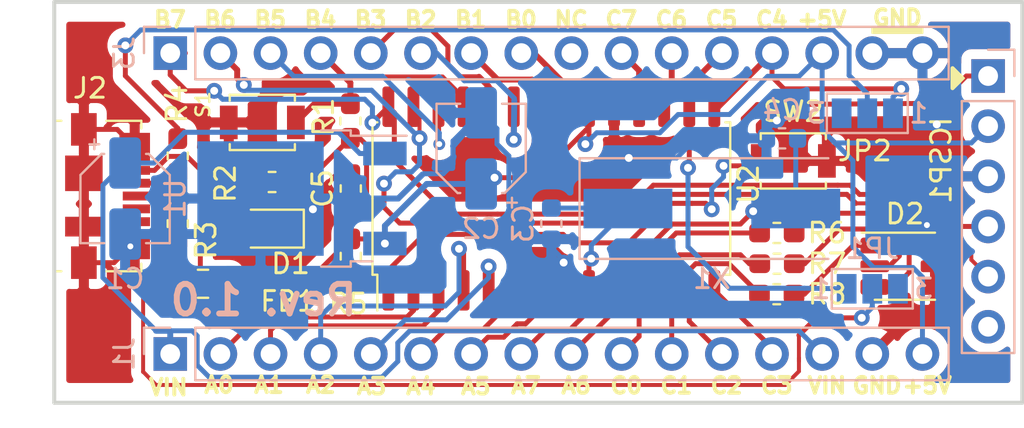
<source format=kicad_pcb>
(kicad_pcb (version 20171130) (host pcbnew "(5.1.5)-3")

  (general
    (thickness 1.6)
    (drawings 38)
    (tracks 447)
    (zones 0)
    (modules 27)
    (nets 41)
  )

  (page A4)
  (layers
    (0 F.Cu signal)
    (31 B.Cu signal)
    (32 B.Adhes user)
    (33 F.Adhes user)
    (34 B.Paste user)
    (35 F.Paste user)
    (36 B.SilkS user)
    (37 F.SilkS user)
    (38 B.Mask user)
    (39 F.Mask user)
    (40 Dwgs.User user)
    (41 Cmts.User user hide)
    (42 Eco1.User user)
    (43 Eco2.User user)
    (44 Edge.Cuts user)
    (45 Margin user)
    (46 B.CrtYd user)
    (47 F.CrtYd user)
    (48 B.Fab user hide)
    (49 F.Fab user)
  )

  (setup
    (last_trace_width 0.5)
    (user_trace_width 0.254)
    (user_trace_width 0.3)
    (user_trace_width 0.5)
    (trace_clearance 0.127)
    (zone_clearance 0.508)
    (zone_45_only no)
    (trace_min 0.2)
    (via_size 0.8)
    (via_drill 0.4)
    (via_min_size 0.4)
    (via_min_drill 0.3)
    (uvia_size 0.3)
    (uvia_drill 0.1)
    (uvias_allowed no)
    (uvia_min_size 0.2)
    (uvia_min_drill 0.1)
    (edge_width 0.05)
    (segment_width 0.2)
    (pcb_text_width 0.3)
    (pcb_text_size 1.5 1.5)
    (mod_edge_width 0.12)
    (mod_text_size 1 1)
    (mod_text_width 0.15)
    (pad_size 2.1 2.1)
    (pad_drill 2.1)
    (pad_to_mask_clearance 0.051)
    (solder_mask_min_width 0.25)
    (aux_axis_origin 165.862 84.836)
    (grid_origin 175.768 86.106)
    (visible_elements 7FFFFFFF)
    (pcbplotparams
      (layerselection 0x010fc_ffffffff)
      (usegerberextensions false)
      (usegerberattributes false)
      (usegerberadvancedattributes false)
      (creategerberjobfile false)
      (excludeedgelayer true)
      (linewidth 0.100000)
      (plotframeref false)
      (viasonmask false)
      (mode 1)
      (useauxorigin false)
      (hpglpennumber 1)
      (hpglpenspeed 20)
      (hpglpendiameter 15.000000)
      (psnegative false)
      (psa4output false)
      (plotreference true)
      (plotvalue true)
      (plotinvisibletext false)
      (padsonsilk false)
      (subtractmaskfromsilk false)
      (outputformat 1)
      (mirror false)
      (drillshape 1)
      (scaleselection 1)
      (outputdirectory ""))
  )

  (net 0 "")
  (net 1 /B7)
  (net 2 /B6)
  (net 3 /B5)
  (net 4 /B4)
  (net 5 /B3)
  (net 6 /B2)
  (net 7 /B1)
  (net 8 /B0)
  (net 9 +5V)
  (net 10 GNDREF)
  (net 11 /C7)
  (net 12 /C6)
  (net 13 /C5)
  (net 14 /C4)
  (net 15 /C3)
  (net 16 /C2)
  (net 17 /C1)
  (net 18 /C0)
  (net 19 /OSC.2)
  (net 20 /OSC.1)
  (net 21 /A5)
  (net 22 /A4)
  (net 23 /A3)
  (net 24 /A2)
  (net 25 /A1)
  (net 26 /A0)
  (net 27 /VPP)
  (net 28 "Net-(D2-Pad1)")
  (net 29 "Net-(D2-Pad3)")
  (net 30 "Net-(D2-Pad2)")
  (net 31 "Net-(D1-Pad2)")
  (net 32 "Net-(J2-Pad4)")
  (net 33 "Net-(FB1-Pad2)")
  (net 34 /D+)
  (net 35 /D-)
  (net 36 "Net-(JP1-Pad2)")
  (net 37 "Net-(JP2-Pad2)")
  (net 38 "Net-(ICSP1-Pad6)")
  (net 39 "Net-(J3-Pad9)")
  (net 40 /VIN)

  (net_class Default "Esta é a classe de rede padrão."
    (clearance 0.127)
    (trace_width 0.25)
    (via_dia 0.8)
    (via_drill 0.4)
    (uvia_dia 0.3)
    (uvia_drill 0.1)
    (add_net +5V)
    (add_net /A0)
    (add_net /A1)
    (add_net /A2)
    (add_net /A3)
    (add_net /A4)
    (add_net /A5)
    (add_net /B0)
    (add_net /B1)
    (add_net /B2)
    (add_net /B3)
    (add_net /B4)
    (add_net /B5)
    (add_net /B6)
    (add_net /B7)
    (add_net /C0)
    (add_net /C1)
    (add_net /C2)
    (add_net /C3)
    (add_net /C4)
    (add_net /C5)
    (add_net /C6)
    (add_net /C7)
    (add_net /D+)
    (add_net /D-)
    (add_net /OSC.1)
    (add_net /OSC.2)
    (add_net /VIN)
    (add_net /VPP)
    (add_net GNDREF)
    (add_net "Net-(D1-Pad2)")
    (add_net "Net-(D2-Pad1)")
    (add_net "Net-(D2-Pad2)")
    (add_net "Net-(D2-Pad3)")
    (add_net "Net-(FB1-Pad2)")
    (add_net "Net-(ICSP1-Pad6)")
    (add_net "Net-(J2-Pad4)")
    (add_net "Net-(J3-Pad9)")
    (add_net "Net-(JP1-Pad2)")
    (add_net "Net-(JP2-Pad2)")
  )

  (module Resistor_SMD:R_0603_1608Metric_Pad1.05x0.95mm_HandSolder (layer F.Cu) (tedit 5B301BBD) (tstamp 5EF7F712)
    (at 163.576 80.264 180)
    (descr "Resistor SMD 0603 (1608 Metric), square (rectangular) end terminal, IPC_7351 nominal with elongated pad for handsoldering. (Body size source: http://www.tortai-tech.com/upload/download/2011102023233369053.pdf), generated with kicad-footprint-generator")
    (tags "resistor handsolder")
    (path /5EFA1D4F)
    (attr smd)
    (fp_text reference R7 (at -2.54 0) (layer F.SilkS)
      (effects (font (size 1 1) (thickness 0.15)))
    )
    (fp_text value 1K (at 0 1.43) (layer F.Fab)
      (effects (font (size 1 1) (thickness 0.15)))
    )
    (fp_text user %R (at 0 0) (layer F.Fab)
      (effects (font (size 0.4 0.4) (thickness 0.06)))
    )
    (fp_line (start 1.65 0.73) (end -1.65 0.73) (layer F.CrtYd) (width 0.05))
    (fp_line (start 1.65 -0.73) (end 1.65 0.73) (layer F.CrtYd) (width 0.05))
    (fp_line (start -1.65 -0.73) (end 1.65 -0.73) (layer F.CrtYd) (width 0.05))
    (fp_line (start -1.65 0.73) (end -1.65 -0.73) (layer F.CrtYd) (width 0.05))
    (fp_line (start -0.171267 0.51) (end 0.171267 0.51) (layer F.SilkS) (width 0.12))
    (fp_line (start -0.171267 -0.51) (end 0.171267 -0.51) (layer F.SilkS) (width 0.12))
    (fp_line (start 0.8 0.4) (end -0.8 0.4) (layer F.Fab) (width 0.1))
    (fp_line (start 0.8 -0.4) (end 0.8 0.4) (layer F.Fab) (width 0.1))
    (fp_line (start -0.8 -0.4) (end 0.8 -0.4) (layer F.Fab) (width 0.1))
    (fp_line (start -0.8 0.4) (end -0.8 -0.4) (layer F.Fab) (width 0.1))
    (pad 2 smd roundrect (at 0.875 0 180) (size 1.05 0.95) (layers F.Cu F.Paste F.Mask) (roundrect_rratio 0.25)
      (net 17 /C1))
    (pad 1 smd roundrect (at -0.875 0 180) (size 1.05 0.95) (layers F.Cu F.Paste F.Mask) (roundrect_rratio 0.25)
      (net 30 "Net-(D2-Pad2)"))
    (model ${KISYS3DMOD}/Resistor_SMD.3dshapes/R_0603_1608Metric.wrl
      (at (xyz 0 0 0))
      (scale (xyz 1 1 1))
      (rotate (xyz 0 0 0))
    )
  )

  (module Package_SO:SOIC-28W_7.5x17.9mm_P1.27mm (layer F.Cu) (tedit 5D9F72B1) (tstamp 5EF8D7BA)
    (at 152.146 76.962 90)
    (descr "SOIC, 28 Pin (JEDEC MS-013AE, https://www.analog.com/media/en/package-pcb-resources/package/35833120341221rw_28.pdf), generated with kicad-footprint-generator ipc_gullwing_generator.py")
    (tags "SOIC SO")
    (path /5EF72CDE)
    (attr smd)
    (fp_text reference U2 (at 0.73152 9.9822 270) (layer F.SilkS)
      (effects (font (size 1 1) (thickness 0.15)))
    )
    (fp_text value PIC18F2550-ISO (at 0 9.9 90) (layer F.Fab)
      (effects (font (size 1 1) (thickness 0.15)))
    )
    (fp_text user %R (at 0.254 0.508 90) (layer F.Fab)
      (effects (font (size 1 1) (thickness 0.15)))
    )
    (fp_line (start 5.93 -9.2) (end -5.93 -9.2) (layer F.CrtYd) (width 0.05))
    (fp_line (start 5.93 9.2) (end 5.93 -9.2) (layer F.CrtYd) (width 0.05))
    (fp_line (start -5.93 9.2) (end 5.93 9.2) (layer F.CrtYd) (width 0.05))
    (fp_line (start -5.93 -9.2) (end -5.93 9.2) (layer F.CrtYd) (width 0.05))
    (fp_line (start -3.75 -7.95) (end -2.75 -8.95) (layer F.Fab) (width 0.1))
    (fp_line (start -3.75 8.95) (end -3.75 -7.95) (layer F.Fab) (width 0.1))
    (fp_line (start 3.75 8.95) (end -3.75 8.95) (layer F.Fab) (width 0.1))
    (fp_line (start 3.75 -8.95) (end 3.75 8.95) (layer F.Fab) (width 0.1))
    (fp_line (start -2.75 -8.95) (end 3.75 -8.95) (layer F.Fab) (width 0.1))
    (fp_line (start -3.86 -8.815) (end -5.675 -8.815) (layer F.SilkS) (width 0.12))
    (fp_line (start -3.86 -9.06) (end -3.86 -8.815) (layer F.SilkS) (width 0.12))
    (fp_line (start 0 -9.06) (end -3.86 -9.06) (layer F.SilkS) (width 0.12))
    (fp_line (start 3.86 -9.06) (end 3.86 -8.815) (layer F.SilkS) (width 0.12))
    (fp_line (start 0 -9.06) (end 3.86 -9.06) (layer F.SilkS) (width 0.12))
    (fp_line (start -3.86 9.06) (end -3.86 8.815) (layer F.SilkS) (width 0.12))
    (fp_line (start 0 9.06) (end -3.86 9.06) (layer F.SilkS) (width 0.12))
    (fp_line (start 3.86 9.06) (end 3.86 8.815) (layer F.SilkS) (width 0.12))
    (fp_line (start 0 9.06) (end 3.86 9.06) (layer F.SilkS) (width 0.12))
    (pad 28 smd roundrect (at 4.65 -8.255 90) (size 2.05 0.6) (layers F.Cu F.Paste F.Mask) (roundrect_rratio 0.25)
      (net 1 /B7))
    (pad 27 smd roundrect (at 4.65 -6.985 90) (size 2.05 0.6) (layers F.Cu F.Paste F.Mask) (roundrect_rratio 0.25)
      (net 2 /B6))
    (pad 26 smd roundrect (at 4.65 -5.715 90) (size 2.05 0.6) (layers F.Cu F.Paste F.Mask) (roundrect_rratio 0.25)
      (net 3 /B5))
    (pad 25 smd roundrect (at 4.65 -4.445 90) (size 2.05 0.6) (layers F.Cu F.Paste F.Mask) (roundrect_rratio 0.25)
      (net 4 /B4))
    (pad 24 smd roundrect (at 4.65 -3.175 90) (size 2.05 0.6) (layers F.Cu F.Paste F.Mask) (roundrect_rratio 0.25)
      (net 5 /B3))
    (pad 23 smd roundrect (at 4.65 -1.905 90) (size 2.05 0.6) (layers F.Cu F.Paste F.Mask) (roundrect_rratio 0.25)
      (net 6 /B2))
    (pad 22 smd roundrect (at 4.65 -0.635 90) (size 2.05 0.6) (layers F.Cu F.Paste F.Mask) (roundrect_rratio 0.25)
      (net 7 /B1))
    (pad 21 smd roundrect (at 4.65 0.635 90) (size 2.05 0.6) (layers F.Cu F.Paste F.Mask) (roundrect_rratio 0.25)
      (net 8 /B0))
    (pad 20 smd roundrect (at 4.65 1.905 90) (size 2.05 0.6) (layers F.Cu F.Paste F.Mask) (roundrect_rratio 0.25)
      (net 9 +5V))
    (pad 19 smd roundrect (at 4.65 3.175 90) (size 2.05 0.6) (layers F.Cu F.Paste F.Mask) (roundrect_rratio 0.25)
      (net 10 GNDREF))
    (pad 18 smd roundrect (at 4.65 4.445 90) (size 2.05 0.6) (layers F.Cu F.Paste F.Mask) (roundrect_rratio 0.25)
      (net 11 /C7))
    (pad 17 smd roundrect (at 4.65 5.715 90) (size 2.05 0.6) (layers F.Cu F.Paste F.Mask) (roundrect_rratio 0.25)
      (net 12 /C6))
    (pad 16 smd roundrect (at 4.65 6.985 90) (size 2.05 0.6) (layers F.Cu F.Paste F.Mask) (roundrect_rratio 0.25)
      (net 13 /C5))
    (pad 15 smd roundrect (at 4.65 8.255 90) (size 2.05 0.6) (layers F.Cu F.Paste F.Mask) (roundrect_rratio 0.25)
      (net 14 /C4))
    (pad 14 smd roundrect (at -4.65 8.255 90) (size 2.05 0.6) (layers F.Cu F.Paste F.Mask) (roundrect_rratio 0.25)
      (net 15 /C3))
    (pad 13 smd roundrect (at -4.65 6.985 90) (size 2.05 0.6) (layers F.Cu F.Paste F.Mask) (roundrect_rratio 0.25)
      (net 16 /C2))
    (pad 12 smd roundrect (at -4.65 5.715 90) (size 2.05 0.6) (layers F.Cu F.Paste F.Mask) (roundrect_rratio 0.25)
      (net 17 /C1))
    (pad 11 smd roundrect (at -4.65 4.445 90) (size 2.05 0.6) (layers F.Cu F.Paste F.Mask) (roundrect_rratio 0.25)
      (net 18 /C0))
    (pad 10 smd roundrect (at -4.65 3.175 90) (size 2.05 0.6) (layers F.Cu F.Paste F.Mask) (roundrect_rratio 0.25)
      (net 19 /OSC.2))
    (pad 9 smd roundrect (at -4.65 1.905 90) (size 2.05 0.6) (layers F.Cu F.Paste F.Mask) (roundrect_rratio 0.25)
      (net 20 /OSC.1))
    (pad 8 smd roundrect (at -4.65 0.635 90) (size 2.05 0.6) (layers F.Cu F.Paste F.Mask) (roundrect_rratio 0.25)
      (net 10 GNDREF))
    (pad 7 smd roundrect (at -4.65 -0.635 90) (size 2.05 0.6) (layers F.Cu F.Paste F.Mask) (roundrect_rratio 0.25)
      (net 21 /A5))
    (pad 6 smd roundrect (at -4.65 -1.905 90) (size 2.05 0.6) (layers F.Cu F.Paste F.Mask) (roundrect_rratio 0.25)
      (net 22 /A4))
    (pad 5 smd roundrect (at -4.65 -3.175 90) (size 2.05 0.6) (layers F.Cu F.Paste F.Mask) (roundrect_rratio 0.25)
      (net 23 /A3))
    (pad 4 smd roundrect (at -4.65 -4.445 90) (size 2.05 0.6) (layers F.Cu F.Paste F.Mask) (roundrect_rratio 0.25)
      (net 24 /A2))
    (pad 3 smd roundrect (at -4.65 -5.715 90) (size 2.05 0.6) (layers F.Cu F.Paste F.Mask) (roundrect_rratio 0.25)
      (net 25 /A1))
    (pad 2 smd roundrect (at -4.65 -6.985 90) (size 2.05 0.6) (layers F.Cu F.Paste F.Mask) (roundrect_rratio 0.25)
      (net 26 /A0))
    (pad 1 smd roundrect (at -4.65 -8.255 90) (size 2.05 0.6) (layers F.Cu F.Paste F.Mask) (roundrect_rratio 0.25)
      (net 27 /VPP))
    (model ${KISYS3DMOD}/Package_SO.3dshapes/SOIC-28W_7.5x17.9mm_P1.27mm.wrl
      (at (xyz 0 0 0))
      (scale (xyz 1 1 1))
      (rotate (xyz 0 0 0))
    )
  )

  (module Connector_PinHeader_2.54mm:PinHeader_1x16_P2.54mm_Vertical (layer B.Cu) (tedit 59FED5CC) (tstamp 5EF93B0C)
    (at 132.842 69.596 270)
    (descr "Through hole straight pin header, 1x16, 2.54mm pitch, single row")
    (tags "Through hole pin header THT 1x16 2.54mm single row")
    (path /5F14AB80)
    (fp_text reference J3 (at 0 2.33 270) (layer B.SilkS)
      (effects (font (size 1 1) (thickness 0.15)) (justify mirror))
    )
    (fp_text value Conn_01x16_Male (at 0 -40.43 270) (layer B.Fab)
      (effects (font (size 1 1) (thickness 0.15)) (justify mirror))
    )
    (fp_text user %R (at 0 -19.05) (layer B.Fab)
      (effects (font (size 1 1) (thickness 0.15)) (justify mirror))
    )
    (fp_line (start 1.8 1.8) (end -1.8 1.8) (layer B.CrtYd) (width 0.05))
    (fp_line (start 1.8 -39.9) (end 1.8 1.8) (layer B.CrtYd) (width 0.05))
    (fp_line (start -1.8 -39.9) (end 1.8 -39.9) (layer B.CrtYd) (width 0.05))
    (fp_line (start -1.8 1.8) (end -1.8 -39.9) (layer B.CrtYd) (width 0.05))
    (fp_line (start -1.33 1.33) (end 0 1.33) (layer B.SilkS) (width 0.12))
    (fp_line (start -1.33 0) (end -1.33 1.33) (layer B.SilkS) (width 0.12))
    (fp_line (start -1.33 -1.27) (end 1.33 -1.27) (layer B.SilkS) (width 0.12))
    (fp_line (start 1.33 -1.27) (end 1.33 -39.43) (layer B.SilkS) (width 0.12))
    (fp_line (start -1.33 -1.27) (end -1.33 -39.43) (layer B.SilkS) (width 0.12))
    (fp_line (start -1.33 -39.43) (end 1.33 -39.43) (layer B.SilkS) (width 0.12))
    (fp_line (start -1.27 0.635) (end -0.635 1.27) (layer B.Fab) (width 0.1))
    (fp_line (start -1.27 -39.37) (end -1.27 0.635) (layer B.Fab) (width 0.1))
    (fp_line (start 1.27 -39.37) (end -1.27 -39.37) (layer B.Fab) (width 0.1))
    (fp_line (start 1.27 1.27) (end 1.27 -39.37) (layer B.Fab) (width 0.1))
    (fp_line (start -0.635 1.27) (end 1.27 1.27) (layer B.Fab) (width 0.1))
    (pad 16 thru_hole oval (at 0 -38.1 270) (size 1.7 1.7) (drill 1) (layers *.Cu *.Mask)
      (net 10 GNDREF))
    (pad 15 thru_hole oval (at 0 -35.56 270) (size 1.7 1.7) (drill 1) (layers *.Cu *.Mask)
      (net 10 GNDREF))
    (pad 14 thru_hole oval (at 0 -33.02 270) (size 1.7 1.7) (drill 1) (layers *.Cu *.Mask)
      (net 9 +5V))
    (pad 13 thru_hole oval (at 0 -30.48 270) (size 1.7 1.7) (drill 1) (layers *.Cu *.Mask)
      (net 14 /C4))
    (pad 12 thru_hole oval (at 0 -27.94 270) (size 1.7 1.7) (drill 1) (layers *.Cu *.Mask)
      (net 13 /C5))
    (pad 11 thru_hole oval (at 0 -25.4 270) (size 1.7 1.7) (drill 1) (layers *.Cu *.Mask)
      (net 12 /C6))
    (pad 10 thru_hole oval (at 0 -22.86 270) (size 1.7 1.7) (drill 1) (layers *.Cu *.Mask)
      (net 11 /C7))
    (pad 9 thru_hole oval (at 0 -20.32 270) (size 1.7 1.7) (drill 1) (layers *.Cu *.Mask)
      (net 39 "Net-(J3-Pad9)"))
    (pad 8 thru_hole oval (at 0 -17.78 270) (size 1.7 1.7) (drill 1) (layers *.Cu *.Mask)
      (net 8 /B0))
    (pad 7 thru_hole oval (at 0 -15.24 270) (size 1.7 1.7) (drill 1) (layers *.Cu *.Mask)
      (net 7 /B1))
    (pad 6 thru_hole oval (at 0 -12.7 270) (size 1.7 1.7) (drill 1) (layers *.Cu *.Mask)
      (net 6 /B2))
    (pad 5 thru_hole oval (at 0 -10.16 270) (size 1.7 1.7) (drill 1) (layers *.Cu *.Mask)
      (net 5 /B3))
    (pad 4 thru_hole oval (at 0 -7.62 270) (size 1.7 1.7) (drill 1) (layers *.Cu *.Mask)
      (net 4 /B4))
    (pad 3 thru_hole oval (at 0 -5.08 270) (size 1.7 1.7) (drill 1) (layers *.Cu *.Mask)
      (net 3 /B5))
    (pad 2 thru_hole oval (at 0 -2.54 270) (size 1.7 1.7) (drill 1) (layers *.Cu *.Mask)
      (net 2 /B6))
    (pad 1 thru_hole rect (at 0 0 270) (size 1.7 1.7) (drill 1) (layers *.Cu *.Mask)
      (net 1 /B7))
    (model ${KISYS3DMOD}/Connector_PinHeader_2.54mm.3dshapes/PinHeader_1x16_P2.54mm_Vertical.wrl
      (at (xyz 0 0 0))
      (scale (xyz 1 1 1))
      (rotate (xyz 0 0 0))
    )
  )

  (module Connector_PinHeader_2.54mm:PinHeader_1x16_P2.54mm_Vertical locked (layer B.Cu) (tedit 59FED5CC) (tstamp 5EF94E47)
    (at 132.842 84.836 270)
    (descr "Through hole straight pin header, 1x16, 2.54mm pitch, single row")
    (tags "Through hole pin header THT 1x16 2.54mm single row")
    (path /5F108B5B)
    (fp_text reference J1 (at 0 2.33 270) (layer B.SilkS)
      (effects (font (size 1 1) (thickness 0.15)) (justify mirror))
    )
    (fp_text value Conn_01x16_Male (at 0 -40.43 270) (layer B.Fab)
      (effects (font (size 1 1) (thickness 0.15)) (justify mirror))
    )
    (fp_text user %R (at 0 -19.05) (layer B.Fab)
      (effects (font (size 1 1) (thickness 0.15)) (justify mirror))
    )
    (fp_line (start 1.8 1.8) (end -1.8 1.8) (layer B.CrtYd) (width 0.05))
    (fp_line (start 1.8 -39.9) (end 1.8 1.8) (layer B.CrtYd) (width 0.05))
    (fp_line (start -1.8 -39.9) (end 1.8 -39.9) (layer B.CrtYd) (width 0.05))
    (fp_line (start -1.8 1.8) (end -1.8 -39.9) (layer B.CrtYd) (width 0.05))
    (fp_line (start -1.33 1.33) (end 0 1.33) (layer B.SilkS) (width 0.12))
    (fp_line (start -1.33 0) (end -1.33 1.33) (layer B.SilkS) (width 0.12))
    (fp_line (start -1.33 -1.27) (end 1.33 -1.27) (layer B.SilkS) (width 0.12))
    (fp_line (start 1.33 -1.27) (end 1.33 -39.43) (layer B.SilkS) (width 0.12))
    (fp_line (start -1.33 -1.27) (end -1.33 -39.43) (layer B.SilkS) (width 0.12))
    (fp_line (start -1.33 -39.43) (end 1.33 -39.43) (layer B.SilkS) (width 0.12))
    (fp_line (start -1.27 0.635) (end -0.635 1.27) (layer B.Fab) (width 0.1))
    (fp_line (start -1.27 -39.37) (end -1.27 0.635) (layer B.Fab) (width 0.1))
    (fp_line (start 1.27 -39.37) (end -1.27 -39.37) (layer B.Fab) (width 0.1))
    (fp_line (start 1.27 1.27) (end 1.27 -39.37) (layer B.Fab) (width 0.1))
    (fp_line (start -0.635 1.27) (end 1.27 1.27) (layer B.Fab) (width 0.1))
    (pad 16 thru_hole oval (at 0 -38.1 270) (size 1.7 1.7) (drill 1) (layers *.Cu *.Mask)
      (net 9 +5V))
    (pad 15 thru_hole oval (at 0 -35.56 270) (size 1.7 1.7) (drill 1) (layers *.Cu *.Mask)
      (net 10 GNDREF))
    (pad 14 thru_hole oval (at 0 -33.02 270) (size 1.7 1.7) (drill 1) (layers *.Cu *.Mask)
      (net 40 /VIN))
    (pad 13 thru_hole oval (at 0 -30.48 270) (size 1.7 1.7) (drill 1) (layers *.Cu *.Mask)
      (net 15 /C3))
    (pad 12 thru_hole oval (at 0 -27.94 270) (size 1.7 1.7) (drill 1) (layers *.Cu *.Mask)
      (net 16 /C2))
    (pad 11 thru_hole oval (at 0 -25.4 270) (size 1.7 1.7) (drill 1) (layers *.Cu *.Mask)
      (net 17 /C1))
    (pad 10 thru_hole oval (at 0 -22.86 270) (size 1.7 1.7) (drill 1) (layers *.Cu *.Mask)
      (net 18 /C0))
    (pad 9 thru_hole oval (at 0 -20.32 270) (size 1.7 1.7) (drill 1) (layers *.Cu *.Mask)
      (net 19 /OSC.2))
    (pad 8 thru_hole oval (at 0 -17.78 270) (size 1.7 1.7) (drill 1) (layers *.Cu *.Mask)
      (net 20 /OSC.1))
    (pad 7 thru_hole oval (at 0 -15.24 270) (size 1.7 1.7) (drill 1) (layers *.Cu *.Mask)
      (net 21 /A5))
    (pad 6 thru_hole oval (at 0 -12.7 270) (size 1.7 1.7) (drill 1) (layers *.Cu *.Mask)
      (net 22 /A4))
    (pad 5 thru_hole oval (at 0 -10.16 270) (size 1.7 1.7) (drill 1) (layers *.Cu *.Mask)
      (net 23 /A3))
    (pad 4 thru_hole oval (at 0 -7.62 270) (size 1.7 1.7) (drill 1) (layers *.Cu *.Mask)
      (net 24 /A2))
    (pad 3 thru_hole oval (at 0 -5.08 270) (size 1.7 1.7) (drill 1) (layers *.Cu *.Mask)
      (net 25 /A1))
    (pad 2 thru_hole oval (at 0 -2.54 270) (size 1.7 1.7) (drill 1) (layers *.Cu *.Mask)
      (net 26 /A0))
    (pad 1 thru_hole rect (at 0 0 270) (size 1.7 1.7) (drill 1) (layers *.Cu *.Mask)
      (net 40 /VIN))
    (model ${KISYS3DMOD}/Connector_PinHeader_2.54mm.3dshapes/PinHeader_1x16_P2.54mm_Vertical.wrl
      (at (xyz 0 0 0))
      (scale (xyz 1 1 1))
      (rotate (xyz 0 0 0))
    )
  )

  (module Jumper:SolderJumper-3_P1.3mm_Open_Pad1.0x1.5mm_NumberLabels (layer B.Cu) (tedit 5A3F6CCC) (tstamp 5EF91F71)
    (at 168.148 72.644 180)
    (descr "SMD Solder Jumper, 1x1.5mm Pads, 0.3mm gap, open, labeled with numbers")
    (tags "solder jumper open")
    (path /5F0146DE)
    (attr virtual)
    (fp_text reference JP2 (at 0.127 -1.905) (layer F.SilkS)
      (effects (font (size 1 1) (thickness 0.15)))
    )
    (fp_text value Jumper_2_Open (at 0 -1.9) (layer B.Fab)
      (effects (font (size 1 1) (thickness 0.15)) (justify mirror))
    )
    (fp_line (start 2.3 -1.25) (end -2.3 -1.25) (layer B.CrtYd) (width 0.05))
    (fp_line (start 2.3 -1.25) (end 2.3 1.25) (layer B.CrtYd) (width 0.05))
    (fp_line (start -2.3 1.25) (end -2.3 -1.25) (layer B.CrtYd) (width 0.05))
    (fp_line (start -2.3 1.25) (end 2.3 1.25) (layer B.CrtYd) (width 0.05))
    (fp_line (start -2.05 1) (end 2.05 1) (layer B.SilkS) (width 0.12))
    (fp_line (start 2.05 1) (end 2.05 -1) (layer B.SilkS) (width 0.12))
    (fp_line (start 2.05 -1) (end -2.05 -1) (layer B.SilkS) (width 0.12))
    (fp_line (start -2.05 -1) (end -2.05 1) (layer B.SilkS) (width 0.12))
    (fp_text user 1 (at -2.6 0) (layer B.SilkS)
      (effects (font (size 1 1) (thickness 0.15)) (justify mirror))
    )
    (fp_text user 3 (at 2.6 0) (layer B.SilkS)
      (effects (font (size 1 1) (thickness 0.15)) (justify mirror))
    )
    (pad 1 smd rect (at -1.3 0 180) (size 1 1.5) (layers B.Cu B.Mask)
      (net 14 /C4))
    (pad 2 smd rect (at 0 0 180) (size 1 1.5) (layers B.Cu B.Mask)
      (net 37 "Net-(JP2-Pad2)"))
    (pad 3 smd rect (at 1.3 0 180) (size 1 1.5) (layers B.Cu B.Mask))
  )

  (module Jumper:SolderJumper-3_P1.3mm_Open_Pad1.0x1.5mm_NumberLabels (layer B.Cu) (tedit 5A3F6CCC) (tstamp 5EF913D8)
    (at 168.402 81.534)
    (descr "SMD Solder Jumper, 1x1.5mm Pads, 0.3mm gap, open, labeled with numbers")
    (tags "solder jumper open")
    (path /5F00ED66)
    (attr virtual)
    (fp_text reference JP1 (at 0 -2.032) (layer B.SilkS)
      (effects (font (size 1 1) (thickness 0.15)) (justify mirror))
    )
    (fp_text value Jumper_2_Open (at 0 -1.9 180) (layer B.Fab)
      (effects (font (size 1 1) (thickness 0.15)) (justify mirror))
    )
    (fp_line (start 2.3 -1.25) (end -2.3 -1.25) (layer B.CrtYd) (width 0.05))
    (fp_line (start 2.3 -1.25) (end 2.3 1.25) (layer B.CrtYd) (width 0.05))
    (fp_line (start -2.3 1.25) (end -2.3 -1.25) (layer B.CrtYd) (width 0.05))
    (fp_line (start -2.3 1.25) (end 2.3 1.25) (layer B.CrtYd) (width 0.05))
    (fp_line (start -2.05 1) (end 2.05 1) (layer B.SilkS) (width 0.12))
    (fp_line (start 2.05 1) (end 2.05 -1) (layer B.SilkS) (width 0.12))
    (fp_line (start 2.05 -1) (end -2.05 -1) (layer B.SilkS) (width 0.12))
    (fp_line (start -2.05 -1) (end -2.05 1) (layer B.SilkS) (width 0.12))
    (fp_text user 1 (at -2.6 0 180) (layer B.SilkS)
      (effects (font (size 1 1) (thickness 0.15)) (justify mirror))
    )
    (fp_text user 3 (at 2.6 0 180) (layer B.SilkS)
      (effects (font (size 1 1) (thickness 0.15)) (justify mirror))
    )
    (pad 1 smd rect (at -1.3 0) (size 1 1.5) (layers B.Cu B.Mask)
      (net 13 /C5))
    (pad 2 smd rect (at 0 0) (size 1 1.5) (layers B.Cu B.Mask)
      (net 36 "Net-(JP1-Pad2)"))
    (pad 3 smd rect (at 1.3 0) (size 1 1.5) (layers B.Cu B.Mask))
  )

  (module Connector_PinHeader_2.54mm:PinHeader_1x06_P2.54mm_Vertical (layer B.Cu) (tedit 59FED5CC) (tstamp 5EF94F26)
    (at 174.268 70.756 180)
    (descr "Through hole straight pin header, 1x06, 2.54mm pitch, single row")
    (tags "Through hole pin header THT 1x06 2.54mm single row")
    (path /5F0277AC)
    (fp_text reference ICSP1 (at 2.374 -4.27 90) (layer F.SilkS)
      (effects (font (size 1 1) (thickness 0.15)) (justify mirror))
    )
    (fp_text value Conn_01x06_Male (at 0 -15.03) (layer B.Fab)
      (effects (font (size 1 1) (thickness 0.15)) (justify mirror))
    )
    (fp_text user %R (at 0 -6.35 270) (layer B.Fab)
      (effects (font (size 1 1) (thickness 0.15)) (justify mirror))
    )
    (fp_line (start 1.8 1.8) (end -1.8 1.8) (layer B.CrtYd) (width 0.05))
    (fp_line (start 1.8 -14.5) (end 1.8 1.8) (layer B.CrtYd) (width 0.05))
    (fp_line (start -1.8 -14.5) (end 1.8 -14.5) (layer B.CrtYd) (width 0.05))
    (fp_line (start -1.8 1.8) (end -1.8 -14.5) (layer B.CrtYd) (width 0.05))
    (fp_line (start -1.33 1.33) (end 0 1.33) (layer B.SilkS) (width 0.12))
    (fp_line (start -1.33 0) (end -1.33 1.33) (layer B.SilkS) (width 0.12))
    (fp_line (start -1.33 -1.27) (end 1.33 -1.27) (layer B.SilkS) (width 0.12))
    (fp_line (start 1.33 -1.27) (end 1.33 -14.03) (layer B.SilkS) (width 0.12))
    (fp_line (start -1.33 -1.27) (end -1.33 -14.03) (layer B.SilkS) (width 0.12))
    (fp_line (start -1.33 -14.03) (end 1.33 -14.03) (layer B.SilkS) (width 0.12))
    (fp_line (start -1.27 0.635) (end -0.635 1.27) (layer B.Fab) (width 0.1))
    (fp_line (start -1.27 -13.97) (end -1.27 0.635) (layer B.Fab) (width 0.1))
    (fp_line (start 1.27 -13.97) (end -1.27 -13.97) (layer B.Fab) (width 0.1))
    (fp_line (start 1.27 1.27) (end 1.27 -13.97) (layer B.Fab) (width 0.1))
    (fp_line (start -0.635 1.27) (end 1.27 1.27) (layer B.Fab) (width 0.1))
    (pad 6 thru_hole oval (at 0 -12.7 180) (size 1.7 1.7) (drill 1) (layers *.Cu *.Mask)
      (net 38 "Net-(ICSP1-Pad6)"))
    (pad 5 thru_hole oval (at 0 -10.16 180) (size 1.7 1.7) (drill 1) (layers *.Cu *.Mask)
      (net 2 /B6))
    (pad 4 thru_hole oval (at 0 -7.62 180) (size 1.7 1.7) (drill 1) (layers *.Cu *.Mask)
      (net 1 /B7))
    (pad 3 thru_hole oval (at 0 -5.08 180) (size 1.7 1.7) (drill 1) (layers *.Cu *.Mask)
      (net 10 GNDREF))
    (pad 2 thru_hole oval (at 0 -2.54 180) (size 1.7 1.7) (drill 1) (layers *.Cu *.Mask)
      (net 9 +5V))
    (pad 1 thru_hole rect (at 0 0 180) (size 1.7 1.7) (drill 1) (layers *.Cu *.Mask)
      (net 27 /VPP))
    (model ${KISYS3DMOD}/Connector_PinHeader_2.54mm.3dshapes/PinHeader_1x06_P2.54mm_Vertical.wrl
      (at (xyz 0 0 0))
      (scale (xyz 1 1 1))
      (rotate (xyz 0 0 0))
    )
  )

  (module Capacitor_SMD:C_0805_2012Metric_Pad1.15x1.40mm_HandSolder (layer F.Cu) (tedit 5B36C52B) (tstamp 5EF8CF6C)
    (at 134.502 81.28 180)
    (descr "Capacitor SMD 0805 (2012 Metric), square (rectangular) end terminal, IPC_7351 nominal with elongated pad for handsoldering. (Body size source: https://docs.google.com/spreadsheets/d/1BsfQQcO9C6DZCsRaXUlFlo91Tg2WpOkGARC1WS5S8t0/edit?usp=sharing), generated with kicad-footprint-generator")
    (tags "capacitor handsolder")
    (path /5F005E74)
    (attr smd)
    (fp_text reference FB1 (at -4.309 -0.889) (layer F.SilkS)
      (effects (font (size 1 1) (thickness 0.15)))
    )
    (fp_text value Bead (at 0 1.65) (layer F.Fab)
      (effects (font (size 1 1) (thickness 0.15)))
    )
    (fp_text user %R (at 0 0) (layer F.Fab)
      (effects (font (size 0.5 0.5) (thickness 0.08)))
    )
    (fp_line (start 1.85 0.95) (end -1.85 0.95) (layer F.CrtYd) (width 0.05))
    (fp_line (start 1.85 -0.95) (end 1.85 0.95) (layer F.CrtYd) (width 0.05))
    (fp_line (start -1.85 -0.95) (end 1.85 -0.95) (layer F.CrtYd) (width 0.05))
    (fp_line (start -1.85 0.95) (end -1.85 -0.95) (layer F.CrtYd) (width 0.05))
    (fp_line (start -0.261252 0.71) (end 0.261252 0.71) (layer F.SilkS) (width 0.12))
    (fp_line (start -0.261252 -0.71) (end 0.261252 -0.71) (layer F.SilkS) (width 0.12))
    (fp_line (start 1 0.6) (end -1 0.6) (layer F.Fab) (width 0.1))
    (fp_line (start 1 -0.6) (end 1 0.6) (layer F.Fab) (width 0.1))
    (fp_line (start -1 -0.6) (end 1 -0.6) (layer F.Fab) (width 0.1))
    (fp_line (start -1 0.6) (end -1 -0.6) (layer F.Fab) (width 0.1))
    (pad 2 smd roundrect (at 1.025 0 180) (size 1.15 1.4) (layers F.Cu F.Paste F.Mask) (roundrect_rratio 0.217391)
      (net 33 "Net-(FB1-Pad2)"))
    (pad 1 smd roundrect (at -1.025 0 180) (size 1.15 1.4) (layers F.Cu F.Paste F.Mask) (roundrect_rratio 0.217391)
      (net 9 +5V))
    (model ${KISYS3DMOD}/Capacitor_SMD.3dshapes/C_0805_2012Metric.wrl
      (at (xyz 0 0 0))
      (scale (xyz 1 1 1))
      (rotate (xyz 0 0 0))
    )
  )

  (module Resistor_SMD:R_0603_1608Metric_Pad1.05x0.95mm_HandSolder (layer F.Cu) (tedit 5B301BBD) (tstamp 5EF8BB99)
    (at 133.223 74.803 90)
    (descr "Resistor SMD 0603 (1608 Metric), square (rectangular) end terminal, IPC_7351 nominal with elongated pad for handsoldering. (Body size source: http://www.tortai-tech.com/upload/download/2011102023233369053.pdf), generated with kicad-footprint-generator")
    (tags "resistor handsolder")
    (path /5EFFDB45)
    (attr smd)
    (fp_text reference R4 (at 2.628 -0.048 90) (layer F.SilkS)
      (effects (font (size 1 1) (thickness 0.15)))
    )
    (fp_text value 22R (at 0 1.43 90) (layer F.Fab)
      (effects (font (size 1 1) (thickness 0.15)))
    )
    (fp_text user %R (at 0 0 90) (layer F.Fab)
      (effects (font (size 0.4 0.4) (thickness 0.06)))
    )
    (fp_line (start 1.65 0.73) (end -1.65 0.73) (layer F.CrtYd) (width 0.05))
    (fp_line (start 1.65 -0.73) (end 1.65 0.73) (layer F.CrtYd) (width 0.05))
    (fp_line (start -1.65 -0.73) (end 1.65 -0.73) (layer F.CrtYd) (width 0.05))
    (fp_line (start -1.65 0.73) (end -1.65 -0.73) (layer F.CrtYd) (width 0.05))
    (fp_line (start -0.171267 0.51) (end 0.171267 0.51) (layer F.SilkS) (width 0.12))
    (fp_line (start -0.171267 -0.51) (end 0.171267 -0.51) (layer F.SilkS) (width 0.12))
    (fp_line (start 0.8 0.4) (end -0.8 0.4) (layer F.Fab) (width 0.1))
    (fp_line (start 0.8 -0.4) (end 0.8 0.4) (layer F.Fab) (width 0.1))
    (fp_line (start -0.8 -0.4) (end 0.8 -0.4) (layer F.Fab) (width 0.1))
    (fp_line (start -0.8 0.4) (end -0.8 -0.4) (layer F.Fab) (width 0.1))
    (pad 2 smd roundrect (at 0.875 0 90) (size 1.05 0.95) (layers F.Cu F.Paste F.Mask) (roundrect_rratio 0.25)
      (net 37 "Net-(JP2-Pad2)"))
    (pad 1 smd roundrect (at -0.875 0 90) (size 1.05 0.95) (layers F.Cu F.Paste F.Mask) (roundrect_rratio 0.25)
      (net 35 /D-))
    (model ${KISYS3DMOD}/Resistor_SMD.3dshapes/R_0603_1608Metric.wrl
      (at (xyz 0 0 0))
      (scale (xyz 1 1 1))
      (rotate (xyz 0 0 0))
    )
  )

  (module Resistor_SMD:R_0603_1608Metric_Pad1.05x0.95mm_HandSolder (layer F.Cu) (tedit 5B301BBD) (tstamp 5EF86CCC)
    (at 133.223 78.232 270)
    (descr "Resistor SMD 0603 (1608 Metric), square (rectangular) end terminal, IPC_7351 nominal with elongated pad for handsoldering. (Body size source: http://www.tortai-tech.com/upload/download/2011102023233369053.pdf), generated with kicad-footprint-generator")
    (tags "resistor handsolder")
    (path /5EFFA458)
    (attr smd)
    (fp_text reference R3 (at 0.843 -1.43 90) (layer F.SilkS)
      (effects (font (size 1 1) (thickness 0.15)))
    )
    (fp_text value 22R (at 0 1.43 90) (layer F.Fab)
      (effects (font (size 1 1) (thickness 0.15)))
    )
    (fp_text user %R (at 0 0 90) (layer F.Fab)
      (effects (font (size 0.4 0.4) (thickness 0.06)))
    )
    (fp_line (start 1.65 0.73) (end -1.65 0.73) (layer F.CrtYd) (width 0.05))
    (fp_line (start 1.65 -0.73) (end 1.65 0.73) (layer F.CrtYd) (width 0.05))
    (fp_line (start -1.65 -0.73) (end 1.65 -0.73) (layer F.CrtYd) (width 0.05))
    (fp_line (start -1.65 0.73) (end -1.65 -0.73) (layer F.CrtYd) (width 0.05))
    (fp_line (start -0.171267 0.51) (end 0.171267 0.51) (layer F.SilkS) (width 0.12))
    (fp_line (start -0.171267 -0.51) (end 0.171267 -0.51) (layer F.SilkS) (width 0.12))
    (fp_line (start 0.8 0.4) (end -0.8 0.4) (layer F.Fab) (width 0.1))
    (fp_line (start 0.8 -0.4) (end 0.8 0.4) (layer F.Fab) (width 0.1))
    (fp_line (start -0.8 -0.4) (end 0.8 -0.4) (layer F.Fab) (width 0.1))
    (fp_line (start -0.8 0.4) (end -0.8 -0.4) (layer F.Fab) (width 0.1))
    (pad 2 smd roundrect (at 0.875 0 270) (size 1.05 0.95) (layers F.Cu F.Paste F.Mask) (roundrect_rratio 0.25)
      (net 36 "Net-(JP1-Pad2)"))
    (pad 1 smd roundrect (at -0.875 0 270) (size 1.05 0.95) (layers F.Cu F.Paste F.Mask) (roundrect_rratio 0.25)
      (net 34 /D+))
    (model ${KISYS3DMOD}/Resistor_SMD.3dshapes/R_0603_1608Metric.wrl
      (at (xyz 0 0 0))
      (scale (xyz 1 1 1))
      (rotate (xyz 0 0 0))
    )
  )

  (module Button_Switch_SMD:SW_SPST_B3U-1000P (layer F.Cu) (tedit 5A02FC95) (tstamp 5EF91A9F)
    (at 164.4015 75.057)
    (descr "Ultra-small-sized Tactile Switch with High Contact Reliability, Top-actuated Model, without Ground Terminal, without Boss")
    (tags "Tactile Switch")
    (path /5EF8CF79)
    (attr smd)
    (fp_text reference SW2 (at 0 -2.5) (layer F.SilkS)
      (effects (font (size 1 1) (thickness 0.15)))
    )
    (fp_text value SW_Push (at 0 2.5) (layer F.Fab)
      (effects (font (size 1 1) (thickness 0.15)))
    )
    (fp_circle (center 0 0) (end 0.75 0) (layer F.Fab) (width 0.1))
    (fp_line (start -1.5 1.25) (end -1.5 -1.25) (layer F.Fab) (width 0.1))
    (fp_line (start 1.5 1.25) (end -1.5 1.25) (layer F.Fab) (width 0.1))
    (fp_line (start 1.5 -1.25) (end 1.5 1.25) (layer F.Fab) (width 0.1))
    (fp_line (start -1.5 -1.25) (end 1.5 -1.25) (layer F.Fab) (width 0.1))
    (fp_line (start 1.65 -1.4) (end 1.65 -1.1) (layer F.SilkS) (width 0.12))
    (fp_line (start -1.65 -1.4) (end 1.65 -1.4) (layer F.SilkS) (width 0.12))
    (fp_line (start -1.65 -1.1) (end -1.65 -1.4) (layer F.SilkS) (width 0.12))
    (fp_line (start 1.65 1.4) (end 1.65 1.1) (layer F.SilkS) (width 0.12))
    (fp_line (start -1.65 1.4) (end 1.65 1.4) (layer F.SilkS) (width 0.12))
    (fp_line (start -1.65 1.1) (end -1.65 1.4) (layer F.SilkS) (width 0.12))
    (fp_line (start -2.4 -1.65) (end -2.4 1.65) (layer F.CrtYd) (width 0.05))
    (fp_line (start 2.4 -1.65) (end -2.4 -1.65) (layer F.CrtYd) (width 0.05))
    (fp_line (start 2.4 1.65) (end 2.4 -1.65) (layer F.CrtYd) (width 0.05))
    (fp_line (start -2.4 1.65) (end 2.4 1.65) (layer F.CrtYd) (width 0.05))
    (fp_text user %R (at 0 -2.5) (layer F.Fab)
      (effects (font (size 1 1) (thickness 0.15)))
    )
    (pad 2 smd rect (at 1.7 0) (size 0.9 1.7) (layers F.Cu F.Paste F.Mask)
      (net 10 GNDREF))
    (pad 1 smd rect (at -1.7 0) (size 0.9 1.7) (layers F.Cu F.Paste F.Mask)
      (net 27 /VPP))
    (model ${KISYS3DMOD}/Button_Switch_SMD.3dshapes/SW_SPST_B3U-1000P.wrl
      (at (xyz 0 0 0))
      (scale (xyz 1 1 1))
      (rotate (xyz 0 0 0))
    )
  )

  (module Button_Switch_SMD:SW_SPST_B3U-1000P locked (layer F.Cu) (tedit 5A02FC95) (tstamp 5EF8D664)
    (at 137.50544 73.10628)
    (descr "Ultra-small-sized Tactile Switch with High Contact Reliability, Top-actuated Model, without Ground Terminal, without Boss")
    (tags "Tactile Switch")
    (path /5EFD8F72)
    (attr smd)
    (fp_text reference S1 (at -3.00544 -0.90628 270) (layer F.SilkS)
      (effects (font (size 0.7 0.7) (thickness 0.125)))
    )
    (fp_text value Swt_btl (at 0 2.5) (layer F.Fab)
      (effects (font (size 1 1) (thickness 0.15)))
    )
    (fp_circle (center 0 0) (end 0.75 0) (layer F.Fab) (width 0.1))
    (fp_line (start -1.5 1.25) (end -1.5 -1.25) (layer F.Fab) (width 0.1))
    (fp_line (start 1.5 1.25) (end -1.5 1.25) (layer F.Fab) (width 0.1))
    (fp_line (start 1.5 -1.25) (end 1.5 1.25) (layer F.Fab) (width 0.1))
    (fp_line (start -1.5 -1.25) (end 1.5 -1.25) (layer F.Fab) (width 0.1))
    (fp_line (start 1.65 -1.4) (end 1.65 -1.1) (layer F.SilkS) (width 0.12))
    (fp_line (start -1.65 -1.4) (end 1.65 -1.4) (layer F.SilkS) (width 0.12))
    (fp_line (start -1.65 -1.1) (end -1.65 -1.4) (layer F.SilkS) (width 0.12))
    (fp_line (start 1.65 1.4) (end 1.65 1.1) (layer F.SilkS) (width 0.12))
    (fp_line (start -1.65 1.4) (end 1.65 1.4) (layer F.SilkS) (width 0.12))
    (fp_line (start -1.65 1.1) (end -1.65 1.4) (layer F.SilkS) (width 0.12))
    (fp_line (start -2.4 -1.65) (end -2.4 1.65) (layer F.CrtYd) (width 0.05))
    (fp_line (start 2.4 -1.65) (end -2.4 -1.65) (layer F.CrtYd) (width 0.05))
    (fp_line (start 2.4 1.65) (end 2.4 -1.65) (layer F.CrtYd) (width 0.05))
    (fp_line (start -2.4 1.65) (end 2.4 1.65) (layer F.CrtYd) (width 0.05))
    (fp_text user %R (at 0 -2.5) (layer F.Fab)
      (effects (font (size 1 1) (thickness 0.15)))
    )
    (pad 2 smd rect (at 1.7 0) (size 0.9 1.7) (layers F.Cu F.Paste F.Mask)
      (net 4 /B4))
    (pad 1 smd rect (at -1.7 0) (size 0.9 1.7) (layers F.Cu F.Paste F.Mask)
      (net 10 GNDREF))
    (model ${KISYS3DMOD}/Button_Switch_SMD.3dshapes/SW_SPST_B3U-1000P.wrl
      (at (xyz 0 0 0))
      (scale (xyz 1 1 1))
      (rotate (xyz 0 0 0))
    )
  )

  (module Resistor_SMD:R_0603_1608Metric_Pad1.05x0.95mm_HandSolder (layer F.Cu) (tedit 5B301BBD) (tstamp 5EF8EEF2)
    (at 138 76.125)
    (descr "Resistor SMD 0603 (1608 Metric), square (rectangular) end terminal, IPC_7351 nominal with elongated pad for handsoldering. (Body size source: http://www.tortai-tech.com/upload/download/2011102023233369053.pdf), generated with kicad-footprint-generator")
    (tags "resistor handsolder")
    (path /5EFC377A)
    (attr smd)
    (fp_text reference R2 (at -2.364 0.075 90) (layer F.SilkS)
      (effects (font (size 1 1) (thickness 0.15)))
    )
    (fp_text value 1K (at 0 1.43) (layer F.Fab)
      (effects (font (size 1 1) (thickness 0.15)))
    )
    (fp_text user %R (at 0 0) (layer F.Fab)
      (effects (font (size 0.4 0.4) (thickness 0.06)))
    )
    (fp_line (start 1.65 0.73) (end -1.65 0.73) (layer F.CrtYd) (width 0.05))
    (fp_line (start 1.65 -0.73) (end 1.65 0.73) (layer F.CrtYd) (width 0.05))
    (fp_line (start -1.65 -0.73) (end 1.65 -0.73) (layer F.CrtYd) (width 0.05))
    (fp_line (start -1.65 0.73) (end -1.65 -0.73) (layer F.CrtYd) (width 0.05))
    (fp_line (start -0.171267 0.51) (end 0.171267 0.51) (layer F.SilkS) (width 0.12))
    (fp_line (start -0.171267 -0.51) (end 0.171267 -0.51) (layer F.SilkS) (width 0.12))
    (fp_line (start 0.8 0.4) (end -0.8 0.4) (layer F.Fab) (width 0.1))
    (fp_line (start 0.8 -0.4) (end 0.8 0.4) (layer F.Fab) (width 0.1))
    (fp_line (start -0.8 -0.4) (end 0.8 -0.4) (layer F.Fab) (width 0.1))
    (fp_line (start -0.8 0.4) (end -0.8 -0.4) (layer F.Fab) (width 0.1))
    (pad 2 smd roundrect (at 0.875 0) (size 1.05 0.95) (layers F.Cu F.Paste F.Mask) (roundrect_rratio 0.25)
      (net 9 +5V))
    (pad 1 smd roundrect (at -0.875 0) (size 1.05 0.95) (layers F.Cu F.Paste F.Mask) (roundrect_rratio 0.25)
      (net 31 "Net-(D1-Pad2)"))
    (model ${KISYS3DMOD}/Resistor_SMD.3dshapes/R_0603_1608Metric.wrl
      (at (xyz 0 0 0))
      (scale (xyz 1 1 1))
      (rotate (xyz 0 0 0))
    )
  )

  (module Resistor_SMD:R_0603_1608Metric_Pad1.05x0.95mm_HandSolder (layer F.Cu) (tedit 5B301BBD) (tstamp 5EF8D480)
    (at 141.96568 73.03516 270)
    (descr "Resistor SMD 0603 (1608 Metric), square (rectangular) end terminal, IPC_7351 nominal with elongated pad for handsoldering. (Body size source: http://www.tortai-tech.com/upload/download/2011102023233369053.pdf), generated with kicad-footprint-generator")
    (tags "resistor handsolder")
    (path /5EFCF107)
    (attr smd)
    (fp_text reference R1 (at -0.2032 1.36144 90) (layer F.SilkS)
      (effects (font (size 1 1) (thickness 0.15)))
    )
    (fp_text value 10K (at 0 1.43 90) (layer F.Fab)
      (effects (font (size 1 1) (thickness 0.15)))
    )
    (fp_text user %R (at 0 0 90) (layer F.Fab)
      (effects (font (size 0.4 0.4) (thickness 0.06)))
    )
    (fp_line (start 1.65 0.73) (end -1.65 0.73) (layer F.CrtYd) (width 0.05))
    (fp_line (start 1.65 -0.73) (end 1.65 0.73) (layer F.CrtYd) (width 0.05))
    (fp_line (start -1.65 -0.73) (end 1.65 -0.73) (layer F.CrtYd) (width 0.05))
    (fp_line (start -1.65 0.73) (end -1.65 -0.73) (layer F.CrtYd) (width 0.05))
    (fp_line (start -0.171267 0.51) (end 0.171267 0.51) (layer F.SilkS) (width 0.12))
    (fp_line (start -0.171267 -0.51) (end 0.171267 -0.51) (layer F.SilkS) (width 0.12))
    (fp_line (start 0.8 0.4) (end -0.8 0.4) (layer F.Fab) (width 0.1))
    (fp_line (start 0.8 -0.4) (end 0.8 0.4) (layer F.Fab) (width 0.1))
    (fp_line (start -0.8 -0.4) (end 0.8 -0.4) (layer F.Fab) (width 0.1))
    (fp_line (start -0.8 0.4) (end -0.8 -0.4) (layer F.Fab) (width 0.1))
    (pad 2 smd roundrect (at 0.875 0 270) (size 1.05 0.95) (layers F.Cu F.Paste F.Mask) (roundrect_rratio 0.25)
      (net 9 +5V))
    (pad 1 smd roundrect (at -0.875 0 270) (size 1.05 0.95) (layers F.Cu F.Paste F.Mask) (roundrect_rratio 0.25)
      (net 4 /B4))
    (model ${KISYS3DMOD}/Resistor_SMD.3dshapes/R_0603_1608Metric.wrl
      (at (xyz 0 0 0))
      (scale (xyz 1 1 1))
      (rotate (xyz 0 0 0))
    )
  )

  (module Connector_USB:USB_Micro-B_Molex_47346-0001 locked (layer F.Cu) (tedit 5D8620A7) (tstamp 5EF84E42)
    (at 129.667 76.835 270)
    (descr "Micro USB B receptable with flange, bottom-mount, SMD, right-angle (http://www.molex.com/pdm_docs/sd/473460001_sd.pdf)")
    (tags "Micro B USB SMD")
    (path /5EFE9C49)
    (attr smd)
    (fp_text reference J2 (at -5.461 0.889) (layer F.SilkS)
      (effects (font (size 1 1) (thickness 0.15)))
    )
    (fp_text value USB_B_Micro (at 0 4.6 270) (layer F.Fab)
      (effects (font (size 1 1) (thickness 0.15)))
    )
    (fp_line (start -3.25 2.65) (end 3.25 2.65) (layer F.Fab) (width 0.1))
    (fp_line (start -3.81 2.6) (end -3.81 2.34) (layer F.SilkS) (width 0.12))
    (fp_line (start -3.81 0.06) (end -3.81 -1.71) (layer F.SilkS) (width 0.12))
    (fp_line (start -3.81 -1.71) (end -3.43 -1.71) (layer F.SilkS) (width 0.12))
    (fp_line (start 3.81 -1.71) (end 3.81 0.06) (layer F.SilkS) (width 0.12))
    (fp_line (start 3.81 2.34) (end 3.81 2.6) (layer F.SilkS) (width 0.12))
    (fp_line (start -3.75 3.35) (end -3.75 -1.65) (layer F.Fab) (width 0.1))
    (fp_line (start -3.75 -1.65) (end 3.75 -1.65) (layer F.Fab) (width 0.1))
    (fp_line (start 3.75 -1.65) (end 3.75 3.35) (layer F.Fab) (width 0.1))
    (fp_line (start 3.75 3.35) (end -3.75 3.35) (layer F.Fab) (width 0.1))
    (fp_line (start -4.7 3.85) (end -4.7 -2.65) (layer F.CrtYd) (width 0.05))
    (fp_line (start -4.7 -2.65) (end 4.7 -2.65) (layer F.CrtYd) (width 0.05))
    (fp_line (start 4.7 -2.65) (end 4.7 3.85) (layer F.CrtYd) (width 0.05))
    (fp_line (start 4.7 3.85) (end -4.7 3.85) (layer F.CrtYd) (width 0.05))
    (fp_line (start 3.81 -1.71) (end 3.43 -1.71) (layer F.SilkS) (width 0.12))
    (fp_text user %R (at 0 1.2 90) (layer F.Fab)
      (effects (font (size 1 1) (thickness 0.15)))
    )
    (fp_text user "PCB Edge" (at 0 2.67 270) (layer Dwgs.User)
      (effects (font (size 0.4 0.4) (thickness 0.04)))
    )
    (pad 6 smd rect (at 1.55 1.2 270) (size 1 1.9) (layers F.Cu F.Paste F.Mask)
      (net 10 GNDREF))
    (pad 6 smd rect (at -1.15 1.2 270) (size 1.8 1.9) (layers F.Cu F.Paste F.Mask)
      (net 10 GNDREF))
    (pad 6 smd rect (at 3.375 1.2 270) (size 1.65 1.3) (layers F.Cu F.Paste F.Mask)
      (net 10 GNDREF))
    (pad 6 smd rect (at -3.375 1.2 270) (size 1.65 1.3) (layers F.Cu F.Paste F.Mask)
      (net 10 GNDREF))
    (pad 6 smd rect (at 2.4875 -1.375 270) (size 1.425 1.55) (layers F.Cu F.Paste F.Mask)
      (net 10 GNDREF))
    (pad 6 smd rect (at -2.4875 -1.375 270) (size 1.425 1.55) (layers F.Cu F.Paste F.Mask)
      (net 10 GNDREF))
    (pad 5 smd rect (at 1.3 -1.46 270) (size 0.45 1.38) (layers F.Cu F.Paste F.Mask)
      (net 10 GNDREF))
    (pad 4 smd rect (at 0.65 -1.46 270) (size 0.45 1.38) (layers F.Cu F.Paste F.Mask)
      (net 32 "Net-(J2-Pad4)"))
    (pad 3 smd rect (at 0 -1.46 270) (size 0.45 1.38) (layers F.Cu F.Paste F.Mask)
      (net 34 /D+))
    (pad 2 smd rect (at -0.65 -1.46 270) (size 0.45 1.38) (layers F.Cu F.Paste F.Mask)
      (net 35 /D-))
    (pad 1 smd rect (at -1.3 -1.46 270) (size 0.45 1.38) (layers F.Cu F.Paste F.Mask)
      (net 33 "Net-(FB1-Pad2)"))
    (model ${KISYS3DMOD}/Connector_USB.3dshapes/USB_Micro-B_Molex_47346-0001.wrl
      (at (xyz 0 0 0))
      (scale (xyz 1 1 1))
      (rotate (xyz 0 0 0))
    )
  )

  (module LED_SMD:LED_0805_2012Metric (layer F.Cu) (tedit 5B36C52C) (tstamp 5EF8D5AC)
    (at 137.922 78.486 180)
    (descr "LED SMD 0805 (2012 Metric), square (rectangular) end terminal, IPC_7351 nominal, (Body size source: https://docs.google.com/spreadsheets/d/1BsfQQcO9C6DZCsRaXUlFlo91Tg2WpOkGARC1WS5S8t0/edit?usp=sharing), generated with kicad-footprint-generator")
    (tags diode)
    (path /5EFC252B)
    (attr smd)
    (fp_text reference D1 (at -1.016 -1.778) (layer F.SilkS)
      (effects (font (size 1 1) (thickness 0.15)))
    )
    (fp_text value PWR_LED (at 0 1.65) (layer F.Fab)
      (effects (font (size 1 1) (thickness 0.15)))
    )
    (fp_text user %R (at 0 0) (layer F.Fab)
      (effects (font (size 0.5 0.5) (thickness 0.08)))
    )
    (fp_line (start 1.68 0.95) (end -1.68 0.95) (layer F.CrtYd) (width 0.05))
    (fp_line (start 1.68 -0.95) (end 1.68 0.95) (layer F.CrtYd) (width 0.05))
    (fp_line (start -1.68 -0.95) (end 1.68 -0.95) (layer F.CrtYd) (width 0.05))
    (fp_line (start -1.68 0.95) (end -1.68 -0.95) (layer F.CrtYd) (width 0.05))
    (fp_line (start -1.685 0.96) (end 1 0.96) (layer F.SilkS) (width 0.12))
    (fp_line (start -1.685 -0.96) (end -1.685 0.96) (layer F.SilkS) (width 0.12))
    (fp_line (start 1 -0.96) (end -1.685 -0.96) (layer F.SilkS) (width 0.12))
    (fp_line (start 1 0.6) (end 1 -0.6) (layer F.Fab) (width 0.1))
    (fp_line (start -1 0.6) (end 1 0.6) (layer F.Fab) (width 0.1))
    (fp_line (start -1 -0.3) (end -1 0.6) (layer F.Fab) (width 0.1))
    (fp_line (start -0.7 -0.6) (end -1 -0.3) (layer F.Fab) (width 0.1))
    (fp_line (start 1 -0.6) (end -0.7 -0.6) (layer F.Fab) (width 0.1))
    (pad 2 smd roundrect (at 0.9375 0 180) (size 0.975 1.4) (layers F.Cu F.Paste F.Mask) (roundrect_rratio 0.25)
      (net 31 "Net-(D1-Pad2)"))
    (pad 1 smd roundrect (at -0.9375 0 180) (size 0.975 1.4) (layers F.Cu F.Paste F.Mask) (roundrect_rratio 0.25)
      (net 10 GNDREF))
    (model ${KISYS3DMOD}/LED_SMD.3dshapes/LED_0805_2012Metric.wrl
      (at (xyz 0 0 0))
      (scale (xyz 1 1 1))
      (rotate (xyz 0 0 0))
    )
  )

  (module LED_SMD:LED_ROHM_SMLVN6 (layer F.Cu) (tedit 5BAD5C2D) (tstamp 5EF81DD3)
    (at 170.053 80.391)
    (descr https://www.rohm.com/datasheet/SMLVN6RGB1U)
    (tags "LED ROHM SMLVN6")
    (path /5F10D655)
    (attr smd)
    (fp_text reference D2 (at 0 -2.65) (layer F.SilkS)
      (effects (font (size 1 1) (thickness 0.15)))
    )
    (fp_text value SMLVN6RGB (at 0 2.65) (layer F.Fab)
      (effects (font (size 1 1) (thickness 0.15)))
    )
    (fp_text user %R (at 0 0) (layer F.Fab)
      (effects (font (size 0.7 0.7) (thickness 0.1)))
    )
    (fp_line (start -1.525 1.7) (end 1.525 1.7) (layer F.SilkS) (width 0.12))
    (fp_line (start -2.19 -1.7) (end 1.525 -1.7) (layer F.SilkS) (width 0.12))
    (fp_line (start -1.55 1.4) (end -1.55 -0.4) (layer F.Fab) (width 0.1))
    (fp_line (start 1.55 1.4) (end -1.55 1.4) (layer F.Fab) (width 0.1))
    (fp_line (start 1.55 -1.4) (end 1.55 1.4) (layer F.Fab) (width 0.1))
    (fp_line (start -0.55 -1.4) (end 1.55 -1.4) (layer F.Fab) (width 0.1))
    (fp_line (start -1.55 -0.4) (end -0.55 -1.4) (layer F.Fab) (width 0.1))
    (fp_line (start 2.55 -1.8) (end -2.55 -1.8) (layer F.CrtYd) (width 0.05))
    (fp_line (start 2.55 1.8) (end 2.55 -1.8) (layer F.CrtYd) (width 0.05))
    (fp_line (start -2.55 1.8) (end 2.55 1.8) (layer F.CrtYd) (width 0.05))
    (fp_line (start -2.55 -1.8) (end -2.55 1.8) (layer F.CrtYd) (width 0.05))
    (pad 4 smd roundrect (at 1.525 1.05) (size 1.45 0.8) (layers F.Cu F.Paste F.Mask) (roundrect_rratio 0.2)
      (net 10 GNDREF))
    (pad 3 smd roundrect (at -1.525 1.05) (size 1.45 0.8) (layers F.Cu F.Paste F.Mask) (roundrect_rratio 0.2)
      (net 29 "Net-(D2-Pad3)"))
    (pad 5 smd roundrect (at 1.525 0) (size 1.45 0.6) (layers F.Cu F.Paste F.Mask) (roundrect_rratio 0.2)
      (net 10 GNDREF))
    (pad 2 smd roundrect (at -1.525 0) (size 1.45 0.6) (layers F.Cu F.Paste F.Mask) (roundrect_rratio 0.2)
      (net 30 "Net-(D2-Pad2)"))
    (pad 6 smd roundrect (at 1.525 -1.05) (size 1.45 0.8) (layers F.Cu F.Paste F.Mask) (roundrect_rratio 0.2)
      (net 10 GNDREF))
    (pad 1 smd roundrect (at -1.525 -1.05) (size 1.45 0.8) (layers F.Cu F.Paste F.Mask) (roundrect_rratio 0.2)
      (net 28 "Net-(D2-Pad1)"))
    (model ${KISYS3DMOD}/LED_SMD.3dshapes/LED_ROHM_SMLVN6.wrl
      (at (xyz 0 0 0))
      (scale (xyz 1 1 1))
      (rotate (xyz 0 0 0))
    )
  )

  (module Crystal:Crystal_SMD_HC49-SD (layer B.Cu) (tedit 5A1AD52C) (tstamp 5EF7F7E3)
    (at 160.274 77.47)
    (descr "SMD Crystal HC-49-SD http://cdn-reichelt.de/documents/datenblatt/B400/xxx-HC49-SMD.pdf, 11.4x4.7mm^2 package")
    (tags "SMD SMT crystal")
    (path /5EF8F8BA)
    (attr smd)
    (fp_text reference X1 (at 0 3.55 180) (layer B.SilkS)
      (effects (font (size 1 1) (thickness 0.15)) (justify mirror))
    )
    (fp_text value 20Mhz (at 0 -3.55 180) (layer B.Fab)
      (effects (font (size 1 1) (thickness 0.15)) (justify mirror))
    )
    (fp_arc (start 3.015 0) (end 3.015 2.115) (angle -180) (layer B.Fab) (width 0.1))
    (fp_arc (start -3.015 0) (end -3.015 2.115) (angle 180) (layer B.Fab) (width 0.1))
    (fp_line (start 6.8 2.6) (end -6.8 2.6) (layer B.CrtYd) (width 0.05))
    (fp_line (start 6.8 -2.6) (end 6.8 2.6) (layer B.CrtYd) (width 0.05))
    (fp_line (start -6.8 -2.6) (end 6.8 -2.6) (layer B.CrtYd) (width 0.05))
    (fp_line (start -6.8 2.6) (end -6.8 -2.6) (layer B.CrtYd) (width 0.05))
    (fp_line (start -6.7 -2.55) (end 5.9 -2.55) (layer B.SilkS) (width 0.12))
    (fp_line (start -6.7 2.55) (end -6.7 -2.55) (layer B.SilkS) (width 0.12))
    (fp_line (start 5.9 2.55) (end -6.7 2.55) (layer B.SilkS) (width 0.12))
    (fp_line (start -3.015 -2.115) (end 3.015 -2.115) (layer B.Fab) (width 0.1))
    (fp_line (start -3.015 2.115) (end 3.015 2.115) (layer B.Fab) (width 0.1))
    (fp_line (start 5.7 2.35) (end -5.7 2.35) (layer B.Fab) (width 0.1))
    (fp_line (start 5.7 -2.35) (end 5.7 2.35) (layer B.Fab) (width 0.1))
    (fp_line (start -5.7 -2.35) (end 5.7 -2.35) (layer B.Fab) (width 0.1))
    (fp_line (start -5.7 2.35) (end -5.7 -2.35) (layer B.Fab) (width 0.1))
    (fp_text user %R (at 0 0 180) (layer B.Fab)
      (effects (font (size 1 1) (thickness 0.15)) (justify mirror))
    )
    (pad 2 smd rect (at 4.25 0) (size 4.5 2) (layers B.Cu B.Paste B.Mask)
      (net 19 /OSC.2))
    (pad 1 smd rect (at -4.25 0) (size 4.5 2) (layers B.Cu B.Paste B.Mask)
      (net 20 /OSC.1))
    (model ${KISYS3DMOD}/Crystal.3dshapes/Crystal_SMD_HC49-SD.wrl
      (at (xyz 0 0 0))
      (scale (xyz 1 1 1))
      (rotate (xyz 0 0 0))
    )
  )

  (module Resistor_SMD:R_0603_1608Metric_Pad1.05x0.95mm_HandSolder (layer F.Cu) (tedit 5B301BBD) (tstamp 5EF7F723)
    (at 163.562 81.806 180)
    (descr "Resistor SMD 0603 (1608 Metric), square (rectangular) end terminal, IPC_7351 nominal with elongated pad for handsoldering. (Body size source: http://www.tortai-tech.com/upload/download/2011102023233369053.pdf), generated with kicad-footprint-generator")
    (tags "resistor handsolder")
    (path /5EFA1EDB)
    (attr smd)
    (fp_text reference R8 (at -2.554 0) (layer F.SilkS)
      (effects (font (size 1 1) (thickness 0.15)))
    )
    (fp_text value 1K (at 0 1.43) (layer F.Fab)
      (effects (font (size 1 1) (thickness 0.15)))
    )
    (fp_text user %R (at 0 0) (layer F.Fab)
      (effects (font (size 0.4 0.4) (thickness 0.06)))
    )
    (fp_line (start 1.65 0.73) (end -1.65 0.73) (layer F.CrtYd) (width 0.05))
    (fp_line (start 1.65 -0.73) (end 1.65 0.73) (layer F.CrtYd) (width 0.05))
    (fp_line (start -1.65 -0.73) (end 1.65 -0.73) (layer F.CrtYd) (width 0.05))
    (fp_line (start -1.65 0.73) (end -1.65 -0.73) (layer F.CrtYd) (width 0.05))
    (fp_line (start -0.171267 0.51) (end 0.171267 0.51) (layer F.SilkS) (width 0.12))
    (fp_line (start -0.171267 -0.51) (end 0.171267 -0.51) (layer F.SilkS) (width 0.12))
    (fp_line (start 0.8 0.4) (end -0.8 0.4) (layer F.Fab) (width 0.1))
    (fp_line (start 0.8 -0.4) (end 0.8 0.4) (layer F.Fab) (width 0.1))
    (fp_line (start -0.8 -0.4) (end 0.8 -0.4) (layer F.Fab) (width 0.1))
    (fp_line (start -0.8 0.4) (end -0.8 -0.4) (layer F.Fab) (width 0.1))
    (pad 2 smd roundrect (at 0.875 0 180) (size 1.05 0.95) (layers F.Cu F.Paste F.Mask) (roundrect_rratio 0.25)
      (net 16 /C2))
    (pad 1 smd roundrect (at -0.875 0 180) (size 1.05 0.95) (layers F.Cu F.Paste F.Mask) (roundrect_rratio 0.25)
      (net 28 "Net-(D2-Pad1)"))
    (model ${KISYS3DMOD}/Resistor_SMD.3dshapes/R_0603_1608Metric.wrl
      (at (xyz 0 0 0))
      (scale (xyz 1 1 1))
      (rotate (xyz 0 0 0))
    )
  )

  (module Resistor_SMD:R_0603_1608Metric_Pad1.05x0.95mm_HandSolder (layer F.Cu) (tedit 5B301BBD) (tstamp 5EF98AFB)
    (at 163.568 78.706 180)
    (descr "Resistor SMD 0603 (1608 Metric), square (rectangular) end terminal, IPC_7351 nominal with elongated pad for handsoldering. (Body size source: http://www.tortai-tech.com/upload/download/2011102023233369053.pdf), generated with kicad-footprint-generator")
    (tags "resistor handsolder")
    (path /5EFA1412)
    (attr smd)
    (fp_text reference R6 (at -2.54 0) (layer F.SilkS)
      (effects (font (size 1 1) (thickness 0.15)))
    )
    (fp_text value 1K (at 0 1.43) (layer F.Fab)
      (effects (font (size 1 1) (thickness 0.15)))
    )
    (fp_text user %R (at 0 0) (layer F.Fab)
      (effects (font (size 0.4 0.4) (thickness 0.06)))
    )
    (fp_line (start 1.65 0.73) (end -1.65 0.73) (layer F.CrtYd) (width 0.05))
    (fp_line (start 1.65 -0.73) (end 1.65 0.73) (layer F.CrtYd) (width 0.05))
    (fp_line (start -1.65 -0.73) (end 1.65 -0.73) (layer F.CrtYd) (width 0.05))
    (fp_line (start -1.65 0.73) (end -1.65 -0.73) (layer F.CrtYd) (width 0.05))
    (fp_line (start -0.171267 0.51) (end 0.171267 0.51) (layer F.SilkS) (width 0.12))
    (fp_line (start -0.171267 -0.51) (end 0.171267 -0.51) (layer F.SilkS) (width 0.12))
    (fp_line (start 0.8 0.4) (end -0.8 0.4) (layer F.Fab) (width 0.1))
    (fp_line (start 0.8 -0.4) (end 0.8 0.4) (layer F.Fab) (width 0.1))
    (fp_line (start -0.8 -0.4) (end 0.8 -0.4) (layer F.Fab) (width 0.1))
    (fp_line (start -0.8 0.4) (end -0.8 -0.4) (layer F.Fab) (width 0.1))
    (pad 2 smd roundrect (at 0.875 0 180) (size 1.05 0.95) (layers F.Cu F.Paste F.Mask) (roundrect_rratio 0.25)
      (net 18 /C0))
    (pad 1 smd roundrect (at -0.875 0 180) (size 1.05 0.95) (layers F.Cu F.Paste F.Mask) (roundrect_rratio 0.25)
      (net 29 "Net-(D2-Pad3)"))
    (model ${KISYS3DMOD}/Resistor_SMD.3dshapes/R_0603_1608Metric.wrl
      (at (xyz 0 0 0))
      (scale (xyz 1 1 1))
      (rotate (xyz 0 0 0))
    )
  )

  (module Resistor_SMD:R_0603_1608Metric_Pad1.05x0.95mm_HandSolder (layer F.Cu) (tedit 5B301BBD) (tstamp 5EF7F6F0)
    (at 141.986 79.883 270)
    (descr "Resistor SMD 0603 (1608 Metric), square (rectangular) end terminal, IPC_7351 nominal with elongated pad for handsoldering. (Body size source: http://www.tortai-tech.com/upload/download/2011102023233369053.pdf), generated with kicad-footprint-generator")
    (tags "resistor handsolder")
    (path /5EF846C6)
    (attr smd)
    (fp_text reference R5 (at 2.413 0.127 180) (layer F.SilkS)
      (effects (font (size 1 1) (thickness 0.15)))
    )
    (fp_text value 10K (at 0 1.43 90) (layer F.Fab)
      (effects (font (size 1 1) (thickness 0.15)))
    )
    (fp_text user %R (at 0 0 90) (layer F.Fab)
      (effects (font (size 0.4 0.4) (thickness 0.06)))
    )
    (fp_line (start 1.65 0.73) (end -1.65 0.73) (layer F.CrtYd) (width 0.05))
    (fp_line (start 1.65 -0.73) (end 1.65 0.73) (layer F.CrtYd) (width 0.05))
    (fp_line (start -1.65 -0.73) (end 1.65 -0.73) (layer F.CrtYd) (width 0.05))
    (fp_line (start -1.65 0.73) (end -1.65 -0.73) (layer F.CrtYd) (width 0.05))
    (fp_line (start -0.171267 0.51) (end 0.171267 0.51) (layer F.SilkS) (width 0.12))
    (fp_line (start -0.171267 -0.51) (end 0.171267 -0.51) (layer F.SilkS) (width 0.12))
    (fp_line (start 0.8 0.4) (end -0.8 0.4) (layer F.Fab) (width 0.1))
    (fp_line (start 0.8 -0.4) (end 0.8 0.4) (layer F.Fab) (width 0.1))
    (fp_line (start -0.8 -0.4) (end 0.8 -0.4) (layer F.Fab) (width 0.1))
    (fp_line (start -0.8 0.4) (end -0.8 -0.4) (layer F.Fab) (width 0.1))
    (pad 2 smd roundrect (at 0.875 0 270) (size 1.05 0.95) (layers F.Cu F.Paste F.Mask) (roundrect_rratio 0.25)
      (net 27 /VPP))
    (pad 1 smd roundrect (at -0.875 0 270) (size 1.05 0.95) (layers F.Cu F.Paste F.Mask) (roundrect_rratio 0.25)
      (net 9 +5V))
    (model ${KISYS3DMOD}/Resistor_SMD.3dshapes/R_0603_1608Metric.wrl
      (at (xyz 0 0 0))
      (scale (xyz 1 1 1))
      (rotate (xyz 0 0 0))
    )
  )

  (module Capacitor_SMD:C_0603_1608Metric (layer F.Cu) (tedit 5B301BBE) (tstamp 5EF7DDA9)
    (at 141.986 76.454 90)
    (descr "Capacitor SMD 0603 (1608 Metric), square (rectangular) end terminal, IPC_7351 nominal, (Body size source: http://www.tortai-tech.com/upload/download/2011102023233369053.pdf), generated with kicad-footprint-generator")
    (tags capacitor)
    (path /5EF78999)
    (attr smd)
    (fp_text reference C5 (at 0 -1.43 90) (layer F.SilkS)
      (effects (font (size 1 1) (thickness 0.15)))
    )
    (fp_text value 100nF (at 0 1.43 90) (layer F.Fab)
      (effects (font (size 1 1) (thickness 0.15)))
    )
    (fp_text user %R (at 0 0 90) (layer F.Fab)
      (effects (font (size 0.4 0.4) (thickness 0.06)))
    )
    (fp_line (start 1.48 0.73) (end -1.48 0.73) (layer F.CrtYd) (width 0.05))
    (fp_line (start 1.48 -0.73) (end 1.48 0.73) (layer F.CrtYd) (width 0.05))
    (fp_line (start -1.48 -0.73) (end 1.48 -0.73) (layer F.CrtYd) (width 0.05))
    (fp_line (start -1.48 0.73) (end -1.48 -0.73) (layer F.CrtYd) (width 0.05))
    (fp_line (start -0.162779 0.51) (end 0.162779 0.51) (layer F.SilkS) (width 0.12))
    (fp_line (start -0.162779 -0.51) (end 0.162779 -0.51) (layer F.SilkS) (width 0.12))
    (fp_line (start 0.8 0.4) (end -0.8 0.4) (layer F.Fab) (width 0.1))
    (fp_line (start 0.8 -0.4) (end 0.8 0.4) (layer F.Fab) (width 0.1))
    (fp_line (start -0.8 -0.4) (end 0.8 -0.4) (layer F.Fab) (width 0.1))
    (fp_line (start -0.8 0.4) (end -0.8 -0.4) (layer F.Fab) (width 0.1))
    (pad 2 smd roundrect (at 0.7875 0 90) (size 0.875 0.95) (layers F.Cu F.Paste F.Mask) (roundrect_rratio 0.25)
      (net 10 GNDREF))
    (pad 1 smd roundrect (at -0.7875 0 90) (size 0.875 0.95) (layers F.Cu F.Paste F.Mask) (roundrect_rratio 0.25)
      (net 9 +5V))
    (model ${KISYS3DMOD}/Capacitor_SMD.3dshapes/C_0603_1608Metric.wrl
      (at (xyz 0 0 0))
      (scale (xyz 1 1 1))
      (rotate (xyz 0 0 0))
    )
  )

  (module Capacitor_SMD:C_0603_1608Metric (layer B.Cu) (tedit 5B301BBE) (tstamp 5EF7D94D)
    (at 163.83 73.914 180)
    (descr "Capacitor SMD 0603 (1608 Metric), square (rectangular) end terminal, IPC_7351 nominal, (Body size source: http://www.tortai-tech.com/upload/download/2011102023233369053.pdf), generated with kicad-footprint-generator")
    (tags capacitor)
    (path /5EF92730)
    (attr smd)
    (fp_text reference C4 (at 0 1.43) (layer B.SilkS)
      (effects (font (size 1 1) (thickness 0.15)) (justify mirror))
    )
    (fp_text value 22pF (at 0 -1.43 180) (layer B.Fab)
      (effects (font (size 1 1) (thickness 0.15)) (justify mirror))
    )
    (fp_text user %R (at 0 0 180) (layer B.Fab)
      (effects (font (size 0.4 0.4) (thickness 0.06)) (justify mirror))
    )
    (fp_line (start 1.48 -0.73) (end -1.48 -0.73) (layer B.CrtYd) (width 0.05))
    (fp_line (start 1.48 0.73) (end 1.48 -0.73) (layer B.CrtYd) (width 0.05))
    (fp_line (start -1.48 0.73) (end 1.48 0.73) (layer B.CrtYd) (width 0.05))
    (fp_line (start -1.48 -0.73) (end -1.48 0.73) (layer B.CrtYd) (width 0.05))
    (fp_line (start -0.162779 -0.51) (end 0.162779 -0.51) (layer B.SilkS) (width 0.12))
    (fp_line (start -0.162779 0.51) (end 0.162779 0.51) (layer B.SilkS) (width 0.12))
    (fp_line (start 0.8 -0.4) (end -0.8 -0.4) (layer B.Fab) (width 0.1))
    (fp_line (start 0.8 0.4) (end 0.8 -0.4) (layer B.Fab) (width 0.1))
    (fp_line (start -0.8 0.4) (end 0.8 0.4) (layer B.Fab) (width 0.1))
    (fp_line (start -0.8 -0.4) (end -0.8 0.4) (layer B.Fab) (width 0.1))
    (pad 2 smd roundrect (at 0.7875 0 180) (size 0.875 0.95) (layers B.Cu B.Paste B.Mask) (roundrect_rratio 0.25)
      (net 10 GNDREF))
    (pad 1 smd roundrect (at -0.7875 0 180) (size 0.875 0.95) (layers B.Cu B.Paste B.Mask) (roundrect_rratio 0.25)
      (net 19 /OSC.2))
    (model ${KISYS3DMOD}/Capacitor_SMD.3dshapes/C_0603_1608Metric.wrl
      (at (xyz 0 0 0))
      (scale (xyz 1 1 1))
      (rotate (xyz 0 0 0))
    )
  )

  (module Capacitor_SMD:C_0603_1608Metric (layer B.Cu) (tedit 5B301BBE) (tstamp 5EF7D93C)
    (at 152.146 78.232 270)
    (descr "Capacitor SMD 0603 (1608 Metric), square (rectangular) end terminal, IPC_7351 nominal, (Body size source: http://www.tortai-tech.com/upload/download/2011102023233369053.pdf), generated with kicad-footprint-generator")
    (tags capacitor)
    (path /5EF90A0A)
    (attr smd)
    (fp_text reference C3 (at 0 1.43 270) (layer B.SilkS)
      (effects (font (size 1 1) (thickness 0.15)) (justify mirror))
    )
    (fp_text value 22pF (at 0 -1.43 270) (layer B.Fab)
      (effects (font (size 1 1) (thickness 0.15)) (justify mirror))
    )
    (fp_text user %R (at 0 0 270) (layer B.Fab)
      (effects (font (size 0.4 0.4) (thickness 0.06)) (justify mirror))
    )
    (fp_line (start 1.48 -0.73) (end -1.48 -0.73) (layer B.CrtYd) (width 0.05))
    (fp_line (start 1.48 0.73) (end 1.48 -0.73) (layer B.CrtYd) (width 0.05))
    (fp_line (start -1.48 0.73) (end 1.48 0.73) (layer B.CrtYd) (width 0.05))
    (fp_line (start -1.48 -0.73) (end -1.48 0.73) (layer B.CrtYd) (width 0.05))
    (fp_line (start -0.162779 -0.51) (end 0.162779 -0.51) (layer B.SilkS) (width 0.12))
    (fp_line (start -0.162779 0.51) (end 0.162779 0.51) (layer B.SilkS) (width 0.12))
    (fp_line (start 0.8 -0.4) (end -0.8 -0.4) (layer B.Fab) (width 0.1))
    (fp_line (start 0.8 0.4) (end 0.8 -0.4) (layer B.Fab) (width 0.1))
    (fp_line (start -0.8 0.4) (end 0.8 0.4) (layer B.Fab) (width 0.1))
    (fp_line (start -0.8 -0.4) (end -0.8 0.4) (layer B.Fab) (width 0.1))
    (pad 2 smd roundrect (at 0.7875 0 270) (size 0.875 0.95) (layers B.Cu B.Paste B.Mask) (roundrect_rratio 0.25)
      (net 10 GNDREF))
    (pad 1 smd roundrect (at -0.7875 0 270) (size 0.875 0.95) (layers B.Cu B.Paste B.Mask) (roundrect_rratio 0.25)
      (net 20 /OSC.1))
    (model ${KISYS3DMOD}/Capacitor_SMD.3dshapes/C_0603_1608Metric.wrl
      (at (xyz 0 0 0))
      (scale (xyz 1 1 1))
      (rotate (xyz 0 0 0))
    )
  )

  (module Capacitor_SMD:CP_Elec_4x4.5 (layer B.Cu) (tedit 5BCA39CF) (tstamp 5EF814D9)
    (at 148.59 74.422 90)
    (descr "SMD capacitor, aluminum electrolytic, Nichicon, 4.0x4.5mm")
    (tags "capacitor electrolytic")
    (path /5EF6B099)
    (attr smd)
    (fp_text reference C2 (at -4.064 0 180) (layer B.SilkS)
      (effects (font (size 1 1) (thickness 0.15)) (justify mirror))
    )
    (fp_text value 10uF/25V (at 0 -3.2 90) (layer B.Fab) hide
      (effects (font (size 1 1) (thickness 0.15)) (justify mirror))
    )
    (fp_text user %R (at 0 0 90) (layer B.Fab)
      (effects (font (size 0.8 0.8) (thickness 0.12)) (justify mirror))
    )
    (fp_line (start -3.35 -1.05) (end -2.4 -1.05) (layer B.CrtYd) (width 0.05))
    (fp_line (start -3.35 1.05) (end -3.35 -1.05) (layer B.CrtYd) (width 0.05))
    (fp_line (start -2.4 1.05) (end -3.35 1.05) (layer B.CrtYd) (width 0.05))
    (fp_line (start -2.4 -1.05) (end -2.4 -1.25) (layer B.CrtYd) (width 0.05))
    (fp_line (start -2.4 1.25) (end -2.4 1.05) (layer B.CrtYd) (width 0.05))
    (fp_line (start -2.4 1.25) (end -1.25 2.4) (layer B.CrtYd) (width 0.05))
    (fp_line (start -2.4 -1.25) (end -1.25 -2.4) (layer B.CrtYd) (width 0.05))
    (fp_line (start -1.25 2.4) (end 2.4 2.4) (layer B.CrtYd) (width 0.05))
    (fp_line (start -1.25 -2.4) (end 2.4 -2.4) (layer B.CrtYd) (width 0.05))
    (fp_line (start 2.4 -1.05) (end 2.4 -2.4) (layer B.CrtYd) (width 0.05))
    (fp_line (start 3.35 -1.05) (end 2.4 -1.05) (layer B.CrtYd) (width 0.05))
    (fp_line (start 3.35 1.05) (end 3.35 -1.05) (layer B.CrtYd) (width 0.05))
    (fp_line (start 2.4 1.05) (end 3.35 1.05) (layer B.CrtYd) (width 0.05))
    (fp_line (start 2.4 2.4) (end 2.4 1.05) (layer B.CrtYd) (width 0.05))
    (fp_line (start -2.75 1.81) (end -2.75 1.31) (layer B.SilkS) (width 0.12))
    (fp_line (start -3 1.56) (end -2.5 1.56) (layer B.SilkS) (width 0.12))
    (fp_line (start -2.26 -1.195563) (end -1.195563 -2.26) (layer B.SilkS) (width 0.12))
    (fp_line (start -2.26 1.195563) (end -1.195563 2.26) (layer B.SilkS) (width 0.12))
    (fp_line (start -2.26 1.195563) (end -2.26 1.06) (layer B.SilkS) (width 0.12))
    (fp_line (start -2.26 -1.195563) (end -2.26 -1.06) (layer B.SilkS) (width 0.12))
    (fp_line (start -1.195563 -2.26) (end 2.26 -2.26) (layer B.SilkS) (width 0.12))
    (fp_line (start -1.195563 2.26) (end 2.26 2.26) (layer B.SilkS) (width 0.12))
    (fp_line (start 2.26 2.26) (end 2.26 1.06) (layer B.SilkS) (width 0.12))
    (fp_line (start 2.26 -2.26) (end 2.26 -1.06) (layer B.SilkS) (width 0.12))
    (fp_line (start -1.374773 1.2) (end -1.374773 0.8) (layer B.Fab) (width 0.1))
    (fp_line (start -1.574773 1) (end -1.174773 1) (layer B.Fab) (width 0.1))
    (fp_line (start -2.15 -1.15) (end -1.15 -2.15) (layer B.Fab) (width 0.1))
    (fp_line (start -2.15 1.15) (end -1.15 2.15) (layer B.Fab) (width 0.1))
    (fp_line (start -2.15 1.15) (end -2.15 -1.15) (layer B.Fab) (width 0.1))
    (fp_line (start -1.15 -2.15) (end 2.15 -2.15) (layer B.Fab) (width 0.1))
    (fp_line (start -1.15 2.15) (end 2.15 2.15) (layer B.Fab) (width 0.1))
    (fp_line (start 2.15 2.15) (end 2.15 -2.15) (layer B.Fab) (width 0.1))
    (fp_circle (center 0 0) (end 2 0) (layer B.Fab) (width 0.1))
    (pad 2 smd roundrect (at 1.8 0 90) (size 2.6 1.6) (layers B.Cu B.Paste B.Mask) (roundrect_rratio 0.15625)
      (net 10 GNDREF))
    (pad 1 smd roundrect (at -1.8 0 90) (size 2.6 1.6) (layers B.Cu B.Paste B.Mask) (roundrect_rratio 0.15625)
      (net 9 +5V))
    (model ${KISYS3DMOD}/Capacitor_SMD.3dshapes/CP_Elec_4x4.5.wrl
      (at (xyz 0 0 0))
      (scale (xyz 1 1 1))
      (rotate (xyz 0 0 0))
    )
  )

  (module Package_TO_SOT_SMD:TO-252-2 (layer B.Cu) (tedit 5A70A390) (tstamp 5EF7CCF2)
    (at 139.514 76.962 180)
    (descr "TO-252 / DPAK SMD package, http://www.infineon.com/cms/en/product/packages/PG-TO252/PG-TO252-3-1/")
    (tags "DPAK TO-252 DPAK-3 TO-252-3 SOT-428")
    (path /5EF66FD0)
    (attr smd)
    (fp_text reference U1 (at 6.418 0 90) (layer B.SilkS)
      (effects (font (size 1 1) (thickness 0.15)) (justify mirror))
    )
    (fp_text value LM78L05 (at 0 -4.5) (layer B.Fab)
      (effects (font (size 1 1) (thickness 0.15)) (justify mirror))
    )
    (fp_text user %R (at 0 0) (layer B.Fab)
      (effects (font (size 1 1) (thickness 0.15)) (justify mirror))
    )
    (fp_line (start 5.55 3.5) (end -5.55 3.5) (layer B.CrtYd) (width 0.05))
    (fp_line (start 5.55 -3.5) (end 5.55 3.5) (layer B.CrtYd) (width 0.05))
    (fp_line (start -5.55 -3.5) (end 5.55 -3.5) (layer B.CrtYd) (width 0.05))
    (fp_line (start -5.55 3.5) (end -5.55 -3.5) (layer B.CrtYd) (width 0.05))
    (fp_line (start -2.47 -3.18) (end -3.57 -3.18) (layer B.SilkS) (width 0.12))
    (fp_line (start -2.47 -3.45) (end -2.47 -3.18) (layer B.SilkS) (width 0.12))
    (fp_line (start -0.97 -3.45) (end -2.47 -3.45) (layer B.SilkS) (width 0.12))
    (fp_line (start -2.47 3.18) (end -5.3 3.18) (layer B.SilkS) (width 0.12))
    (fp_line (start -2.47 3.45) (end -2.47 3.18) (layer B.SilkS) (width 0.12))
    (fp_line (start -0.97 3.45) (end -2.47 3.45) (layer B.SilkS) (width 0.12))
    (fp_line (start -4.97 -2.655) (end -2.27 -2.655) (layer B.Fab) (width 0.1))
    (fp_line (start -4.97 -1.905) (end -4.97 -2.655) (layer B.Fab) (width 0.1))
    (fp_line (start -2.27 -1.905) (end -4.97 -1.905) (layer B.Fab) (width 0.1))
    (fp_line (start -4.97 1.905) (end -2.27 1.905) (layer B.Fab) (width 0.1))
    (fp_line (start -4.97 2.655) (end -4.97 1.905) (layer B.Fab) (width 0.1))
    (fp_line (start -1.865 2.655) (end -4.97 2.655) (layer B.Fab) (width 0.1))
    (fp_line (start -1.27 3.25) (end 3.95 3.25) (layer B.Fab) (width 0.1))
    (fp_line (start -2.27 2.25) (end -1.27 3.25) (layer B.Fab) (width 0.1))
    (fp_line (start -2.27 -3.25) (end -2.27 2.25) (layer B.Fab) (width 0.1))
    (fp_line (start 3.95 -3.25) (end -2.27 -3.25) (layer B.Fab) (width 0.1))
    (fp_line (start 3.95 3.25) (end 3.95 -3.25) (layer B.Fab) (width 0.1))
    (fp_line (start 4.95 -2.7) (end 3.95 -2.7) (layer B.Fab) (width 0.1))
    (fp_line (start 4.95 2.7) (end 4.95 -2.7) (layer B.Fab) (width 0.1))
    (fp_line (start 3.95 2.7) (end 4.95 2.7) (layer B.Fab) (width 0.1))
    (pad "" smd rect (at 0.425 -1.525 180) (size 3.05 2.75) (layers B.Paste))
    (pad "" smd rect (at 3.775 1.525 180) (size 3.05 2.75) (layers B.Paste))
    (pad "" smd rect (at 0.425 1.525 180) (size 3.05 2.75) (layers B.Paste))
    (pad "" smd rect (at 3.775 -1.525 180) (size 3.05 2.75) (layers B.Paste))
    (pad 2 smd rect (at 2.1 0 180) (size 6.4 5.8) (layers B.Cu B.Mask)
      (net 10 GNDREF))
    (pad 3 smd rect (at -4.2 -2.28 180) (size 2.2 1.2) (layers B.Cu B.Paste B.Mask)
      (net 9 +5V))
    (pad 1 smd rect (at -4.2 2.28 180) (size 2.2 1.2) (layers B.Cu B.Paste B.Mask)
      (net 40 /VIN))
    (model ${KISYS3DMOD}/Package_TO_SOT_SMD.3dshapes/TO-252-2.wrl
      (at (xyz 0 0 0))
      (scale (xyz 1 1 1))
      (rotate (xyz 0 0 0))
    )
  )

  (module Capacitor_SMD:CP_Elec_4x4.5 (layer B.Cu) (tedit 5BCA39CF) (tstamp 5EF7CD87)
    (at 130.556 76.962 270)
    (descr "SMD capacitor, aluminum electrolytic, Nichicon, 4.0x4.5mm")
    (tags "capacitor electrolytic")
    (path /5EF6971F)
    (attr smd)
    (fp_text reference C1 (at 4.064 0) (layer B.SilkS)
      (effects (font (size 1 1) (thickness 0.15)) (justify mirror))
    )
    (fp_text value 10uF/25V (at 0 -3.2 90) (layer B.Fab) hide
      (effects (font (size 1 1) (thickness 0.15)) (justify mirror))
    )
    (fp_text user %R (at 0 0 90) (layer B.Fab)
      (effects (font (size 0.8 0.8) (thickness 0.12)) (justify mirror))
    )
    (fp_line (start -3.35 -1.05) (end -2.4 -1.05) (layer B.CrtYd) (width 0.05))
    (fp_line (start -3.35 1.05) (end -3.35 -1.05) (layer B.CrtYd) (width 0.05))
    (fp_line (start -2.4 1.05) (end -3.35 1.05) (layer B.CrtYd) (width 0.05))
    (fp_line (start -2.4 -1.05) (end -2.4 -1.25) (layer B.CrtYd) (width 0.05))
    (fp_line (start -2.4 1.25) (end -2.4 1.05) (layer B.CrtYd) (width 0.05))
    (fp_line (start -2.4 1.25) (end -1.25 2.4) (layer B.CrtYd) (width 0.05))
    (fp_line (start -2.4 -1.25) (end -1.25 -2.4) (layer B.CrtYd) (width 0.05))
    (fp_line (start -1.25 2.4) (end 2.4 2.4) (layer B.CrtYd) (width 0.05))
    (fp_line (start -1.25 -2.4) (end 2.4 -2.4) (layer B.CrtYd) (width 0.05))
    (fp_line (start 2.4 -1.05) (end 2.4 -2.4) (layer B.CrtYd) (width 0.05))
    (fp_line (start 3.35 -1.05) (end 2.4 -1.05) (layer B.CrtYd) (width 0.05))
    (fp_line (start 3.35 1.05) (end 3.35 -1.05) (layer B.CrtYd) (width 0.05))
    (fp_line (start 2.4 1.05) (end 3.35 1.05) (layer B.CrtYd) (width 0.05))
    (fp_line (start 2.4 2.4) (end 2.4 1.05) (layer B.CrtYd) (width 0.05))
    (fp_line (start -2.75 1.81) (end -2.75 1.31) (layer B.SilkS) (width 0.12))
    (fp_line (start -3 1.56) (end -2.5 1.56) (layer B.SilkS) (width 0.12))
    (fp_line (start -2.26 -1.195563) (end -1.195563 -2.26) (layer B.SilkS) (width 0.12))
    (fp_line (start -2.26 1.195563) (end -1.195563 2.26) (layer B.SilkS) (width 0.12))
    (fp_line (start -2.26 1.195563) (end -2.26 1.06) (layer B.SilkS) (width 0.12))
    (fp_line (start -2.26 -1.195563) (end -2.26 -1.06) (layer B.SilkS) (width 0.12))
    (fp_line (start -1.195563 -2.26) (end 2.26 -2.26) (layer B.SilkS) (width 0.12))
    (fp_line (start -1.195563 2.26) (end 2.26 2.26) (layer B.SilkS) (width 0.12))
    (fp_line (start 2.26 2.26) (end 2.26 1.06) (layer B.SilkS) (width 0.12))
    (fp_line (start 2.26 -2.26) (end 2.26 -1.06) (layer B.SilkS) (width 0.12))
    (fp_line (start -1.374773 1.2) (end -1.374773 0.8) (layer B.Fab) (width 0.1))
    (fp_line (start -1.574773 1) (end -1.174773 1) (layer B.Fab) (width 0.1))
    (fp_line (start -2.15 -1.15) (end -1.15 -2.15) (layer B.Fab) (width 0.1))
    (fp_line (start -2.15 1.15) (end -1.15 2.15) (layer B.Fab) (width 0.1))
    (fp_line (start -2.15 1.15) (end -2.15 -1.15) (layer B.Fab) (width 0.1))
    (fp_line (start -1.15 -2.15) (end 2.15 -2.15) (layer B.Fab) (width 0.1))
    (fp_line (start -1.15 2.15) (end 2.15 2.15) (layer B.Fab) (width 0.1))
    (fp_line (start 2.15 2.15) (end 2.15 -2.15) (layer B.Fab) (width 0.1))
    (fp_circle (center 0 0) (end 2 0) (layer B.Fab) (width 0.1))
    (pad 2 smd roundrect (at 1.8 0 270) (size 2.6 1.6) (layers B.Cu B.Paste B.Mask) (roundrect_rratio 0.15625)
      (net 10 GNDREF))
    (pad 1 smd roundrect (at -1.8 0 270) (size 2.6 1.6) (layers B.Cu B.Paste B.Mask) (roundrect_rratio 0.15625)
      (net 40 /VIN))
    (model ${KISYS3DMOD}/Capacitor_SMD.3dshapes/CP_Elec_4x4.5.wrl
      (at (xyz 0 0 0))
      (scale (xyz 1 1 1))
      (rotate (xyz 0 0 0))
    )
  )

  (gr_poly (pts (xy 170.942 68.58) (xy 168.402 68.58) (xy 168.402 68.326) (xy 170.942 68.326)) (layer F.SilkS) (width 0.1))
  (gr_text "GND\n" (at 169.672 67.818) (layer F.SilkS) (tstamp 5EFCE334)
    (effects (font (size 0.8 0.8) (thickness 0.2)))
  )
  (gr_text "+5V\n" (at 165.848 67.897) (layer F.SilkS) (tstamp 5EFCE334)
    (effects (font (size 0.8 0.8) (thickness 0.2)))
  )
  (gr_text "C4\n" (at 163.308 67.897) (layer F.SilkS) (tstamp 5EFCE334)
    (effects (font (size 0.8 0.8) (thickness 0.2)))
  )
  (gr_text "C5\n" (at 160.768 67.897) (layer F.SilkS) (tstamp 5EFCE334)
    (effects (font (size 0.8 0.8) (thickness 0.2)))
  )
  (gr_text C6 (at 158.228 67.897) (layer F.SilkS) (tstamp 5EFCE334)
    (effects (font (size 0.8 0.8) (thickness 0.2)))
  )
  (gr_text C7 (at 155.688 67.897) (layer F.SilkS) (tstamp 5EFCE334)
    (effects (font (size 0.8 0.8) (thickness 0.2)))
  )
  (gr_text NC (at 153.148 67.897) (layer F.SilkS) (tstamp 5EFCE334)
    (effects (font (size 0.8 0.8) (thickness 0.2)))
  )
  (gr_text "B0\n" (at 150.608 67.897) (layer F.SilkS) (tstamp 5EFCE334)
    (effects (font (size 0.8 0.8) (thickness 0.2)))
  )
  (gr_text B1 (at 148.068 67.897) (layer F.SilkS) (tstamp 5EFCE334)
    (effects (font (size 0.8 0.8) (thickness 0.2)))
  )
  (gr_text B2 (at 145.528 67.897) (layer F.SilkS) (tstamp 5EFCE334)
    (effects (font (size 0.8 0.8) (thickness 0.2)))
  )
  (gr_text "B3\n" (at 142.988 67.897) (layer F.SilkS) (tstamp 5EFCE334)
    (effects (font (size 0.8 0.8) (thickness 0.2)))
  )
  (gr_text "B4\n" (at 140.448 67.897) (layer F.SilkS) (tstamp 5EFCE334)
    (effects (font (size 0.8 0.8) (thickness 0.2)))
  )
  (gr_text "B5\n" (at 137.908 67.897) (layer F.SilkS) (tstamp 5EFCE334)
    (effects (font (size 0.8 0.8) (thickness 0.2)))
  )
  (gr_text "B6\n" (at 135.368 67.897) (layer F.SilkS) (tstamp 5EFCE334)
    (effects (font (size 0.8 0.8) (thickness 0.2)))
  )
  (gr_text B7 (at 132.828 67.897) (layer F.SilkS) (tstamp 5EFCE334)
    (effects (font (size 0.8 0.8) (thickness 0.2)))
  )
  (gr_poly (pts (xy 172.974 70.866) (xy 172.466 71.374) (xy 172.466 70.358)) (layer F.SilkS) (width 0.2))
  (gr_text "+5V\n" (at 171.182 86.439) (layer F.SilkS) (tstamp 5EFCE334)
    (effects (font (size 0.8 0.8) (thickness 0.2)))
  )
  (gr_text "GND\n" (at 168.642 86.439) (layer F.SilkS) (tstamp 5EFCE334)
    (effects (font (size 0.8 0.8) (thickness 0.2)))
  )
  (gr_text "VIN\n" (at 166.102 86.439) (layer F.SilkS) (tstamp 5EFCE334)
    (effects (font (size 0.8 0.8) (thickness 0.2)))
  )
  (gr_text "C3\n" (at 163.562 86.439) (layer F.SilkS) (tstamp 5EFCE334)
    (effects (font (size 0.8 0.8) (thickness 0.2)))
  )
  (gr_text "C2\n" (at 161.022 86.439) (layer F.SilkS) (tstamp 5EFCE334)
    (effects (font (size 0.8 0.8) (thickness 0.2)))
  )
  (gr_text "C1\n" (at 158.482 86.439) (layer F.SilkS) (tstamp 5EFCE334)
    (effects (font (size 0.8 0.8) (thickness 0.2)))
  )
  (gr_text "C0\n" (at 155.942 86.439) (layer F.SilkS) (tstamp 5EFCE334)
    (effects (font (size 0.8 0.8) (thickness 0.2)))
  )
  (gr_text "A6\n" (at 153.402 86.439) (layer F.SilkS) (tstamp 5EFCE334)
    (effects (font (size 0.8 0.8) (thickness 0.2)))
  )
  (gr_text "A7\n" (at 150.862 86.439) (layer F.SilkS) (tstamp 5EFCE334)
    (effects (font (size 0.8 0.8) (thickness 0.2)))
  )
  (gr_text "A5\n\n" (at 148.322 87.122) (layer F.SilkS) (tstamp 5EFCE334)
    (effects (font (size 0.8 0.8) (thickness 0.2)))
  )
  (gr_text "A4\n\n" (at 145.542 87.122) (layer F.SilkS) (tstamp 5EFCE334)
    (effects (font (size 0.8 0.8) (thickness 0.2)))
  )
  (gr_text "A3\n\n" (at 143.043 87.122) (layer F.SilkS) (tstamp 5EFCE334)
    (effects (font (size 0.8 0.8) (thickness 0.2)))
  )
  (gr_text "A2\n" (at 140.468 86.406) (layer F.SilkS)
    (effects (font (size 0.8 0.8) (thickness 0.2)))
  )
  (gr_text A1 (at 137.843 86.406) (layer F.SilkS)
    (effects (font (size 0.8 0.8) (thickness 0.2)))
  )
  (gr_text A0 (at 135.318 86.406) (layer F.SilkS)
    (effects (font (size 0.8 0.8) (thickness 0.2)))
  )
  (gr_text "VIN\n" (at 132.743 86.531) (layer F.SilkS)
    (effects (font (size 0.8 0.8) (thickness 0.2)))
  )
  (gr_text "Rev. 1.0" (at 137.568 82.106) (layer B.SilkS)
    (effects (font (size 1.5 1.5) (thickness 0.3)) (justify mirror))
  )
  (gr_line (start 176 87.306) (end 176 67.006) (layer Edge.Cuts) (width 0.2))
  (gr_line (start 126.968 87.306) (end 176 87.306) (layer Edge.Cuts) (width 0.2))
  (gr_line (start 126.968 67.006) (end 176 67.006) (layer Edge.Cuts) (width 0.2))
  (gr_line (start 126.968 87.306) (end 126.968 67.006) (layer Edge.Cuts) (width 0.2))

  (segment (start 132.842 69.596) (end 133.578 69.596) (width 0.3) (layer F.Cu) (net 1))
  (segment (start 132.842 70.7) (end 133.648 71.506) (width 0.254) (layer F.Cu) (net 1))
  (segment (start 132.842 69.596) (end 132.842 70.7) (width 0.254) (layer F.Cu) (net 1))
  (segment (start 133.648 71.506) (end 135.068 71.506) (width 0.254) (layer F.Cu) (net 1))
  (segment (start 135.068 71.506) (end 135.068 71.506) (width 0.254) (layer F.Cu) (net 1) (tstamp 5EF9751C))
  (via (at 135.068 71.506) (size 0.8) (drill 0.4) (layers F.Cu B.Cu) (net 1))
  (segment (start 143.891 72.312) (end 143.0825 73.1205) (width 0.254) (layer F.Cu) (net 1))
  (segment (start 143.0825 73.1205) (end 142.997 73.206) (width 0.254) (layer F.Cu) (net 1) (tstamp 5EF9766E))
  (via (at 143.0825 73.1205) (size 0.8) (drill 0.4) (layers F.Cu B.Cu) (net 1))
  (segment (start 156.068 77.530957) (end 156.043043 77.530957) (width 0.254) (layer F.Cu) (net 1))
  (segment (start 157.310948 76.288009) (end 156.068 77.530957) (width 0.254) (layer F.Cu) (net 1))
  (segment (start 156.043043 77.530957) (end 155.82201 77.75199) (width 0.254) (layer F.Cu) (net 1))
  (segment (start 142.695001 71.933001) (end 143.0825 72.3205) (width 0.254) (layer B.Cu) (net 1))
  (segment (start 135.068 71.506) (end 135.495001 71.933001) (width 0.254) (layer B.Cu) (net 1))
  (segment (start 143.0825 72.3205) (end 143.0825 73.1205) (width 0.254) (layer B.Cu) (net 1))
  (segment (start 135.495001 71.933001) (end 142.695001 71.933001) (width 0.254) (layer B.Cu) (net 1))
  (segment (start 146.91399 77.75199) (end 149.42201 77.75199) (width 0.254) (layer F.Cu) (net 1))
  (segment (start 144.191 75.029) (end 146.91399 77.75199) (width 0.254) (layer F.Cu) (net 1))
  (segment (start 143.891 72.312) (end 144.191 72.612) (width 0.254) (layer F.Cu) (net 1))
  (segment (start 144.191 72.612) (end 144.191 75.029) (width 0.254) (layer F.Cu) (net 1))
  (segment (start 155.82201 77.75199) (end 149.42201 77.75199) (width 0.254) (layer F.Cu) (net 1))
  (segment (start 166.650009 76.288009) (end 157.310948 76.288009) (width 0.254) (layer F.Cu) (net 1))
  (segment (start 166.650009 76.288009) (end 167.289247 76.288009) (width 0.25) (layer F.Cu) (net 1))
  (segment (start 167.755228 76.75399) (end 171.21599 76.75399) (width 0.25) (layer F.Cu) (net 1))
  (segment (start 167.289247 76.288009) (end 167.755228 76.75399) (width 0.25) (layer F.Cu) (net 1))
  (segment (start 172.838 78.376) (end 174.268 78.376) (width 0.25) (layer F.Cu) (net 1))
  (segment (start 171.21599 76.75399) (end 172.838 78.376) (width 0.25) (layer F.Cu) (net 1))
  (segment (start 136.231999 70.445999) (end 136.231999 70.869999) (width 0.3) (layer F.Cu) (net 2))
  (segment (start 135.382 69.596) (end 136.231999 70.445999) (width 0.3) (layer F.Cu) (net 2))
  (segment (start 136.231999 70.869999) (end 136.568 71.206) (width 0.3) (layer F.Cu) (net 2))
  (segment (start 136.568 71.206) (end 136.568 71.206) (width 0.3) (layer F.Cu) (net 2) (tstamp 5EF9737A))
  (via (at 136.568 71.206) (size 0.8) (drill 0.4) (layers F.Cu B.Cu) (net 2))
  (segment (start 145.468 73.906) (end 145.468 73.906) (width 0.2) (layer B.Cu) (net 2) (tstamp 5EF97458))
  (via (at 145.468 73.906) (size 0.8) (drill 0.4) (layers F.Cu B.Cu) (net 2))
  (segment (start 145.468 72.619) (end 145.161 72.312) (width 0.2) (layer F.Cu) (net 2))
  (segment (start 145.468 73.906) (end 145.468 72.619) (width 0.2) (layer F.Cu) (net 2))
  (segment (start 145.075601 75.609001) (end 144.264999 75.609001) (width 0.254) (layer B.Cu) (net 2))
  (segment (start 145.468 73.906) (end 145.468 75.216602) (width 0.254) (layer B.Cu) (net 2))
  (segment (start 145.468 75.216602) (end 145.075601 75.609001) (width 0.254) (layer B.Cu) (net 2))
  (segment (start 144.264999 75.609001) (end 143.668 76.206) (width 0.254) (layer B.Cu) (net 2))
  (segment (start 143.668 76.206) (end 143.668 76.306) (width 0.254) (layer B.Cu) (net 2))
  (segment (start 143.668 76.206) (end 143.668 76.206) (width 0.254) (layer B.Cu) (net 2) (tstamp 5EFB9590))
  (via (at 143.668 76.206) (size 0.8) (drill 0.4) (layers F.Cu B.Cu) (net 2))
  (segment (start 173.418001 80.066001) (end 174.268 80.916) (width 0.2) (layer F.Cu) (net 2))
  (segment (start 170.936738 77.206) (end 173.418001 79.687263) (width 0.2) (layer F.Cu) (net 2))
  (segment (start 167.568 77.206) (end 170.936738 77.206) (width 0.2) (layer F.Cu) (net 2))
  (segment (start 143.668 77.406) (end 144.468 78.206) (width 0.254) (layer F.Cu) (net 2))
  (segment (start 143.668 76.206) (end 143.668 77.406) (width 0.254) (layer F.Cu) (net 2))
  (segment (start 167.11399 76.75199) (end 167.568 77.206) (width 0.254) (layer F.Cu) (net 2))
  (segment (start 144.468 78.206) (end 156.068 78.206) (width 0.254) (layer F.Cu) (net 2))
  (segment (start 156.068 78.206) (end 157.52201 76.75199) (width 0.254) (layer F.Cu) (net 2))
  (segment (start 173.418001 79.687263) (end 173.418001 80.066001) (width 0.2) (layer F.Cu) (net 2))
  (segment (start 157.52201 76.75199) (end 167.11399 76.75199) (width 0.254) (layer F.Cu) (net 2))
  (segment (start 143.040992 71.478992) (end 145.468 73.906) (width 0.254) (layer B.Cu) (net 2))
  (segment (start 136.640991 71.478991) (end 143.040992 71.478992) (width 0.254) (layer B.Cu) (net 2))
  (segment (start 136.568 71.206) (end 136.568 71.406) (width 0.254) (layer B.Cu) (net 2))
  (segment (start 136.568 71.406) (end 136.640991 71.478991) (width 0.254) (layer B.Cu) (net 2))
  (segment (start 146.431 72.312) (end 146.431 74.144962) (width 0.254) (layer F.Cu) (net 3))
  (via (at 146.468 74.206) (size 0.6) (drill 0.3) (layers F.Cu B.Cu) (net 3))
  (segment (start 139.099001 70.773001) (end 138.771999 70.445999) (width 0.254) (layer B.Cu) (net 3))
  (segment (start 143.600686 70.773001) (end 139.099001 70.773001) (width 0.254) (layer B.Cu) (net 3))
  (segment (start 146.468 73.640315) (end 143.600686 70.773001) (width 0.254) (layer B.Cu) (net 3))
  (segment (start 138.771999 70.445999) (end 137.922 69.596) (width 0.254) (layer B.Cu) (net 3))
  (segment (start 146.468 74.206) (end 146.468 73.640315) (width 0.254) (layer B.Cu) (net 3))
  (segment (start 146.431 74.169) (end 146.468 74.206) (width 0.254) (layer F.Cu) (net 3))
  (segment (start 146.431 72.312) (end 146.431 74.169) (width 0.254) (layer F.Cu) (net 3))
  (segment (start 141.96568 71.09968) (end 141.96568 72.16016) (width 0.3) (layer F.Cu) (net 4))
  (segment (start 140.462 69.596) (end 141.96568 71.09968) (width 0.3) (layer F.Cu) (net 4))
  (segment (start 140.15156 72.16016) (end 139.20544 73.10628) (width 0.3) (layer F.Cu) (net 4))
  (segment (start 141.96568 72.16016) (end 140.15156 72.16016) (width 0.3) (layer F.Cu) (net 4))
  (segment (start 140.462 69.596) (end 141.639001 70.773001) (width 0.254) (layer F.Cu) (net 4))
  (segment (start 147.401 71.582404) (end 147.401 72.012) (width 0.254) (layer F.Cu) (net 4))
  (segment (start 146.624596 70.806) (end 147.401 71.582404) (width 0.254) (layer F.Cu) (net 4))
  (segment (start 141.672 70.806) (end 146.624596 70.806) (width 0.254) (layer F.Cu) (net 4))
  (segment (start 147.401 72.012) (end 147.701 72.312) (width 0.254) (layer F.Cu) (net 4))
  (segment (start 140.462 69.596) (end 141.672 70.806) (width 0.254) (layer F.Cu) (net 4))
  (segment (start 148.971 71.287) (end 148.480001 70.796001) (width 0.3) (layer F.Cu) (net 5))
  (segment (start 148.971 72.312) (end 148.971 71.287) (width 0.3) (layer F.Cu) (net 5))
  (segment (start 143.002 69.596) (end 144.180929 68.417071) (width 0.254) (layer F.Cu) (net 5))
  (segment (start 147.540039 70.796001) (end 148.480001 70.796001) (width 0.254) (layer F.Cu) (net 5))
  (segment (start 146.904999 70.160961) (end 147.540039 70.796001) (width 0.254) (layer F.Cu) (net 5))
  (segment (start 146.080999 68.418999) (end 146.904999 69.242999) (width 0.254) (layer F.Cu) (net 5))
  (segment (start 145.669984 68.418999) (end 146.080999 68.418999) (width 0.254) (layer F.Cu) (net 5))
  (segment (start 145.668056 68.417071) (end 145.669984 68.418999) (width 0.254) (layer F.Cu) (net 5))
  (segment (start 146.904999 69.242999) (end 146.904999 70.160961) (width 0.254) (layer F.Cu) (net 5))
  (segment (start 144.180929 68.417071) (end 145.668056 68.417071) (width 0.254) (layer F.Cu) (net 5))
  (segment (start 150.241 72.312) (end 150.241 73.979) (width 0.3) (layer F.Cu) (net 6))
  (segment (start 150.241 73.979) (end 150.241 73.979) (width 0.3) (layer F.Cu) (net 6) (tstamp 5EF96EB4))
  (via (at 150.241 73.979) (size 0.8) (drill 0.4) (layers F.Cu B.Cu) (net 6))
  (segment (start 150.268 71.883982) (end 150.268 72.006) (width 0.254) (layer B.Cu) (net 6))
  (segment (start 149.379008 70.99499) (end 150.268 71.883982) (width 0.254) (layer B.Cu) (net 6))
  (segment (start 145.542 69.596) (end 146.340038 69.596) (width 0.254) (layer B.Cu) (net 6))
  (segment (start 147.739028 70.99499) (end 149.379008 70.99499) (width 0.254) (layer B.Cu) (net 6))
  (segment (start 146.340038 69.596) (end 147.739028 70.99499) (width 0.254) (layer B.Cu) (net 6))
  (segment (start 150.268 72.006) (end 150.241 73.979) (width 0.3) (layer B.Cu) (net 6))
  (segment (start 151.511 71.287) (end 151.511 72.312) (width 0.3) (layer F.Cu) (net 7))
  (segment (start 151.16099 70.93699) (end 151.511 71.287) (width 0.3) (layer F.Cu) (net 7))
  (segment (start 149.42299 70.93699) (end 151.16099 70.93699) (width 0.3) (layer F.Cu) (net 7))
  (segment (start 148.082 69.596) (end 149.42299 70.93699) (width 0.3) (layer F.Cu) (net 7))
  (segment (start 150.622 69.596) (end 151.258 69.596) (width 0.3) (layer F.Cu) (net 8))
  (segment (start 152.781 71.119) (end 152.781 72.312) (width 0.3) (layer F.Cu) (net 8))
  (segment (start 151.258 69.596) (end 152.781 71.119) (width 0.3) (layer F.Cu) (net 8))
  (via (at 149.268 75.906) (size 0.8) (drill 0.4) (layers F.Cu B.Cu) (net 9))
  (segment (start 139.714 81.28) (end 141.986 79.008) (width 0.25) (layer F.Cu) (net 9))
  (segment (start 135.527 81.28) (end 139.714 81.28) (width 0.25) (layer F.Cu) (net 9))
  (segment (start 147.79 76.222) (end 148.59 76.222) (width 0.3) (layer B.Cu) (net 9))
  (segment (start 145.834 76.222) (end 147.79 76.222) (width 0.3) (layer B.Cu) (net 9))
  (segment (start 143.714 78.342) (end 145.834 76.222) (width 0.3) (layer B.Cu) (net 9))
  (segment (start 143.714 79.242) (end 143.714 79.242) (width 0.3) (layer B.Cu) (net 9))
  (segment (start 143.714 79.242) (end 143.714 78.342) (width 0.3) (layer B.Cu) (net 9) (tstamp 5EF9787F))
  (via (at 143.714 79.242) (size 0.8) (drill 0.4) (layers F.Cu B.Cu) (net 9))
  (segment (start 143.48 79.008) (end 143.714 79.242) (width 0.25) (layer F.Cu) (net 9))
  (segment (start 141.986 79.008) (end 143.48 79.008) (width 0.25) (layer F.Cu) (net 9))
  (segment (start 154.051 73.337) (end 154.051 72.312) (width 0.25) (layer F.Cu) (net 9))
  (segment (start 151.482 75.906) (end 154.051 73.337) (width 0.25) (layer F.Cu) (net 9))
  (segment (start 149.268 75.906) (end 151.482 75.906) (width 0.25) (layer F.Cu) (net 9))
  (segment (start 166.514997 74.145999) (end 173.418001 74.145999) (width 0.25) (layer B.Cu) (net 9))
  (segment (start 165.862 73.493002) (end 166.514997 74.145999) (width 0.25) (layer B.Cu) (net 9))
  (segment (start 165.862 69.596) (end 165.862 73.493002) (width 0.25) (layer B.Cu) (net 9))
  (segment (start 173.418001 74.145999) (end 174.268 73.296) (width 0.25) (layer B.Cu) (net 9))
  (segment (start 164.686999 70.771001) (end 163.102999 70.771001) (width 0.25) (layer B.Cu) (net 9))
  (segment (start 165.862 69.596) (end 164.686999 70.771001) (width 0.25) (layer B.Cu) (net 9))
  (segment (start 163.102999 70.771001) (end 161.168 72.706) (width 0.25) (layer B.Cu) (net 9))
  (segment (start 161.168 72.706) (end 158.568 72.706) (width 0.25) (layer B.Cu) (net 9))
  (segment (start 157.643001 73.630999) (end 154.443001 73.630999) (width 0.25) (layer B.Cu) (net 9))
  (segment (start 158.568 72.706) (end 157.643001 73.630999) (width 0.25) (layer B.Cu) (net 9))
  (segment (start 154.443001 73.630999) (end 153.868 74.206) (width 0.25) (layer B.Cu) (net 9))
  (segment (start 153.868 74.206) (end 153.868 74.206) (width 0.25) (layer B.Cu) (net 9) (tstamp 5EF9AE0F))
  (via (at 153.868 74.206) (size 0.8) (drill 0.4) (layers F.Cu B.Cu) (net 9))
  (segment (start 154.051 74.023) (end 153.868 74.206) (width 0.25) (layer F.Cu) (net 9))
  (segment (start 154.051 72.312) (end 154.051 74.023) (width 0.25) (layer F.Cu) (net 9))
  (segment (start 141.986 77.2415) (end 141.986 79.008) (width 0.3) (layer F.Cu) (net 9))
  (segment (start 142.78601 74.25549) (end 142.78601 76.91649) (width 0.25) (layer F.Cu) (net 9))
  (segment (start 142.44068 73.91016) (end 142.78601 74.25549) (width 0.25) (layer F.Cu) (net 9))
  (segment (start 142.461 77.2415) (end 141.986 77.2415) (width 0.25) (layer F.Cu) (net 9))
  (segment (start 142.78601 76.91649) (end 142.461 77.2415) (width 0.25) (layer F.Cu) (net 9))
  (segment (start 141.96568 73.91016) (end 142.44068 73.91016) (width 0.25) (layer F.Cu) (net 9))
  (segment (start 139.75084 76.125) (end 141.96568 73.91016) (width 0.25) (layer F.Cu) (net 9))
  (segment (start 138.875 76.125) (end 139.75084 76.125) (width 0.25) (layer F.Cu) (net 9))
  (segment (start 170.942 80.938998) (end 170.942 84.836) (width 0.25) (layer B.Cu) (net 9))
  (segment (start 167.418 75.049002) (end 167.418 79.406) (width 0.25) (layer B.Cu) (net 9))
  (segment (start 168.470999 80.458999) (end 170.462001 80.458999) (width 0.25) (layer B.Cu) (net 9))
  (segment (start 165.862 73.493002) (end 167.418 75.049002) (width 0.25) (layer B.Cu) (net 9))
  (segment (start 167.418 79.406) (end 168.470999 80.458999) (width 0.25) (layer B.Cu) (net 9))
  (segment (start 170.462001 80.458999) (end 170.942 80.938998) (width 0.25) (layer B.Cu) (net 9))
  (via (at 140.068 77.506) (size 0.8) (drill 0.4) (layers F.Cu B.Cu) (net 10))
  (segment (start 130.1545 73.46) (end 131.042 74.3475) (width 0.25) (layer F.Cu) (net 10))
  (segment (start 128.467 73.46) (end 130.1545 73.46) (width 0.25) (layer F.Cu) (net 10))
  (segment (start 128.467 75.685) (end 128.467 73.46) (width 0.25) (layer F.Cu) (net 10))
  (segment (start 128.467 75.685) (end 128.467 78.385) (width 0.25) (layer F.Cu) (net 10))
  (segment (start 128.467 78.385) (end 128.467 80.21) (width 0.25) (layer F.Cu) (net 10))
  (segment (start 131.127 79.2375) (end 131.042 79.3225) (width 0.25) (layer F.Cu) (net 10))
  (segment (start 131.127 78.135) (end 131.127 79.2375) (width 0.25) (layer F.Cu) (net 10))
  (segment (start 131.042 79.3225) (end 130.8845 79.3225) (width 0.25) (layer F.Cu) (net 10))
  (segment (start 129.997 80.21) (end 128.467 80.21) (width 0.25) (layer F.Cu) (net 10))
  (segment (start 130.8845 79.3225) (end 130.822 79.385) (width 0.25) (layer F.Cu) (net 10))
  (segment (start 135.614 78.762) (end 137.414 76.962) (width 0.5) (layer B.Cu) (net 10))
  (segment (start 130.556 78.762) (end 135.614 78.762) (width 0.5) (layer B.Cu) (net 10))
  (segment (start 137.414 76.962) (end 144.38688 76.962) (width 0.3) (layer B.Cu) (net 10))
  (segment (start 147.79 73.422) (end 147.79 73.584) (width 0.3) (layer B.Cu) (net 10))
  (segment (start 148.59 72.622) (end 147.79 73.422) (width 0.3) (layer B.Cu) (net 10))
  (segment (start 138.8595 78.486) (end 139.345027 78.000473) (width 0.25) (layer F.Cu) (net 10))
  (segment (start 138.8595 78.486) (end 139.888 78.486) (width 0.25) (layer F.Cu) (net 10))
  (segment (start 139.888 78.486) (end 140.068 78.306) (width 0.25) (layer F.Cu) (net 10))
  (segment (start 140.068 78.306) (end 140.068 77.506) (width 0.25) (layer F.Cu) (net 10))
  (segment (start 141.341815 75.6665) (end 141.511 75.6665) (width 0.25) (layer F.Cu) (net 10))
  (segment (start 141.511 75.6665) (end 141.986 75.6665) (width 0.25) (layer F.Cu) (net 10))
  (segment (start 140.068 76.940315) (end 141.341815 75.6665) (width 0.25) (layer F.Cu) (net 10))
  (segment (start 140.068 77.506) (end 140.068 76.940315) (width 0.25) (layer F.Cu) (net 10))
  (segment (start 136.50516 79.51101) (end 137.83449 79.51101) (width 0.25) (layer F.Cu) (net 10))
  (segment (start 137.83449 79.51101) (end 138.373973 78.971527) (width 0.25) (layer F.Cu) (net 10))
  (segment (start 135.80544 78.81129) (end 136.50516 79.51101) (width 0.25) (layer F.Cu) (net 10))
  (segment (start 138.373973 78.971527) (end 138.8595 78.486) (width 0.25) (layer F.Cu) (net 10))
  (segment (start 135.80544 73.10628) (end 135.80544 78.81129) (width 0.25) (layer F.Cu) (net 10))
  (segment (start 168.402 69.596) (end 170.942 69.596) (width 0.25) (layer B.Cu) (net 10))
  (segment (start 152.146 79.457) (end 152.768 80.079) (width 0.25) (layer B.Cu) (net 10))
  (segment (start 152.146 79.0195) (end 152.146 79.457) (width 0.25) (layer B.Cu) (net 10))
  (segment (start 152.768 80.079) (end 152.768 80.206) (width 0.25) (layer B.Cu) (net 10))
  (segment (start 152.768 80.206) (end 152.768 80.206) (width 0.25) (layer B.Cu) (net 10) (tstamp 5EF9847D))
  (via (at 152.768 80.206) (size 0.8) (drill 0.4) (layers F.Cu B.Cu) (net 10))
  (segment (start 152.781 80.219) (end 152.768 80.206) (width 0.25) (layer F.Cu) (net 10))
  (segment (start 152.781 81.612) (end 152.781 80.219) (width 0.25) (layer F.Cu) (net 10))
  (segment (start 149.39 73.422) (end 148.59 72.622) (width 0.25) (layer B.Cu) (net 10))
  (segment (start 149.993001 74.804003) (end 149.39 74.201002) (width 0.25) (layer B.Cu) (net 10))
  (segment (start 149.39 74.201002) (end 149.39 73.422) (width 0.25) (layer B.Cu) (net 10))
  (segment (start 149.993001 77.341501) (end 149.993001 74.804003) (width 0.25) (layer B.Cu) (net 10))
  (segment (start 151.671 79.0195) (end 149.993001 77.341501) (width 0.25) (layer B.Cu) (net 10))
  (segment (start 152.146 79.0195) (end 151.671 79.0195) (width 0.25) (layer B.Cu) (net 10))
  (segment (start 165.4015 75.057) (end 163.568 73.2235) (width 0.25) (layer F.Cu) (net 10))
  (segment (start 166.1015 75.057) (end 165.4015 75.057) (width 0.25) (layer F.Cu) (net 10))
  (segment (start 163.568 73.2235) (end 163.568 73.006) (width 0.25) (layer F.Cu) (net 10))
  (segment (start 163.568 73.006) (end 163.568 73.006) (width 0.25) (layer F.Cu) (net 10) (tstamp 5EF9AD4D))
  (via (at 163.568 73.006) (size 0.8) (drill 0.4) (layers F.Cu B.Cu) (net 10))
  (segment (start 163.0425 73.5315) (end 163.568 73.006) (width 0.25) (layer B.Cu) (net 10))
  (segment (start 163.0425 73.914) (end 163.0425 73.5315) (width 0.25) (layer B.Cu) (net 10))
  (segment (start 169.019 75.057) (end 169.798 75.836) (width 0.25) (layer F.Cu) (net 10))
  (segment (start 166.1015 75.057) (end 169.019 75.057) (width 0.25) (layer F.Cu) (net 10))
  (segment (start 170.942 70.798081) (end 171.668 71.524081) (width 0.25) (layer B.Cu) (net 10))
  (segment (start 170.942 69.596) (end 170.942 70.798081) (width 0.25) (layer B.Cu) (net 10))
  (segment (start 171.668 71.524081) (end 171.668 73.206) (width 0.25) (layer B.Cu) (net 10))
  (segment (start 171.668 73.206) (end 171.668 73.206) (width 0.25) (layer B.Cu) (net 10) (tstamp 5EF9AFDA))
  (segment (start 171.668 75.106) (end 172.368 75.806) (width 0.25) (layer F.Cu) (net 10))
  (segment (start 171.668 73.206) (end 171.668 75.106) (width 0.25) (layer F.Cu) (net 10))
  (segment (start 169.798 75.836) (end 172.368 75.806) (width 0.25) (layer F.Cu) (net 10))
  (segment (start 172.368 75.806) (end 174.268 75.836) (width 0.25) (layer F.Cu) (net 10))
  (segment (start 159.486998 73.914) (end 158.494998 74.906) (width 0.25) (layer B.Cu) (net 10))
  (segment (start 163.0425 73.914) (end 159.486998 73.914) (width 0.25) (layer B.Cu) (net 10))
  (segment (start 158.494998 74.906) (end 156.068 74.906) (width 0.25) (layer B.Cu) (net 10))
  (segment (start 156.068 74.906) (end 156.068 74.906) (width 0.25) (layer B.Cu) (net 10) (tstamp 5EF9B3BC))
  (via (at 156.068 74.906) (size 0.8) (drill 0.4) (layers F.Cu B.Cu) (net 10))
  (segment (start 168.402 84.836) (end 169.468 83.77) (width 0.5) (layer F.Cu) (net 10))
  (segment (start 169.468 83.77) (end 169.468 83.406) (width 0.5) (layer F.Cu) (net 10))
  (segment (start 145.612497 75.750497) (end 145.630909 75.750497) (width 0.254) (layer B.Cu) (net 10))
  (segment (start 145.630909 75.750497) (end 145.675406 75.706) (width 0.254) (layer B.Cu) (net 10))
  (segment (start 144.38688 76.962) (end 145.612497 75.750497) (width 0.3) (layer B.Cu) (net 10))
  (segment (start 145.675406 75.706) (end 146.668 75.706) (width 0.254) (layer B.Cu) (net 10))
  (segment (start 146.668 75.706) (end 147.168 75.206) (width 0.254) (layer B.Cu) (net 10))
  (segment (start 147.79 73.584) (end 147.168 74.306) (width 0.3) (layer B.Cu) (net 10))
  (segment (start 147.168 74.044) (end 148.59 72.622) (width 0.254) (layer B.Cu) (net 10))
  (segment (start 147.168 74.806) (end 147.168 74.044) (width 0.254) (layer B.Cu) (net 10))
  (segment (start 147.168 74.806) (end 147.168 74.306) (width 0.254) (layer B.Cu) (net 10))
  (segment (start 147.168 75.206) (end 147.168 74.806) (width 0.254) (layer B.Cu) (net 10))
  (segment (start 172.368 75.806) (end 172.368 75.806) (width 0.25) (layer F.Cu) (net 10) (tstamp 5EFBA91D))
  (via (at 171.168 78.306) (size 0.6) (drill 0.3) (layers F.Cu B.Cu) (net 10))
  (via (at 171.668 73.206) (size 0.8) (drill 0.4) (layers F.Cu B.Cu) (net 10))
  (segment (start 171.578 78.716) (end 171.168 78.306) (width 0.25) (layer F.Cu) (net 10))
  (segment (start 171.578 79.341) (end 171.578 78.716) (width 0.25) (layer F.Cu) (net 10))
  (segment (start 130.822 79.385) (end 129.997 80.21) (width 0.25) (layer F.Cu) (net 10) (tstamp 5EFCD8C5))
  (via (at 130.822 79.385) (size 0.6) (drill 0.3) (layers F.Cu B.Cu) (net 10))
  (via (at 160.868 75.306) (size 0.8) (drill 0.4) (layers F.Cu B.Cu) (net 27))
  (segment (start 156.591 70.485) (end 156.591 72.312) (width 0.3) (layer F.Cu) (net 11))
  (segment (start 155.702 69.596) (end 156.591 70.485) (width 0.3) (layer F.Cu) (net 11))
  (segment (start 158.242 71.931) (end 157.861 72.312) (width 0.3) (layer F.Cu) (net 12))
  (segment (start 158.242 69.596) (end 158.242 71.931) (width 0.3) (layer F.Cu) (net 12))
  (segment (start 159.131 71.247) (end 159.131 72.312) (width 0.3) (layer F.Cu) (net 13))
  (segment (start 160.782 69.596) (end 159.131 71.247) (width 0.3) (layer F.Cu) (net 13))
  (via (at 159.068 75.406) (size 0.8) (drill 0.4) (layers F.Cu B.Cu) (net 13))
  (segment (start 159.068 72.375) (end 159.131 72.312) (width 0.25) (layer F.Cu) (net 13))
  (segment (start 159.068 75.406) (end 159.068 75.906) (width 0.25) (layer B.Cu) (net 13))
  (segment (start 159.068 75.906) (end 159.068 75.849002) (width 0.25) (layer B.Cu) (net 13))
  (segment (start 159.131 75.343) (end 159.068 75.406) (width 0.25) (layer F.Cu) (net 13))
  (segment (start 159.131 72.312) (end 159.131 75.343) (width 0.25) (layer F.Cu) (net 13))
  (segment (start 159.068 75.406) (end 159.068 79.406) (width 0.254) (layer B.Cu) (net 13))
  (segment (start 159.068 79.406) (end 161.168 81.506) (width 0.254) (layer B.Cu) (net 13))
  (segment (start 167.102 81.534) (end 164.968 81.506) (width 0.25) (layer B.Cu) (net 13))
  (segment (start 161.168 81.506) (end 164.968 81.506) (width 0.254) (layer B.Cu) (net 13))
  (segment (start 160.606 72.312) (end 160.401 72.312) (width 0.3) (layer F.Cu) (net 14))
  (segment (start 163.322 69.596) (end 160.606 72.312) (width 0.3) (layer F.Cu) (net 14))
  (segment (start 163.322 70.798081) (end 163.929919 71.406) (width 0.25) (layer F.Cu) (net 14))
  (segment (start 163.322 69.596) (end 163.322 70.798081) (width 0.25) (layer F.Cu) (net 14))
  (segment (start 163.929919 71.406) (end 169.868 71.406) (width 0.25) (layer F.Cu) (net 14))
  (segment (start 169.868 71.406) (end 169.868 71.406) (width 0.25) (layer F.Cu) (net 14) (tstamp 5EF99188))
  (via (at 169.868 71.406) (size 0.8) (drill 0.4) (layers F.Cu B.Cu) (net 14))
  (segment (start 169.448 71.826) (end 169.868 71.406) (width 0.25) (layer B.Cu) (net 14))
  (segment (start 169.448 72.644) (end 169.448 71.826) (width 0.25) (layer B.Cu) (net 14))
  (segment (start 163.322 84.533) (end 163.322 84.836) (width 0.25) (layer F.Cu) (net 15))
  (segment (start 160.401 81.612) (end 163.322 84.533) (width 0.25) (layer F.Cu) (net 15))
  (segment (start 159.131 83.185) (end 159.131 81.612) (width 0.25) (layer F.Cu) (net 16))
  (segment (start 160.782 84.836) (end 159.131 83.185) (width 0.25) (layer F.Cu) (net 16))
  (segment (start 161.14299 80.26199) (end 162.687 81.806) (width 0.25) (layer F.Cu) (net 16))
  (segment (start 159.45601 80.26199) (end 161.14299 80.26199) (width 0.25) (layer F.Cu) (net 16))
  (segment (start 159.131 80.587) (end 159.45601 80.26199) (width 0.25) (layer F.Cu) (net 16))
  (segment (start 159.131 81.612) (end 159.131 80.587) (width 0.25) (layer F.Cu) (net 16))
  (segment (start 158.242 81.993) (end 157.861 81.612) (width 0.25) (layer F.Cu) (net 17))
  (segment (start 158.242 84.836) (end 158.242 81.993) (width 0.25) (layer F.Cu) (net 17))
  (segment (start 162.176 80.264) (end 162.701 80.264) (width 0.25) (layer F.Cu) (net 17))
  (segment (start 161.72398 79.81198) (end 162.176 80.264) (width 0.25) (layer F.Cu) (net 17))
  (segment (start 158.63602 79.81198) (end 161.72398 79.81198) (width 0.25) (layer F.Cu) (net 17))
  (segment (start 157.861 80.587) (end 158.63602 79.81198) (width 0.25) (layer F.Cu) (net 17))
  (segment (start 157.861 81.612) (end 157.861 80.587) (width 0.25) (layer F.Cu) (net 17))
  (segment (start 156.591 83.947) (end 156.591 81.612) (width 0.25) (layer F.Cu) (net 18))
  (segment (start 155.702 84.836) (end 156.591 83.947) (width 0.25) (layer F.Cu) (net 18))
  (segment (start 158.472 78.706) (end 162.693 78.706) (width 0.25) (layer F.Cu) (net 18))
  (segment (start 156.591 80.587) (end 158.472 78.706) (width 0.25) (layer F.Cu) (net 18))
  (segment (start 156.591 81.612) (end 156.591 80.587) (width 0.25) (layer F.Cu) (net 18))
  (via (at 162.368 77.606) (size 0.8) (drill 0.4) (layers F.Cu B.Cu) (net 19))
  (segment (start 155.321 82.677) (end 155.321 81.612) (width 0.25) (layer F.Cu) (net 19))
  (segment (start 153.162 84.836) (end 155.321 82.677) (width 0.25) (layer F.Cu) (net 19))
  (segment (start 164.524 74.0075) (end 164.6175 73.914) (width 0.25) (layer B.Cu) (net 19))
  (segment (start 164.524 77.47) (end 164.524 74.0075) (width 0.25) (layer B.Cu) (net 19))
  (segment (start 162.368 77.606) (end 161.72001 78.25399) (width 0.254) (layer F.Cu) (net 19))
  (segment (start 155.621 81.312) (end 155.321 81.612) (width 0.254) (layer F.Cu) (net 19))
  (segment (start 155.621 80.882404) (end 155.621 81.312) (width 0.254) (layer F.Cu) (net 19))
  (segment (start 158.249414 78.25399) (end 155.621 80.882404) (width 0.254) (layer F.Cu) (net 19))
  (segment (start 161.72001 78.25399) (end 158.249414 78.25399) (width 0.254) (layer F.Cu) (net 19))
  (via (at 154.168 80.006) (size 0.8) (drill 0.4) (layers F.Cu B.Cu) (net 20))
  (segment (start 154.051 82.637) (end 154.051 81.612) (width 0.25) (layer F.Cu) (net 20))
  (segment (start 153.027001 83.660999) (end 154.051 82.637) (width 0.25) (layer F.Cu) (net 20))
  (segment (start 151.797001 83.660999) (end 153.027001 83.660999) (width 0.25) (layer F.Cu) (net 20))
  (segment (start 150.622 84.836) (end 151.797001 83.660999) (width 0.25) (layer F.Cu) (net 20))
  (segment (start 155.9985 77.4445) (end 156.024 77.47) (width 0.25) (layer B.Cu) (net 20))
  (segment (start 152.146 77.4445) (end 155.9985 77.4445) (width 0.25) (layer B.Cu) (net 20))
  (segment (start 154.168 81.495) (end 154.051 81.612) (width 0.25) (layer F.Cu) (net 20))
  (segment (start 154.051 80.123) (end 154.168 80.006) (width 0.254) (layer F.Cu) (net 20))
  (segment (start 154.051 81.612) (end 154.051 80.123) (width 0.254) (layer F.Cu) (net 20))
  (segment (start 154.168 79.326) (end 156.024 77.47) (width 0.254) (layer B.Cu) (net 20))
  (segment (start 154.168 80.006) (end 154.168 79.326) (width 0.254) (layer B.Cu) (net 20))
  (segment (start 149.732997 83.986001) (end 150.412998 83.306) (width 0.25) (layer F.Cu) (net 21))
  (segment (start 148.082 84.836) (end 148.931999 83.986001) (width 0.25) (layer F.Cu) (net 21))
  (segment (start 148.931999 83.986001) (end 149.732997 83.986001) (width 0.25) (layer F.Cu) (net 21))
  (segment (start 150.842 83.306) (end 151.511 82.637) (width 0.25) (layer F.Cu) (net 21))
  (segment (start 151.511 82.637) (end 151.511 81.612) (width 0.25) (layer F.Cu) (net 21))
  (segment (start 150.412998 83.306) (end 150.842 83.306) (width 0.25) (layer F.Cu) (net 21))
  (segment (start 146.717001 83.660999) (end 146.391999 83.986001) (width 0.25) (layer F.Cu) (net 22))
  (segment (start 148.618769 83.660999) (end 146.717001 83.660999) (width 0.25) (layer F.Cu) (net 22))
  (segment (start 149.941 82.338768) (end 148.618769 83.660999) (width 0.25) (layer F.Cu) (net 22))
  (segment (start 146.391999 83.986001) (end 145.542 84.836) (width 0.25) (layer F.Cu) (net 22))
  (segment (start 149.941 81.912) (end 149.941 82.338768) (width 0.25) (layer F.Cu) (net 22))
  (segment (start 150.241 81.612) (end 149.941 81.912) (width 0.25) (layer F.Cu) (net 22))
  (segment (start 148.971 81.612) (end 148.971 80.909) (width 0.25) (layer F.Cu) (net 23))
  (segment (start 148.971 80.909) (end 148.968 80.906) (width 0.25) (layer F.Cu) (net 23))
  (segment (start 148.968 80.906) (end 148.968 80.406) (width 0.25) (layer F.Cu) (net 23))
  (segment (start 148.968 80.406) (end 148.968 80.406) (width 0.25) (layer F.Cu) (net 23) (tstamp 5EF98734))
  (via (at 148.968 80.406) (size 0.8) (drill 0.4) (layers F.Cu B.Cu) (net 23))
  (segment (start 148.968 80.971685) (end 146.833685 83.106) (width 0.25) (layer B.Cu) (net 23))
  (segment (start 148.968 80.406) (end 148.968 80.971685) (width 0.25) (layer B.Cu) (net 23))
  (segment (start 144.732 83.106) (end 143.002 84.836) (width 0.25) (layer B.Cu) (net 23))
  (segment (start 146.833685 83.106) (end 144.732 83.106) (width 0.25) (layer B.Cu) (net 23))
  (segment (start 147.701 81.612) (end 147.701 79.739) (width 0.25) (layer F.Cu) (net 24))
  (segment (start 147.701 79.739) (end 147.468 79.506) (width 0.25) (layer F.Cu) (net 24))
  (segment (start 147.468 79.506) (end 147.468 79.506) (width 0.25) (layer F.Cu) (net 24) (tstamp 5EF96B8E))
  (via (at 147.468 79.506) (size 0.8) (drill 0.4) (layers F.Cu B.Cu) (net 24))
  (segment (start 140.462 82.912) (end 140.462 84.836) (width 0.25) (layer B.Cu) (net 24))
  (segment (start 140.968 82.406) (end 140.462 82.912) (width 0.25) (layer B.Cu) (net 24))
  (segment (start 146.768 82.406) (end 140.968 82.406) (width 0.25) (layer B.Cu) (net 24))
  (segment (start 147.468 79.506) (end 147.468 81.706) (width 0.25) (layer B.Cu) (net 24))
  (segment (start 147.468 81.706) (end 146.768 82.406) (width 0.25) (layer B.Cu) (net 24))
  (segment (start 145.655981 83.412019) (end 146.431 82.637) (width 0.25) (layer F.Cu) (net 25))
  (segment (start 146.431 82.637) (end 146.431 81.612) (width 0.25) (layer F.Cu) (net 25))
  (segment (start 138.1439 83.412019) (end 138.874019 83.412019) (width 0.25) (layer F.Cu) (net 25))
  (segment (start 137.922 83.633919) (end 138.1439 83.412019) (width 0.25) (layer F.Cu) (net 25))
  (segment (start 137.922 84.836) (end 137.922 83.633919) (width 0.25) (layer F.Cu) (net 25))
  (segment (start 138.874019 83.412019) (end 145.655981 83.412019) (width 0.25) (layer F.Cu) (net 25))
  (segment (start 145.161 82.637) (end 145.161 81.612) (width 0.25) (layer F.Cu) (net 26))
  (segment (start 144.83599 82.96201) (end 145.161 82.637) (width 0.25) (layer F.Cu) (net 26))
  (segment (start 137.255991 82.962009) (end 144.83599 82.96201) (width 0.25) (layer F.Cu) (net 26))
  (segment (start 135.382 84.836) (end 137.255991 82.962009) (width 0.25) (layer F.Cu) (net 26))
  (segment (start 142.315 81.612) (end 141.986 81.283) (width 0.25) (layer F.Cu) (net 27))
  (segment (start 141.986 81.283) (end 141.986 80.758) (width 0.25) (layer F.Cu) (net 27))
  (segment (start 143.891 81.612) (end 142.315 81.612) (width 0.25) (layer F.Cu) (net 27))
  (segment (start 162.0015 75.057) (end 162.7015 75.057) (width 0.25) (layer F.Cu) (net 27))
  (segment (start 162.568 72.206) (end 161.868 72.906) (width 0.25) (layer F.Cu) (net 27))
  (segment (start 163.368 72.206) (end 162.568 72.206) (width 0.25) (layer F.Cu) (net 27))
  (segment (start 161.868 74.9235) (end 162.0015 75.057) (width 0.25) (layer F.Cu) (net 27))
  (segment (start 174.268 70.756) (end 173.168 70.756) (width 0.25) (layer F.Cu) (net 27))
  (segment (start 172.668 71.906) (end 172.442999 72.131001) (width 0.25) (layer F.Cu) (net 27))
  (segment (start 161.868 72.906) (end 161.868 74.9235) (width 0.25) (layer F.Cu) (net 27))
  (segment (start 172.668 71.256) (end 172.668 71.906) (width 0.25) (layer F.Cu) (net 27))
  (segment (start 173.168 70.756) (end 172.668 71.256) (width 0.25) (layer F.Cu) (net 27))
  (segment (start 172.442999 72.131001) (end 163.368 72.206) (width 0.25) (layer F.Cu) (net 27))
  (segment (start 145.699001 78.778999) (end 152.740999 78.778999) (width 0.254) (layer F.Cu) (net 27))
  (segment (start 143.891 81.612) (end 143.891 80.587) (width 0.254) (layer F.Cu) (net 27))
  (segment (start 143.891 80.587) (end 145.699001 78.778999) (width 0.254) (layer F.Cu) (net 27))
  (segment (start 152.740999 78.778999) (end 153.168 79.206) (width 0.254) (layer F.Cu) (net 27))
  (segment (start 156.062762 79.206) (end 158.062762 77.206) (width 0.254) (layer F.Cu) (net 27))
  (segment (start 153.168 79.206) (end 156.062762 79.206) (width 0.254) (layer F.Cu) (net 27))
  (segment (start 158.062762 77.206) (end 159.268 77.206) (width 0.254) (layer F.Cu) (net 27))
  (segment (start 159.268 77.206) (end 159.968 77.206) (width 0.254) (layer F.Cu) (net 27))
  (segment (start 159.968 77.206) (end 160.168 77.406) (width 0.254) (layer F.Cu) (net 27))
  (segment (start 162.4525 75.306) (end 162.7015 75.057) (width 0.25) (layer F.Cu) (net 27))
  (segment (start 160.868 75.306) (end 162.4525 75.306) (width 0.25) (layer F.Cu) (net 27))
  (segment (start 160.868 75.871685) (end 160.268 76.471685) (width 0.25) (layer B.Cu) (net 27))
  (segment (start 160.868 75.306) (end 160.868 75.871685) (width 0.25) (layer B.Cu) (net 27))
  (segment (start 160.268 76.471685) (end 160.268 77.506) (width 0.25) (layer B.Cu) (net 27))
  (segment (start 160.268 77.506) (end 160.268 77.506) (width 0.25) (layer B.Cu) (net 27) (tstamp 5EFBA422))
  (via (at 160.268 77.506) (size 0.8) (drill 0.4) (layers F.Cu B.Cu) (net 27))
  (segment (start 167.427 79.341) (end 167.803 79.341) (width 0.25) (layer F.Cu) (net 28))
  (segment (start 164.962 81.806) (end 167.427 79.341) (width 0.25) (layer F.Cu) (net 28))
  (segment (start 167.803 79.341) (end 168.528 79.341) (width 0.25) (layer F.Cu) (net 28))
  (segment (start 164.437 81.806) (end 164.962 81.806) (width 0.25) (layer F.Cu) (net 28))
  (segment (start 169.533 81.441) (end 168.528 81.441) (width 0.25) (layer F.Cu) (net 29))
  (segment (start 170.268 80.706) (end 169.533 81.441) (width 0.25) (layer F.Cu) (net 29))
  (segment (start 164.443 78.231) (end 164.968 77.706) (width 0.25) (layer F.Cu) (net 29))
  (segment (start 164.443 78.706) (end 164.443 78.231) (width 0.25) (layer F.Cu) (net 29))
  (segment (start 169.568 77.706) (end 170.268 78.406) (width 0.25) (layer F.Cu) (net 29))
  (segment (start 164.968 77.706) (end 169.568 77.706) (width 0.25) (layer F.Cu) (net 29))
  (segment (start 170.268 78.406) (end 170.268 80.706) (width 0.25) (layer F.Cu) (net 29))
  (segment (start 169.18391 78.506) (end 169.768 79.09009) (width 0.25) (layer F.Cu) (net 30))
  (segment (start 169.253 80.391) (end 168.528 80.391) (width 0.25) (layer F.Cu) (net 30))
  (segment (start 169.768 79.876) (end 169.253 80.391) (width 0.25) (layer F.Cu) (net 30))
  (segment (start 169.768 79.09009) (end 169.768 79.876) (width 0.25) (layer F.Cu) (net 30))
  (segment (start 164.976 80.264) (end 166.734 78.506) (width 0.25) (layer F.Cu) (net 30))
  (segment (start 166.734 78.506) (end 169.18391 78.506) (width 0.25) (layer F.Cu) (net 30))
  (segment (start 164.451 80.264) (end 164.976 80.264) (width 0.25) (layer F.Cu) (net 30))
  (segment (start 137.125 78.3455) (end 136.9845 78.486) (width 0.25) (layer F.Cu) (net 31))
  (segment (start 137.125 76.125) (end 137.125 78.3455) (width 0.25) (layer F.Cu) (net 31))
  (segment (start 132.7525 74.82799) (end 133.6935 74.82799) (width 0.25) (layer F.Cu) (net 33))
  (segment (start 133.6935 74.82799) (end 134.366 75.50049) (width 0.25) (layer F.Cu) (net 33))
  (segment (start 131.127 75.535) (end 132.04549 75.535) (width 0.25) (layer F.Cu) (net 33))
  (segment (start 132.04549 75.535) (end 132.7525 74.82799) (width 0.25) (layer F.Cu) (net 33))
  (segment (start 134.052 81.28) (end 133.477 81.28) (width 0.25) (layer F.Cu) (net 33))
  (segment (start 134.366 80.966) (end 134.052 81.28) (width 0.25) (layer F.Cu) (net 33))
  (segment (start 134.366 75.50049) (end 134.366 80.966) (width 0.25) (layer F.Cu) (net 33))
  (segment (start 132.701 76.835) (end 133.223 77.357) (width 0.25) (layer F.Cu) (net 34))
  (segment (start 131.127 76.835) (end 132.701 76.835) (width 0.25) (layer F.Cu) (net 34))
  (segment (start 132.716 76.185) (end 133.223 75.678) (width 0.25) (layer F.Cu) (net 35))
  (segment (start 131.127 76.185) (end 132.716 76.185) (width 0.25) (layer F.Cu) (net 35))
  (segment (start 133.223 79.632) (end 131.468 81.387) (width 0.254) (layer F.Cu) (net 36))
  (segment (start 133.223 79.107) (end 133.223 79.632) (width 0.254) (layer F.Cu) (net 36))
  (segment (start 131.468 81.387) (end 131.468 85.750602) (width 0.2) (layer F.Cu) (net 36))
  (segment (start 164.684999 83.889001) (end 165.568 83.006) (width 0.254) (layer F.Cu) (net 36))
  (segment (start 165.568 83.006) (end 167.868 83.006) (width 0.254) (layer F.Cu) (net 36))
  (segment (start 167.868 83.006) (end 167.868 83.006) (width 0.254) (layer F.Cu) (net 36) (tstamp 5EF97EBC))
  (via (at 167.868 83.006) (size 0.8) (drill 0.4) (layers F.Cu B.Cu) (net 36))
  (segment (start 168.402 82.472) (end 168.402 81.534) (width 0.254) (layer B.Cu) (net 36))
  (segment (start 167.868 83.006) (end 168.402 82.472) (width 0.254) (layer B.Cu) (net 36))
  (segment (start 164.684999 85.039001) (end 164.684999 85.714001) (width 0.2) (layer F.Cu) (net 36))
  (segment (start 164.684999 85.039001) (end 164.684999 83.889001) (width 0.2) (layer F.Cu) (net 36))
  (segment (start 164.684999 85.214963) (end 164.684999 85.039001) (width 0.2) (layer F.Cu) (net 36))
  (segment (start 164.684999 85.714001) (end 163.993 86.406) (width 0.2) (layer F.Cu) (net 36))
  (segment (start 163.993 86.406) (end 132.143 86.406) (width 0.2) (layer F.Cu) (net 36))
  (segment (start 131.468 85.731) (end 132.073398 86.356) (width 0.2) (layer F.Cu) (net 36))
  (segment (start 133.223 73.403) (end 130.568 70.748) (width 0.25) (layer F.Cu) (net 37))
  (segment (start 133.223 73.928) (end 133.223 73.403) (width 0.25) (layer F.Cu) (net 37))
  (segment (start 130.568 70.748) (end 130.568 69.206) (width 0.25) (layer F.Cu) (net 37))
  (segment (start 130.568 69.206) (end 130.568 69.206) (width 0.25) (layer F.Cu) (net 37) (tstamp 5EF981D6))
  (via (at 130.568 69.206) (size 0.8) (drill 0.4) (layers F.Cu B.Cu) (net 37))
  (segment (start 130.568 69.206) (end 131.353045 68.420955) (width 0.25) (layer B.Cu) (net 37))
  (segment (start 167.226999 69.221997) (end 167.226999 70.722999) (width 0.25) (layer B.Cu) (net 37))
  (segment (start 168.148 71.644) (end 168.148 72.644) (width 0.25) (layer B.Cu) (net 37))
  (segment (start 166.425957 68.420955) (end 167.226999 69.221997) (width 0.25) (layer B.Cu) (net 37))
  (segment (start 167.226999 70.722999) (end 168.148 71.644) (width 0.25) (layer B.Cu) (net 37))
  (segment (start 131.353045 68.420955) (end 166.425957 68.420955) (width 0.25) (layer B.Cu) (net 37))
  (segment (start 141.368 73.606) (end 142.444 74.682) (width 0.254) (layer B.Cu) (net 40))
  (segment (start 133.568 73.606) (end 141.368 73.606) (width 0.254) (layer B.Cu) (net 40))
  (segment (start 130.556 75.162) (end 132.012 75.162) (width 0.254) (layer B.Cu) (net 40))
  (segment (start 142.444 74.682) (end 143.714 74.682) (width 0.254) (layer B.Cu) (net 40))
  (segment (start 132.012 75.162) (end 133.568 73.606) (width 0.254) (layer B.Cu) (net 40))
  (segment (start 165.012001 83.986001) (end 165.862 84.836) (width 0.25) (layer B.Cu) (net 40))
  (segment (start 164.686999 83.660999) (end 165.012001 83.986001) (width 0.25) (layer B.Cu) (net 40))
  (segment (start 144.977999 83.660999) (end 164.686999 83.660999) (width 0.25) (layer B.Cu) (net 40))
  (segment (start 144.366999 84.271999) (end 144.977999 83.660999) (width 0.25) (layer B.Cu) (net 40))
  (segment (start 144.366999 85.210003) (end 144.366999 84.271999) (width 0.25) (layer B.Cu) (net 40))
  (segment (start 143.566001 86.011001) (end 144.366999 85.210003) (width 0.25) (layer B.Cu) (net 40))
  (segment (start 134.206999 85.400001) (end 134.817999 86.011001) (width 0.25) (layer B.Cu) (net 40))
  (segment (start 134.206999 83.915997) (end 134.206999 85.400001) (width 0.25) (layer B.Cu) (net 40))
  (segment (start 134.817999 86.011001) (end 143.566001 86.011001) (width 0.25) (layer B.Cu) (net 40))
  (segment (start 133.952001 83.660999) (end 134.206999 83.915997) (width 0.25) (layer B.Cu) (net 40))
  (segment (start 129.43099 80.96899) (end 132.122999 83.660999) (width 0.25) (layer B.Cu) (net 40))
  (segment (start 129.43099 76.28701) (end 129.43099 80.96899) (width 0.25) (layer B.Cu) (net 40))
  (segment (start 130.556 75.162) (end 129.43099 76.28701) (width 0.25) (layer B.Cu) (net 40))
  (segment (start 132.772999 83.660999) (end 132.816999 83.660999) (width 0.3) (layer B.Cu) (net 40))
  (segment (start 132.772999 83.660999) (end 133.952001 83.660999) (width 0.25) (layer B.Cu) (net 40))
  (segment (start 132.122999 83.660999) (end 132.772999 83.660999) (width 0.25) (layer B.Cu) (net 40))
  (segment (start 132.816999 83.660999) (end 132.842 83.686) (width 0.3) (layer B.Cu) (net 40))
  (segment (start 132.842 83.686) (end 132.842 84.836) (width 0.3) (layer B.Cu) (net 40))
  (segment (start 132.122999 83.660999) (end 132.816999 83.660999) (width 0.3) (layer B.Cu) (net 40))

  (zone (net 10) (net_name GNDREF) (layer F.Cu) (tstamp 0) (hatch edge 0.508)
    (connect_pads (clearance 0.508))
    (min_thickness 0.3)
    (fill yes (arc_segments 32) (thermal_gap 0.508) (thermal_bridge_width 0.508))
    (polygon
      (pts
        (xy 175.768 86.306) (xy 126.968 86.306) (xy 126.968 68.006) (xy 175.768 68.006)
      )
    )
    (filled_polygon
      (pts
        (xy 171.682 79.237) (xy 171.702 79.237) (xy 171.702 79.445) (xy 171.682 79.445) (xy 171.682 80.287)
        (xy 171.702 80.287) (xy 171.702 80.495) (xy 171.682 80.495) (xy 171.682 81.337) (xy 171.702 81.337)
        (xy 171.702 81.545) (xy 171.682 81.545) (xy 171.682 82.3345) (xy 171.8465 82.499) (xy 172.303 82.502184)
        (xy 172.431991 82.48948) (xy 172.556024 82.451854) (xy 172.670334 82.390754) (xy 172.770528 82.308528) (xy 172.852754 82.208334)
        (xy 172.913854 82.094024) (xy 172.95148 81.969991) (xy 172.964184 81.841) (xy 172.961 81.7095) (xy 172.796502 81.545002)
        (xy 172.896293 81.545002) (xy 172.931627 81.630306) (xy 173.09666 81.877294) (xy 173.306706 82.08734) (xy 173.45436 82.186)
        (xy 173.306706 82.28466) (xy 173.09666 82.494706) (xy 172.931627 82.741694) (xy 172.817951 83.016132) (xy 172.76 83.307475)
        (xy 172.76 83.604525) (xy 172.817951 83.895868) (xy 172.931627 84.170306) (xy 173.09666 84.417294) (xy 173.306706 84.62734)
        (xy 173.553694 84.792373) (xy 173.828132 84.906049) (xy 174.119475 84.964) (xy 174.416525 84.964) (xy 174.707868 84.906049)
        (xy 174.982306 84.792373) (xy 175.229294 84.62734) (xy 175.242 84.614634) (xy 175.242 86.156) (xy 171.68081 86.156)
        (xy 171.903294 86.00734) (xy 172.11334 85.797294) (xy 172.278373 85.550306) (xy 172.392049 85.275868) (xy 172.45 84.984525)
        (xy 172.45 84.687475) (xy 172.392049 84.396132) (xy 172.278373 84.121694) (xy 172.11334 83.874706) (xy 171.903294 83.66466)
        (xy 171.656306 83.499627) (xy 171.381868 83.385951) (xy 171.090525 83.328) (xy 170.793475 83.328) (xy 170.502132 83.385951)
        (xy 170.227694 83.499627) (xy 169.980706 83.66466) (xy 169.77066 83.874706) (xy 169.668454 84.027668) (xy 169.630383 83.961272)
        (xy 169.436129 83.738434) (xy 169.202134 83.557775) (xy 168.93739 83.426237) (xy 168.850073 83.399751) (xy 168.885341 83.314607)
        (xy 168.926 83.110204) (xy 168.926 82.901796) (xy 168.885341 82.697393) (xy 168.805587 82.504849) (xy 168.803806 82.502183)
        (xy 169.093 82.502183) (xy 169.253205 82.486404) (xy 169.407253 82.439674) (xy 169.549225 82.363789) (xy 169.673664 82.261664)
        (xy 169.722948 82.201612) (xy 169.834091 82.167897) (xy 169.970116 82.09519) (xy 170.089343 81.997343) (xy 170.113864 81.967464)
        (xy 170.196165 81.885163) (xy 170.20452 81.969991) (xy 170.242146 82.094024) (xy 170.303246 82.208334) (xy 170.385472 82.308528)
        (xy 170.485666 82.390754) (xy 170.599976 82.451854) (xy 170.724009 82.48948) (xy 170.853 82.502184) (xy 171.3095 82.499)
        (xy 171.474 82.3345) (xy 171.474 81.545) (xy 171.454 81.545) (xy 171.454 81.337) (xy 171.474 81.337)
        (xy 171.474 80.495) (xy 171.454 80.495) (xy 171.454 80.287) (xy 171.474 80.287) (xy 171.474 79.445)
        (xy 171.454 79.445) (xy 171.454 79.237) (xy 171.474 79.237) (xy 171.474 79.217) (xy 171.682 79.217)
      )
    )
    (filled_polygon
      (pts
        (xy 130.259393 68.188659) (xy 130.066849 68.268413) (xy 129.893564 68.384198) (xy 129.746198 68.531564) (xy 129.630413 68.704849)
        (xy 129.550659 68.897393) (xy 129.51 69.101796) (xy 129.51 69.310204) (xy 129.550659 69.514607) (xy 129.630413 69.707151)
        (xy 129.746198 69.880436) (xy 129.785001 69.919239) (xy 129.785 70.70955) (xy 129.781213 70.748) (xy 129.785 70.78645)
        (xy 129.785 70.786459) (xy 129.79633 70.901494) (xy 129.841103 71.04909) (xy 129.91381 71.185115) (xy 130.011657 71.304343)
        (xy 130.041536 71.328864) (xy 131.687303 72.974631) (xy 131.3105 72.977) (xy 131.146 73.1415) (xy 131.146 74.2435)
        (xy 131.166 74.2435) (xy 131.166 74.4515) (xy 131.146 74.4515) (xy 131.146 74.4715) (xy 130.938 74.4715)
        (xy 130.938 74.4515) (xy 130.918 74.4515) (xy 130.918 74.2435) (xy 130.938 74.2435) (xy 130.938 73.1415)
        (xy 130.7735 72.977) (xy 130.267 72.973816) (xy 130.138009 72.98652) (xy 130.013976 73.024146) (xy 129.899666 73.085246)
        (xy 129.799472 73.167472) (xy 129.717246 73.267666) (xy 129.670032 73.355998) (xy 129.610502 73.355998) (xy 129.775 73.1915)
        (xy 129.778184 72.635) (xy 129.76548 72.506009) (xy 129.727854 72.381976) (xy 129.666754 72.267666) (xy 129.584528 72.167472)
        (xy 129.484334 72.085246) (xy 129.370024 72.024146) (xy 129.245991 71.98652) (xy 129.117 71.973816) (xy 128.7355 71.977)
        (xy 128.571 72.1415) (xy 128.571 73.356) (xy 128.591 73.356) (xy 128.591 73.564) (xy 128.571 73.564)
        (xy 128.571 75.581) (xy 128.591 75.581) (xy 128.591 75.789) (xy 128.571 75.789) (xy 128.571 77.0785)
        (xy 128.7275 77.235) (xy 128.571 77.3915) (xy 128.571 78.281) (xy 128.591 78.281) (xy 128.591 78.489)
        (xy 128.571 78.489) (xy 128.571 80.106) (xy 128.591 80.106) (xy 128.591 80.314) (xy 128.571 80.314)
        (xy 128.571 81.5285) (xy 128.7355 81.693) (xy 129.117 81.696184) (xy 129.245991 81.68348) (xy 129.370024 81.645854)
        (xy 129.484334 81.584754) (xy 129.584528 81.502528) (xy 129.666754 81.402334) (xy 129.727854 81.288024) (xy 129.76548 81.163991)
        (xy 129.778184 81.035) (xy 129.775 80.4785) (xy 129.610502 80.314002) (xy 129.670032 80.314002) (xy 129.717246 80.402334)
        (xy 129.799472 80.502528) (xy 129.899666 80.584754) (xy 130.013976 80.645854) (xy 130.138009 80.68348) (xy 130.267 80.696184)
        (xy 130.7735 80.693) (xy 130.938 80.5285) (xy 130.938 79.4265) (xy 130.918 79.4265) (xy 130.918 79.2185)
        (xy 130.938 79.2185) (xy 130.938 79.1985) (xy 131.146 79.1985) (xy 131.146 79.2185) (xy 131.166 79.2185)
        (xy 131.166 79.4265) (xy 131.146 79.4265) (xy 131.146 80.5285) (xy 131.181172 80.563672) (xy 130.885655 80.859188)
        (xy 130.812139 80.948768) (xy 130.739246 81.085141) (xy 130.694359 81.233114) (xy 130.679203 81.387) (xy 130.694359 81.540886)
        (xy 130.71 81.592448) (xy 130.710001 85.687708) (xy 130.70643 85.718868) (xy 130.710001 85.76219) (xy 130.710001 85.787834)
        (xy 130.720969 85.899196) (xy 130.764312 86.042079) (xy 130.825204 86.156) (xy 127.726 86.156) (xy 127.726 81.687222)
        (xy 127.817 81.696184) (xy 128.1985 81.693) (xy 128.363 81.5285) (xy 128.363 80.314) (xy 128.343 80.314)
        (xy 128.343 80.106) (xy 128.363 80.106) (xy 128.363 78.489) (xy 128.343 78.489) (xy 128.343 78.281)
        (xy 128.363 78.281) (xy 128.363 77.3915) (xy 128.2065 77.235) (xy 128.363 77.0785) (xy 128.363 75.789)
        (xy 128.343 75.789) (xy 128.343 75.581) (xy 128.363 75.581) (xy 128.363 73.564) (xy 128.343 73.564)
        (xy 128.343 73.356) (xy 128.363 73.356) (xy 128.363 72.1415) (xy 128.1985 71.977) (xy 127.817 71.973816)
        (xy 127.726 71.982778) (xy 127.726 68.156) (xy 130.423578 68.156)
      )
    )
    (filled_polygon
      (pts
        (xy 168.506 84.732) (xy 168.526 84.732) (xy 168.526 84.94) (xy 168.506 84.94) (xy 168.506 84.96)
        (xy 168.298 84.96) (xy 168.298 84.94) (xy 168.278 84.94) (xy 168.278 84.732) (xy 168.298 84.732)
        (xy 168.298 84.712) (xy 168.506 84.712)
      )
    )
    (filled_polygon
      (pts
        (xy 152.585649 79.733805) (xy 152.610236 79.763764) (xy 152.729767 79.861862) (xy 152.849418 79.925816) (xy 152.86614 79.934754)
        (xy 153.002409 79.976091) (xy 152.885 80.0935) (xy 152.885 81.508) (xy 152.905 81.508) (xy 152.905 81.716)
        (xy 152.885 81.716) (xy 152.885 81.736) (xy 152.677 81.736) (xy 152.677 81.716) (xy 152.657 81.716)
        (xy 152.657 81.508) (xy 152.677 81.508) (xy 152.677 80.0935) (xy 152.5125 79.929) (xy 152.481 79.925816)
        (xy 152.352009 79.93852) (xy 152.227976 79.976146) (xy 152.113666 80.037246) (xy 152.094224 80.053201) (xy 151.971426 79.987565)
        (xy 151.819254 79.941404) (xy 151.661 79.925817) (xy 151.361 79.925817) (xy 151.202746 79.941404) (xy 151.050574 79.987565)
        (xy 150.910331 80.062526) (xy 150.876 80.090701) (xy 150.841669 80.062526) (xy 150.701426 79.987565) (xy 150.549254 79.941404)
        (xy 150.391 79.925817) (xy 150.091 79.925817) (xy 149.932746 79.941404) (xy 149.92207 79.944643) (xy 149.905587 79.904849)
        (xy 149.789802 79.731564) (xy 149.642436 79.584198) (xy 149.612206 79.563999) (xy 152.415843 79.563999)
      )
    )
    (filled_polygon
      (pts
        (xy 139.29066 70.557294) (xy 139.500706 70.76734) (xy 139.747694 70.932373) (xy 140.022132 71.046049) (xy 140.313475 71.104)
        (xy 140.610525 71.104) (xy 140.791348 71.068032) (xy 141.033123 71.309808) (xy 140.998365 71.35216) (xy 140.19124 71.35216)
        (xy 140.15156 71.348252) (xy 140.11188 71.35216) (xy 140.111872 71.35216) (xy 139.993164 71.363852) (xy 139.840856 71.410054)
        (xy 139.700488 71.485082) (xy 139.664512 71.514607) (xy 139.608281 71.560754) (xy 139.608277 71.560758) (xy 139.577454 71.586054)
        (xy 139.570033 71.595097) (xy 138.75544 71.595097) (xy 138.62645 71.607801) (xy 138.502416 71.645427) (xy 138.388106 71.706526)
        (xy 138.287913 71.788753) (xy 138.205686 71.888946) (xy 138.144587 72.003256) (xy 138.106961 72.12729) (xy 138.094257 72.25628)
        (xy 138.094257 73.95628) (xy 138.106961 74.08527) (xy 138.144587 74.209304) (xy 138.205686 74.323614) (xy 138.287913 74.423807)
        (xy 138.388106 74.506034) (xy 138.502416 74.567133) (xy 138.62645 74.604759) (xy 138.75544 74.617463) (xy 139.65544 74.617463)
        (xy 139.78443 74.604759) (xy 139.908464 74.567133) (xy 140.022774 74.506034) (xy 140.122967 74.423807) (xy 140.205194 74.323614)
        (xy 140.266293 74.209304) (xy 140.303919 74.08527) (xy 140.316623 73.95628) (xy 140.316623 73.137781) (xy 140.486244 72.96816)
        (xy 140.998365 72.96816) (xy 141.053351 73.03516) (xy 140.980952 73.123378) (xy 140.897905 73.278749) (xy 140.846765 73.447336)
        (xy 140.829497 73.62266) (xy 140.829497 73.939014) (xy 139.639923 75.128588) (xy 139.506411 75.057225) (xy 139.337824 75.006085)
        (xy 139.1625 74.988817) (xy 138.5875 74.988817) (xy 138.412176 75.006085) (xy 138.243589 75.057225) (xy 138.088218 75.140272)
        (xy 138 75.212671) (xy 137.911782 75.140272) (xy 137.756411 75.057225) (xy 137.587824 75.006085) (xy 137.4125 74.988817)
        (xy 136.8375 74.988817) (xy 136.662176 75.006085) (xy 136.493589 75.057225) (xy 136.338218 75.140272) (xy 136.202035 75.252035)
        (xy 136.090272 75.388218) (xy 136.007225 75.543589) (xy 135.956085 75.712176) (xy 135.938817 75.8875) (xy 135.938817 76.3625)
        (xy 135.956085 76.537824) (xy 136.007225 76.706411) (xy 136.090272 76.861782) (xy 136.202035 76.997965) (xy 136.338218 77.109728)
        (xy 136.342 77.11175) (xy 136.342 77.221734) (xy 136.237996 77.277326) (xy 136.100866 77.389866) (xy 135.988326 77.526996)
        (xy 135.904701 77.683447) (xy 135.853205 77.853206) (xy 135.835817 78.02975) (xy 135.835817 78.94225) (xy 135.853205 79.118794)
        (xy 135.904701 79.288553) (xy 135.988326 79.445004) (xy 136.100866 79.582134) (xy 136.237996 79.694674) (xy 136.394447 79.778299)
        (xy 136.564206 79.829795) (xy 136.74075 79.847183) (xy 137.22825 79.847183) (xy 137.404794 79.829795) (xy 137.574553 79.778299)
        (xy 137.731004 79.694674) (xy 137.854837 79.593047) (xy 137.904472 79.653528) (xy 138.004666 79.735754) (xy 138.118976 79.796854)
        (xy 138.243009 79.83448) (xy 138.372 79.847184) (xy 138.591 79.844) (xy 138.7555 79.6795) (xy 138.7555 78.59)
        (xy 138.9635 78.59) (xy 138.9635 79.6795) (xy 139.128 79.844) (xy 139.347 79.847184) (xy 139.475991 79.83448)
        (xy 139.600024 79.796854) (xy 139.714334 79.735754) (xy 139.814528 79.653528) (xy 139.896754 79.553334) (xy 139.957854 79.439024)
        (xy 139.99548 79.314991) (xy 140.008184 79.186) (xy 140.005 78.7545) (xy 139.8405 78.59) (xy 138.9635 78.59)
        (xy 138.7555 78.59) (xy 138.7355 78.59) (xy 138.7355 78.382) (xy 138.7555 78.382) (xy 138.7555 78.362)
        (xy 138.9635 78.362) (xy 138.9635 78.382) (xy 139.8405 78.382) (xy 140.005 78.2175) (xy 140.008184 77.786)
        (xy 139.99548 77.657009) (xy 139.957854 77.532976) (xy 139.896754 77.418666) (xy 139.814528 77.318472) (xy 139.714334 77.236246)
        (xy 139.600024 77.175146) (xy 139.561345 77.163412) (xy 139.661782 77.109728) (xy 139.797965 76.997965) (xy 139.879052 76.89916)
        (xy 139.904335 76.89667) (xy 140.051931 76.851897) (xy 140.187956 76.77919) (xy 140.307183 76.681343) (xy 140.331704 76.651464)
        (xy 140.852448 76.130721) (xy 140.86252 76.232991) (xy 140.900146 76.357024) (xy 140.961246 76.471334) (xy 141.005346 76.525071)
        (xy 140.998112 76.533885) (xy 140.916798 76.686014) (xy 140.866725 76.851084) (xy 140.849817 77.02275) (xy 140.849817 77.46025)
        (xy 140.866725 77.631916) (xy 140.916798 77.796986) (xy 140.998112 77.949115) (xy 141.107543 78.082457) (xy 141.112089 78.086188)
        (xy 141.001272 78.221218) (xy 140.918225 78.376589) (xy 140.867085 78.545176) (xy 140.849817 78.7205) (xy 140.849817 79.036854)
        (xy 139.389672 80.497) (xy 136.698584 80.497) (xy 136.693823 80.481305) (xy 136.609621 80.323773) (xy 136.496304 80.185696)
        (xy 136.358227 80.072379) (xy 136.200695 79.988177) (xy 136.029764 79.936325) (xy 135.852001 79.918817) (xy 135.201999 79.918817)
        (xy 135.149 79.924037) (xy 135.149 75.53895) (xy 135.152788 75.50049) (xy 135.13767 75.346995) (xy 135.092897 75.199399)
        (xy 135.02019 75.063374) (xy 134.94686 74.97402) (xy 134.946855 74.974015) (xy 134.922343 74.944147) (xy 134.892475 74.919635)
        (xy 134.343865 74.371027) (xy 134.359183 74.2155) (xy 134.359183 73.95628) (xy 134.694256 73.95628) (xy 134.70696 74.085271)
        (xy 134.744586 74.209304) (xy 134.805686 74.323614) (xy 134.887912 74.423808) (xy 134.988106 74.506034) (xy 135.102416 74.567134)
        (xy 135.226449 74.60476) (xy 135.35544 74.617464) (xy 135.53694 74.61428) (xy 135.70144 74.44978) (xy 135.70144 73.21028)
        (xy 135.90944 73.21028) (xy 135.90944 74.44978) (xy 136.07394 74.61428) (xy 136.25544 74.617464) (xy 136.384431 74.60476)
        (xy 136.508464 74.567134) (xy 136.622774 74.506034) (xy 136.722968 74.423808) (xy 136.805194 74.323614) (xy 136.866294 74.209304)
        (xy 136.90392 74.085271) (xy 136.916624 73.95628) (xy 136.91344 73.37478) (xy 136.74894 73.21028) (xy 135.90944 73.21028)
        (xy 135.70144 73.21028) (xy 134.86194 73.21028) (xy 134.69744 73.37478) (xy 134.694256 73.95628) (xy 134.359183 73.95628)
        (xy 134.359183 73.6405) (xy 134.341915 73.465176) (xy 134.290775 73.296589) (xy 134.207728 73.141218) (xy 134.095965 73.005035)
        (xy 133.959782 72.893272) (xy 133.804411 72.810225) (xy 133.708442 72.781113) (xy 132.034511 71.107183) (xy 132.169543 71.107183)
        (xy 132.186139 71.138233) (xy 132.220994 71.180703) (xy 132.259655 71.227812) (xy 132.259659 71.227816) (xy 132.284237 71.257764)
        (xy 132.314185 71.282342) (xy 133.065657 72.033815) (xy 133.090236 72.063764) (xy 133.120184 72.088342) (xy 133.120187 72.088345)
        (xy 133.121468 72.089396) (xy 133.209767 72.161862) (xy 133.324788 72.223341) (xy 133.34614 72.234754) (xy 133.494112 72.279641)
        (xy 133.50849 72.281057) (xy 133.609439 72.291) (xy 133.609446 72.291) (xy 133.647999 72.294797) (xy 133.686552 72.291)
        (xy 134.356762 72.291) (xy 134.393564 72.327802) (xy 134.566849 72.443587) (xy 134.695574 72.496906) (xy 134.69744 72.83778)
        (xy 134.86194 73.00228) (xy 135.70144 73.00228) (xy 135.70144 72.98228) (xy 135.90944 72.98228) (xy 135.90944 73.00228)
        (xy 136.74894 73.00228) (xy 136.91344 72.83778) (xy 136.916624 72.25628) (xy 136.911939 72.208706) (xy 137.069151 72.143587)
        (xy 137.242436 72.027802) (xy 137.389802 71.880436) (xy 137.505587 71.707151) (xy 137.585341 71.514607) (xy 137.626 71.310204)
        (xy 137.626 71.101796) (xy 137.620381 71.073548) (xy 137.773475 71.104) (xy 138.070525 71.104) (xy 138.361868 71.046049)
        (xy 138.636306 70.932373) (xy 138.883294 70.76734) (xy 139.09334 70.557294) (xy 139.192 70.40964)
      )
    )
    (filled_polygon
      (pts
        (xy 172.817951 72.856132) (xy 172.76 73.147475) (xy 172.76 73.444525) (xy 172.817951 73.735868) (xy 172.931627 74.010306)
        (xy 173.09666 74.257294) (xy 173.306706 74.46734) (xy 173.459668 74.569546) (xy 173.393272 74.607617) (xy 173.170434 74.801871)
        (xy 172.989775 75.035866) (xy 172.858237 75.30061) (xy 172.798381 75.497939) (xy 172.928531 75.732) (xy 174.164 75.732)
        (xy 174.164 75.712) (xy 174.372 75.712) (xy 174.372 75.732) (xy 174.392 75.732) (xy 174.392 75.94)
        (xy 174.372 75.94) (xy 174.372 75.96) (xy 174.164 75.96) (xy 174.164 75.94) (xy 172.928531 75.94)
        (xy 172.798381 76.174061) (xy 172.858237 76.37139) (xy 172.989775 76.636134) (xy 173.170434 76.870129) (xy 173.393272 77.064383)
        (xy 173.459668 77.102454) (xy 173.306706 77.20466) (xy 173.09666 77.414706) (xy 173.051549 77.48222) (xy 171.796854 76.227526)
        (xy 171.772333 76.197647) (xy 171.653106 76.0998) (xy 171.517081 76.027093) (xy 171.369485 75.98232) (xy 171.25445 75.97099)
        (xy 171.25444 75.97099) (xy 171.21599 75.967203) (xy 171.17754 75.97099) (xy 168.079557 75.97099) (xy 167.870111 75.761545)
        (xy 167.84559 75.731666) (xy 167.726363 75.633819) (xy 167.590338 75.561112) (xy 167.442742 75.516339) (xy 167.327707 75.505009)
        (xy 167.327697 75.505009) (xy 167.289247 75.501222) (xy 167.250797 75.505009) (xy 167.210483 75.505009) (xy 167.2095 75.3255)
        (xy 167.045 75.161) (xy 166.2055 75.161) (xy 166.2055 75.181) (xy 165.9975 75.181) (xy 165.9975 75.161)
        (xy 165.158 75.161) (xy 164.9935 75.3255) (xy 164.992528 75.503009) (xy 163.812683 75.503009) (xy 163.812683 74.207)
        (xy 164.990316 74.207) (xy 164.9935 74.7885) (xy 165.158 74.953) (xy 165.9975 74.953) (xy 165.9975 73.7135)
        (xy 166.2055 73.7135) (xy 166.2055 74.953) (xy 167.045 74.953) (xy 167.2095 74.7885) (xy 167.212684 74.207)
        (xy 167.19998 74.078009) (xy 167.162354 73.953976) (xy 167.101254 73.839666) (xy 167.019028 73.739472) (xy 166.918834 73.657246)
        (xy 166.804524 73.596146) (xy 166.680491 73.55852) (xy 166.5515 73.545816) (xy 166.37 73.549) (xy 166.2055 73.7135)
        (xy 165.9975 73.7135) (xy 165.833 73.549) (xy 165.6515 73.545816) (xy 165.522509 73.55852) (xy 165.398476 73.596146)
        (xy 165.284166 73.657246) (xy 165.183972 73.739472) (xy 165.101746 73.839666) (xy 165.040646 73.953976) (xy 165.00302 74.078009)
        (xy 164.990316 74.207) (xy 163.812683 74.207) (xy 163.799979 74.07801) (xy 163.762353 73.953976) (xy 163.701254 73.839666)
        (xy 163.619027 73.739473) (xy 163.518834 73.657246) (xy 163.404524 73.596147) (xy 163.28049 73.558521) (xy 163.1515 73.545817)
        (xy 162.651 73.545817) (xy 162.651 73.230328) (xy 162.892329 72.989) (xy 163.332785 72.989) (xy 163.336013 72.989291)
        (xy 163.371224 72.989) (xy 163.40646 72.989) (xy 163.409687 72.988682) (xy 172.407772 72.914318) (xy 172.442999 72.917788)
        (xy 172.484679 72.913683) (xy 172.487928 72.913656) (xy 172.523043 72.909904) (xy 172.596493 72.90267) (xy 172.599614 72.901723)
        (xy 172.602865 72.901376) (xy 172.673387 72.879345) (xy 172.744089 72.857898) (xy 172.746973 72.856357) (xy 172.750086 72.855384)
        (xy 172.814916 72.82004) (xy 172.838015 72.807693)
      )
    )
    (filled_polygon
      (pts
        (xy 155.425 72.208) (xy 155.445 72.208) (xy 155.445 72.416) (xy 155.425 72.416) (xy 155.425 73.8305)
        (xy 155.5895 73.995) (xy 155.621 73.998184) (xy 155.749991 73.98548) (xy 155.874024 73.947854) (xy 155.988334 73.886754)
        (xy 156.007776 73.870799) (xy 156.130574 73.936435) (xy 156.282746 73.982596) (xy 156.441 73.998183) (xy 156.741 73.998183)
        (xy 156.899254 73.982596) (xy 157.051426 73.936435) (xy 157.191669 73.861474) (xy 157.226 73.833299) (xy 157.260331 73.861474)
        (xy 157.400574 73.936435) (xy 157.552746 73.982596) (xy 157.711 73.998183) (xy 158.011 73.998183) (xy 158.169254 73.982596)
        (xy 158.321426 73.936435) (xy 158.348001 73.922231) (xy 158.348001 74.629761) (xy 158.246198 74.731564) (xy 158.130413 74.904849)
        (xy 158.050659 75.097393) (xy 158.01 75.301796) (xy 158.01 75.503009) (xy 157.349503 75.503009) (xy 157.310948 75.499212)
        (xy 157.272392 75.503009) (xy 157.272387 75.503009) (xy 157.231974 75.506989) (xy 157.157061 75.514367) (xy 157.009088 75.559255)
        (xy 156.872715 75.632147) (xy 156.825551 75.670854) (xy 156.783135 75.705664) (xy 156.783132 75.705667) (xy 156.753184 75.730245)
        (xy 156.728606 75.760194) (xy 155.623918 76.864881) (xy 155.60481 76.875095) (xy 155.492837 76.96699) (xy 147.239148 76.96699)
        (xy 145.204463 74.932306) (xy 145.363796 74.964) (xy 145.572204 74.964) (xy 145.776607 74.923341) (xy 145.814733 74.907549)
        (xy 145.857311 74.950127) (xy 146.014217 75.054968) (xy 146.188562 75.127184) (xy 146.373645 75.164) (xy 146.562355 75.164)
        (xy 146.747438 75.127184) (xy 146.921783 75.054968) (xy 147.078689 74.950127) (xy 147.212127 74.816689) (xy 147.316968 74.659783)
        (xy 147.389184 74.485438) (xy 147.426 74.300355) (xy 147.426 74.111645) (xy 147.400482 73.983358) (xy 147.551 73.998183)
        (xy 147.851 73.998183) (xy 148.009254 73.982596) (xy 148.161426 73.936435) (xy 148.301669 73.861474) (xy 148.336 73.833299)
        (xy 148.370331 73.861474) (xy 148.510574 73.936435) (xy 148.662746 73.982596) (xy 148.821 73.998183) (xy 149.121 73.998183)
        (xy 149.183 73.992076) (xy 149.183 74.083204) (xy 149.223659 74.287607) (xy 149.303413 74.480151) (xy 149.419198 74.653436)
        (xy 149.566564 74.800802) (xy 149.739849 74.916587) (xy 149.932393 74.996341) (xy 150.136796 75.037) (xy 150.345204 75.037)
        (xy 150.549607 74.996341) (xy 150.742151 74.916587) (xy 150.915436 74.800802) (xy 151.062802 74.653436) (xy 151.178587 74.480151)
        (xy 151.258341 74.287607) (xy 151.299 74.083204) (xy 151.299 73.992076) (xy 151.361 73.998183) (xy 151.661 73.998183)
        (xy 151.819254 73.982596) (xy 151.971426 73.936435) (xy 152.111669 73.861474) (xy 152.146 73.833299) (xy 152.180331 73.861474)
        (xy 152.320574 73.936435) (xy 152.338729 73.941942) (xy 151.157672 75.123) (xy 149.981238 75.123) (xy 149.942436 75.084198)
        (xy 149.769151 74.968413) (xy 149.576607 74.888659) (xy 149.372204 74.848) (xy 149.163796 74.848) (xy 148.959393 74.888659)
        (xy 148.766849 74.968413) (xy 148.593564 75.084198) (xy 148.446198 75.231564) (xy 148.330413 75.404849) (xy 148.250659 75.597393)
        (xy 148.21 75.801796) (xy 148.21 76.010204) (xy 148.250659 76.214607) (xy 148.330413 76.407151) (xy 148.446198 76.580436)
        (xy 148.593564 76.727802) (xy 148.766849 76.843587) (xy 148.959393 76.923341) (xy 149.163796 76.964) (xy 149.372204 76.964)
        (xy 149.576607 76.923341) (xy 149.769151 76.843587) (xy 149.942436 76.727802) (xy 149.981238 76.689) (xy 151.44355 76.689)
        (xy 151.482 76.692787) (xy 151.52045 76.689) (xy 151.52046 76.689) (xy 151.635495 76.67767) (xy 151.783091 76.632897)
        (xy 151.919116 76.56019) (xy 152.038343 76.462343) (xy 152.062864 76.432464) (xy 153.357793 75.137536) (xy 153.366849 75.143587)
        (xy 153.559393 75.223341) (xy 153.763796 75.264) (xy 153.972204 75.264) (xy 154.176607 75.223341) (xy 154.369151 75.143587)
        (xy 154.542436 75.027802) (xy 154.689802 74.880436) (xy 154.805587 74.707151) (xy 154.885341 74.514607) (xy 154.926 74.310204)
        (xy 154.926 74.101796) (xy 154.90308 73.98657) (xy 155.021 73.998184) (xy 155.0525 73.995) (xy 155.217 73.8305)
        (xy 155.217 72.416) (xy 155.197 72.416) (xy 155.197 72.208) (xy 155.217 72.208) (xy 155.217 72.188)
        (xy 155.425 72.188)
      )
    )
    (filled_polygon
      (pts
        (xy 142.003011 75.7905) (xy 141.882 75.7905) (xy 141.882 75.7705) (xy 141.862 75.7705) (xy 141.862 75.5625)
        (xy 141.882 75.5625) (xy 141.882 75.5425) (xy 142.00301 75.5425)
      )
    )
    (filled_polygon
      (pts
        (xy 175.242001 69.25703) (xy 175.118 69.244817) (xy 173.418 69.244817) (xy 173.28901 69.257521) (xy 173.164976 69.295147)
        (xy 173.050666 69.356246) (xy 172.950473 69.438473) (xy 172.868246 69.538666) (xy 172.807147 69.652976) (xy 172.769521 69.77701)
        (xy 172.756817 69.906) (xy 172.756817 70.087948) (xy 172.730884 70.10181) (xy 172.707594 70.120924) (xy 172.611657 70.199657)
        (xy 172.58714 70.229531) (xy 172.141536 70.675136) (xy 172.111657 70.699657) (xy 172.01381 70.818885) (xy 171.941103 70.95491)
        (xy 171.89633 71.102506) (xy 171.885 71.217541) (xy 171.885 71.21755) (xy 171.881213 71.256) (xy 171.885 71.29445)
        (xy 171.885 71.352586) (xy 170.926 71.360511) (xy 170.926 71.301796) (xy 170.885341 71.097393) (xy 170.821964 70.944386)
        (xy 170.838 70.935469) (xy 170.838 69.7) (xy 171.046 69.7) (xy 171.046 70.935469) (xy 171.280061 71.065619)
        (xy 171.47739 71.005763) (xy 171.742134 70.874225) (xy 171.976129 70.693566) (xy 172.170383 70.470728) (xy 172.317431 70.214275)
        (xy 172.411622 69.934062) (xy 172.281913 69.7) (xy 171.046 69.7) (xy 170.838 69.7) (xy 168.506 69.7)
        (xy 168.506 69.72) (xy 168.298 69.72) (xy 168.298 69.7) (xy 168.278 69.7) (xy 168.278 69.492)
        (xy 168.298 69.492) (xy 168.298 69.472) (xy 168.506 69.472) (xy 168.506 69.492) (xy 170.838 69.492)
        (xy 170.838 69.472) (xy 171.046 69.472) (xy 171.046 69.492) (xy 172.281913 69.492) (xy 172.411622 69.257938)
        (xy 172.317431 68.977725) (xy 172.170383 68.721272) (xy 171.976129 68.498434) (xy 171.742134 68.317775) (xy 171.47739 68.186237)
        (xy 171.377707 68.156) (xy 175.242001 68.156)
      )
    )
  )
  (zone (net 10) (net_name GNDREF) (layer B.Cu) (tstamp 0) (hatch edge 0.508)
    (connect_pads (clearance 0.508))
    (min_thickness 0.3)
    (fill yes (arc_segments 32) (thermal_gap 0.508) (thermal_bridge_width 0.508))
    (polygon
      (pts
        (xy 175.768 86.306) (xy 126.968 86.306) (xy 126.968 68.006) (xy 175.768 68.006)
      )
    )
    (filled_polygon
      (pts
        (xy 172.989775 75.035866) (xy 172.858237 75.30061) (xy 172.798381 75.497939) (xy 172.928531 75.732) (xy 174.164 75.732)
        (xy 174.164 75.712) (xy 174.372 75.712) (xy 174.372 75.732) (xy 174.392 75.732) (xy 174.392 75.94)
        (xy 174.372 75.94) (xy 174.372 75.96) (xy 174.164 75.96) (xy 174.164 75.94) (xy 172.928531 75.94)
        (xy 172.798381 76.174061) (xy 172.858237 76.37139) (xy 172.989775 76.636134) (xy 173.170434 76.870129) (xy 173.393272 77.064383)
        (xy 173.459668 77.102454) (xy 173.306706 77.20466) (xy 173.09666 77.414706) (xy 172.931627 77.661694) (xy 172.817951 77.936132)
        (xy 172.76 78.227475) (xy 172.76 78.524525) (xy 172.817951 78.815868) (xy 172.931627 79.090306) (xy 173.09666 79.337294)
        (xy 173.306706 79.54734) (xy 173.45436 79.646) (xy 173.306706 79.74466) (xy 173.09666 79.954706) (xy 172.931627 80.201694)
        (xy 172.817951 80.476132) (xy 172.76 80.767475) (xy 172.76 81.064525) (xy 172.817951 81.355868) (xy 172.931627 81.630306)
        (xy 173.09666 81.877294) (xy 173.306706 82.08734) (xy 173.45436 82.186) (xy 173.306706 82.28466) (xy 173.09666 82.494706)
        (xy 172.931627 82.741694) (xy 172.817951 83.016132) (xy 172.76 83.307475) (xy 172.76 83.604525) (xy 172.817951 83.895868)
        (xy 172.931627 84.170306) (xy 173.09666 84.417294) (xy 173.306706 84.62734) (xy 173.553694 84.792373) (xy 173.828132 84.906049)
        (xy 174.119475 84.964) (xy 174.416525 84.964) (xy 174.707868 84.906049) (xy 174.982306 84.792373) (xy 175.229294 84.62734)
        (xy 175.242 84.614634) (xy 175.242 86.156) (xy 171.68081 86.156) (xy 171.903294 86.00734) (xy 172.11334 85.797294)
        (xy 172.278373 85.550306) (xy 172.392049 85.275868) (xy 172.45 84.984525) (xy 172.45 84.687475) (xy 172.392049 84.396132)
        (xy 172.278373 84.121694) (xy 172.11334 83.874706) (xy 171.903294 83.66466) (xy 171.725 83.545527) (xy 171.725 80.977447)
        (xy 171.728787 80.938997) (xy 171.725 80.900547) (xy 171.725 80.900538) (xy 171.71367 80.785503) (xy 171.668897 80.637907)
        (xy 171.59619 80.501882) (xy 171.498343 80.382655) (xy 171.468465 80.358135) (xy 171.042865 79.932535) (xy 171.018344 79.902656)
        (xy 170.899117 79.804809) (xy 170.763092 79.732102) (xy 170.615496 79.687329) (xy 170.500461 79.675999) (xy 170.500451 79.675999)
        (xy 170.462001 79.672212) (xy 170.423551 79.675999) (xy 168.795328 79.675999) (xy 168.201 79.081672) (xy 168.201 75.087451)
        (xy 168.204787 75.049001) (xy 168.201 75.010551) (xy 168.201 75.010542) (xy 168.192969 74.928999) (xy 173.072283 74.928999)
      )
    )
    (filled_polygon
      (pts
        (xy 168.506 84.732) (xy 168.526 84.732) (xy 168.526 84.94) (xy 168.506 84.94) (xy 168.506 84.96)
        (xy 168.298 84.96) (xy 168.298 84.94) (xy 168.278 84.94) (xy 168.278 84.732) (xy 168.298 84.732)
        (xy 168.298 84.712) (xy 168.506 84.712)
      )
    )
    (filled_polygon
      (pts
        (xy 162.15066 70.557294) (xy 162.180018 70.586652) (xy 160.843672 71.923) (xy 158.606449 71.923) (xy 158.567999 71.919213)
        (xy 158.529549 71.923) (xy 158.52954 71.923) (xy 158.414505 71.93433) (xy 158.266909 71.979103) (xy 158.130884 72.05181)
        (xy 158.011657 72.149657) (xy 157.98714 72.179531) (xy 157.318673 72.847999) (xy 154.48145 72.847999) (xy 154.443 72.844212)
        (xy 154.40455 72.847999) (xy 154.404541 72.847999) (xy 154.289506 72.859329) (xy 154.14191 72.904102) (xy 154.005885 72.976809)
        (xy 153.886658 73.074656) (xy 153.862141 73.10453) (xy 153.818671 73.148) (xy 153.763796 73.148) (xy 153.559393 73.188659)
        (xy 153.366849 73.268413) (xy 153.193564 73.384198) (xy 153.046198 73.531564) (xy 152.930413 73.704849) (xy 152.850659 73.897393)
        (xy 152.81 74.101796) (xy 152.81 74.310204) (xy 152.850659 74.514607) (xy 152.930413 74.707151) (xy 153.046198 74.880436)
        (xy 153.193564 75.027802) (xy 153.366849 75.143587) (xy 153.559393 75.223341) (xy 153.763796 75.264) (xy 153.972204 75.264)
        (xy 154.176607 75.223341) (xy 154.369151 75.143587) (xy 154.542436 75.027802) (xy 154.689802 74.880436) (xy 154.805587 74.707151)
        (xy 154.885341 74.514607) (xy 154.905354 74.413999) (xy 157.604551 74.413999) (xy 157.643001 74.417786) (xy 157.681451 74.413999)
        (xy 157.681461 74.413999) (xy 157.796496 74.402669) (xy 157.944092 74.357896) (xy 158.080117 74.285189) (xy 158.199344 74.187342)
        (xy 158.223865 74.157463) (xy 158.892329 73.489) (xy 161.12955 73.489) (xy 161.168 73.492787) (xy 161.20645 73.489)
        (xy 161.20646 73.489) (xy 161.321495 73.47767) (xy 161.448972 73.439) (xy 161.943816 73.439) (xy 161.947 73.6455)
        (xy 162.1115 73.81) (xy 162.9385 73.81) (xy 162.9385 72.9455) (xy 162.774 72.781) (xy 162.605 72.777816)
        (xy 162.476009 72.79052) (xy 162.351976 72.828146) (xy 162.237666 72.889246) (xy 162.137472 72.971472) (xy 162.055246 73.071666)
        (xy 161.994146 73.185976) (xy 161.95652 73.310009) (xy 161.943816 73.439) (xy 161.448972 73.439) (xy 161.469091 73.432897)
        (xy 161.605116 73.36019) (xy 161.724343 73.262343) (xy 161.748864 73.232464) (xy 163.427329 71.554001) (xy 164.648549 71.554001)
        (xy 164.686999 71.557788) (xy 164.725449 71.554001) (xy 164.725459 71.554001) (xy 164.840494 71.542671) (xy 164.98809 71.497898)
        (xy 165.079 71.449305) (xy 165.079001 72.816288) (xy 165.007916 72.794725) (xy 164.83625 72.777817) (xy 164.39875 72.777817)
        (xy 164.227084 72.794725) (xy 164.062014 72.844798) (xy 163.909885 72.926112) (xy 163.901071 72.933346) (xy 163.847334 72.889246)
        (xy 163.733024 72.828146) (xy 163.608991 72.79052) (xy 163.48 72.777816) (xy 163.311 72.781) (xy 163.1465 72.9455)
        (xy 163.1465 73.81) (xy 163.1665 73.81) (xy 163.1665 74.018) (xy 163.1465 74.018) (xy 163.1465 74.8825)
        (xy 163.311 75.047) (xy 163.48 75.050184) (xy 163.608991 75.03748) (xy 163.733024 74.999854) (xy 163.741001 74.99559)
        (xy 163.741 75.808817) (xy 162.274 75.808817) (xy 162.14501 75.821521) (xy 162.020976 75.859147) (xy 161.906666 75.920246)
        (xy 161.806473 76.002473) (xy 161.724246 76.102666) (xy 161.663147 76.216976) (xy 161.625521 76.34101) (xy 161.612817 76.47)
        (xy 161.612817 76.864945) (xy 161.546198 76.931564) (xy 161.430413 77.104849) (xy 161.350659 77.297393) (xy 161.326 77.42136)
        (xy 161.326 77.401796) (xy 161.285341 77.197393) (xy 161.205587 77.004849) (xy 161.089802 76.831564) (xy 161.052626 76.794388)
        (xy 161.394469 76.452545) (xy 161.424343 76.428028) (xy 161.52219 76.308801) (xy 161.594897 76.172776) (xy 161.637324 76.032914)
        (xy 161.689802 75.980436) (xy 161.805587 75.807151) (xy 161.885341 75.614607) (xy 161.926 75.410204) (xy 161.926 75.201796)
        (xy 161.885341 74.997393) (xy 161.805587 74.804849) (xy 161.689802 74.631564) (xy 161.542436 74.484198) (xy 161.399962 74.389)
        (xy 161.943816 74.389) (xy 161.95652 74.517991) (xy 161.994146 74.642024) (xy 162.055246 74.756334) (xy 162.137472 74.856528)
        (xy 162.237666 74.938754) (xy 162.351976 74.999854) (xy 162.476009 75.03748) (xy 162.605 75.050184) (xy 162.774 75.047)
        (xy 162.9385 74.8825) (xy 162.9385 74.018) (xy 162.1115 74.018) (xy 161.947 74.1825) (xy 161.943816 74.389)
        (xy 161.399962 74.389) (xy 161.369151 74.368413) (xy 161.176607 74.288659) (xy 160.972204 74.248) (xy 160.763796 74.248)
        (xy 160.559393 74.288659) (xy 160.366849 74.368413) (xy 160.193564 74.484198) (xy 160.046198 74.631564) (xy 159.934591 74.798596)
        (xy 159.889802 74.731564) (xy 159.742436 74.584198) (xy 159.569151 74.468413) (xy 159.376607 74.388659) (xy 159.172204 74.348)
        (xy 158.963796 74.348) (xy 158.759393 74.388659) (xy 158.566849 74.468413) (xy 158.393564 74.584198) (xy 158.246198 74.731564)
        (xy 158.130413 74.904849) (xy 158.050659 75.097393) (xy 158.01 75.301796) (xy 158.01 75.510204) (xy 158.050659 75.714607)
        (xy 158.089682 75.808817) (xy 153.774 75.808817) (xy 153.64501 75.821521) (xy 153.520976 75.859147) (xy 153.406666 75.920246)
        (xy 153.306473 76.002473) (xy 153.224246 76.102666) (xy 153.163147 76.216976) (xy 153.125521 76.34101) (xy 153.112817 76.47)
        (xy 153.112817 76.6615) (xy 153.072021 76.6615) (xy 153.024457 76.603543) (xy 152.891115 76.494112) (xy 152.738986 76.412798)
        (xy 152.573916 76.362725) (xy 152.40225 76.345817) (xy 151.88975 76.345817) (xy 151.718084 76.362725) (xy 151.553014 76.412798)
        (xy 151.400885 76.494112) (xy 151.267543 76.603543) (xy 151.158112 76.736885) (xy 151.076798 76.889014) (xy 151.026725 77.054084)
        (xy 151.009817 77.22575) (xy 151.009817 77.66325) (xy 151.026725 77.834916) (xy 151.076798 77.999986) (xy 151.158112 78.152115)
        (xy 151.165346 78.160929) (xy 151.121246 78.214666) (xy 151.060146 78.328976) (xy 151.02252 78.453009) (xy 151.009816 78.582)
        (xy 151.013 78.751) (xy 151.1775 78.9155) (xy 152.042 78.9155) (xy 152.042 78.8955) (xy 152.25 78.8955)
        (xy 152.25 78.9155) (xy 153.1145 78.9155) (xy 153.213246 78.816754) (xy 153.224246 78.837334) (xy 153.306473 78.937527)
        (xy 153.406666 79.019754) (xy 153.435846 79.035351) (xy 153.414978 79.104141) (xy 153.394359 79.172113) (xy 153.383 79.287439)
        (xy 153.383 79.287447) (xy 153.382201 79.295561) (xy 153.346198 79.331564) (xy 153.281641 79.428181) (xy 153.279 79.288)
        (xy 153.1145 79.1235) (xy 152.25 79.1235) (xy 152.25 79.9505) (xy 152.4145 80.115) (xy 152.621 80.118184)
        (xy 152.749991 80.10548) (xy 152.874024 80.067854) (xy 152.988334 80.006754) (xy 153.088528 79.924528) (xy 153.110901 79.897266)
        (xy 153.11 79.901796) (xy 153.11 80.110204) (xy 153.150659 80.314607) (xy 153.230413 80.507151) (xy 153.346198 80.680436)
        (xy 153.493564 80.827802) (xy 153.666849 80.943587) (xy 153.859393 81.023341) (xy 154.063796 81.064) (xy 154.272204 81.064)
        (xy 154.476607 81.023341) (xy 154.669151 80.943587) (xy 154.842436 80.827802) (xy 154.989802 80.680436) (xy 155.105587 80.507151)
        (xy 155.185341 80.314607) (xy 155.226 80.110204) (xy 155.226 79.901796) (xy 155.185341 79.697393) (xy 155.105587 79.504849)
        (xy 155.103072 79.501085) (xy 155.472974 79.131183) (xy 158.274 79.131183) (xy 158.283001 79.130297) (xy 158.283001 79.367437)
        (xy 158.279203 79.406) (xy 158.294359 79.559886) (xy 158.339246 79.707859) (xy 158.341659 79.712373) (xy 158.412139 79.844233)
        (xy 158.45269 79.893644) (xy 158.485655 79.933812) (xy 158.485659 79.933816) (xy 158.510237 79.963764) (xy 158.540185 79.988342)
        (xy 160.585658 82.033816) (xy 160.610236 82.063764) (xy 160.640184 82.088342) (xy 160.640187 82.088345) (xy 160.651457 82.097594)
        (xy 160.729767 82.161862) (xy 160.86614 82.234754) (xy 160.965136 82.264784) (xy 161.014112 82.279641) (xy 161.02849 82.281057)
        (xy 161.129439 82.291) (xy 161.129446 82.291) (xy 161.167999 82.294797) (xy 161.206552 82.291) (xy 165.006561 82.291)
        (xy 165.019343 82.289741) (xy 165.942575 82.301855) (xy 165.953521 82.41299) (xy 165.991147 82.537024) (xy 166.052246 82.651334)
        (xy 166.134473 82.751527) (xy 166.234666 82.833754) (xy 166.348976 82.894853) (xy 166.47301 82.932479) (xy 166.602 82.945183)
        (xy 166.81 82.945183) (xy 166.81 83.110204) (xy 166.850659 83.314607) (xy 166.930413 83.507151) (xy 167.046198 83.680436)
        (xy 167.193564 83.827802) (xy 167.254483 83.868507) (xy 167.173617 83.961272) (xy 167.135546 84.027668) (xy 167.03334 83.874706)
        (xy 166.823294 83.66466) (xy 166.576306 83.499627) (xy 166.301868 83.385951) (xy 166.010525 83.328) (xy 165.713475 83.328)
        (xy 165.503161 83.369833) (xy 165.267863 83.134535) (xy 165.243342 83.104656) (xy 165.124115 83.006809) (xy 164.98809 82.934102)
        (xy 164.840494 82.889329) (xy 164.725459 82.877999) (xy 164.725449 82.877999) (xy 164.686999 82.874212) (xy 164.648549 82.877999)
        (xy 148.169014 82.877999) (xy 149.494469 81.552545) (xy 149.524343 81.528028) (xy 149.62219 81.408801) (xy 149.694897 81.272776)
        (xy 149.737324 81.132914) (xy 149.789802 81.080436) (xy 149.905587 80.907151) (xy 149.985341 80.714607) (xy 150.026 80.510204)
        (xy 150.026 80.301796) (xy 149.985341 80.097393) (xy 149.905587 79.904849) (xy 149.789802 79.731564) (xy 149.642436 79.584198)
        (xy 149.469151 79.468413) (xy 149.441598 79.457) (xy 151.009816 79.457) (xy 151.02252 79.585991) (xy 151.060146 79.710024)
        (xy 151.121246 79.824334) (xy 151.203472 79.924528) (xy 151.303666 80.006754) (xy 151.417976 80.067854) (xy 151.542009 80.10548)
        (xy 151.671 80.118184) (xy 151.8775 80.115) (xy 152.042 79.9505) (xy 152.042 79.1235) (xy 151.1775 79.1235)
        (xy 151.013 79.288) (xy 151.009816 79.457) (xy 149.441598 79.457) (xy 149.276607 79.388659) (xy 149.072204 79.348)
        (xy 148.863796 79.348) (xy 148.659393 79.388659) (xy 148.526 79.443912) (xy 148.526 79.401796) (xy 148.485341 79.197393)
        (xy 148.405587 79.004849) (xy 148.289802 78.831564) (xy 148.142436 78.684198) (xy 147.969151 78.568413) (xy 147.776607 78.488659)
        (xy 147.572204 78.448) (xy 147.363796 78.448) (xy 147.159393 78.488659) (xy 146.966849 78.568413) (xy 146.793564 78.684198)
        (xy 146.646198 78.831564) (xy 146.530413 79.004849) (xy 146.450659 79.197393) (xy 146.41 79.401796) (xy 146.41 79.610204)
        (xy 146.450659 79.814607) (xy 146.530413 80.007151) (xy 146.646198 80.180436) (xy 146.685 80.219238) (xy 146.685001 81.38167)
        (xy 146.443672 81.623) (xy 141.006449 81.623) (xy 140.967999 81.619213) (xy 140.929549 81.623) (xy 140.92954 81.623)
        (xy 140.814505 81.63433) (xy 140.666909 81.679103) (xy 140.530884 81.75181) (xy 140.411657 81.849657) (xy 140.387136 81.879536)
        (xy 139.935536 82.331136) (xy 139.905657 82.355657) (xy 139.80781 82.474885) (xy 139.735103 82.61091) (xy 139.69033 82.758506)
        (xy 139.679 82.873541) (xy 139.679 82.87355) (xy 139.675213 82.912) (xy 139.679 82.95045) (xy 139.679 83.545527)
        (xy 139.500706 83.66466) (xy 139.29066 83.874706) (xy 139.192 84.02236) (xy 139.09334 83.874706) (xy 138.883294 83.66466)
        (xy 138.636306 83.499627) (xy 138.361868 83.385951) (xy 138.070525 83.328) (xy 137.773475 83.328) (xy 137.482132 83.385951)
        (xy 137.207694 83.499627) (xy 136.960706 83.66466) (xy 136.75066 83.874706) (xy 136.652 84.02236) (xy 136.55334 83.874706)
        (xy 136.343294 83.66466) (xy 136.096306 83.499627) (xy 135.821868 83.385951) (xy 135.530525 83.328) (xy 135.233475 83.328)
        (xy 134.942132 83.385951) (xy 134.824807 83.434549) (xy 134.763342 83.359654) (xy 134.733468 83.335138) (xy 134.532864 83.134534)
        (xy 134.508344 83.104656) (xy 134.389117 83.006809) (xy 134.253092 82.934102) (xy 134.105496 82.889329) (xy 133.990461 82.877999)
        (xy 133.990451 82.877999) (xy 133.952001 82.874212) (xy 133.913551 82.877999) (xy 133.019266 82.877999) (xy 132.975395 82.864691)
        (xy 132.856687 82.852999) (xy 132.856679 82.852999) (xy 132.816999 82.849091) (xy 132.777319 82.852999) (xy 132.422329 82.852999)
        (xy 130.288414 80.719086) (xy 130.452 80.5555) (xy 130.452 78.866) (xy 130.66 78.866) (xy 130.66 80.5555)
        (xy 130.8245 80.72) (xy 131.356 80.723184) (xy 131.484991 80.71048) (xy 131.609024 80.672854) (xy 131.723334 80.611754)
        (xy 131.823528 80.529528) (xy 131.905754 80.429334) (xy 131.966854 80.315024) (xy 132.00448 80.190991) (xy 132.017184 80.062)
        (xy 132.016567 79.862) (xy 133.552816 79.862) (xy 133.56552 79.990991) (xy 133.603146 80.115024) (xy 133.664246 80.229334)
        (xy 133.746472 80.329528) (xy 133.846666 80.411754) (xy 133.960976 80.472854) (xy 134.085009 80.51048) (xy 134.214 80.523184)
        (xy 137.1455 80.52) (xy 137.31 80.3555) (xy 137.31 77.066) (xy 137.518 77.066) (xy 137.518 80.3555)
        (xy 137.6825 80.52) (xy 140.614 80.523184) (xy 140.742991 80.51048) (xy 140.867024 80.472854) (xy 140.981334 80.411754)
        (xy 141.081528 80.329528) (xy 141.163754 80.229334) (xy 141.224854 80.115024) (xy 141.26248 79.990991) (xy 141.275184 79.862)
        (xy 141.272 77.2305) (xy 141.1075 77.066) (xy 137.518 77.066) (xy 137.31 77.066) (xy 133.7205 77.066)
        (xy 133.556 77.2305) (xy 133.552816 79.862) (xy 132.016567 79.862) (xy 132.014 79.0305) (xy 131.8495 78.866)
        (xy 130.66 78.866) (xy 130.452 78.866) (xy 130.432 78.866) (xy 130.432 78.658) (xy 130.452 78.658)
        (xy 130.452 78.638) (xy 130.66 78.638) (xy 130.66 78.658) (xy 131.8495 78.658) (xy 132.014 78.4935)
        (xy 132.017184 77.462) (xy 132.00448 77.333009) (xy 131.966854 77.208976) (xy 131.905754 77.094666) (xy 131.823528 76.994472)
        (xy 131.723334 76.912246) (xy 131.698387 76.898911) (xy 131.750304 76.856304) (xy 131.863621 76.718226) (xy 131.947823 76.560695)
        (xy 131.999675 76.389763) (xy 132.017183 76.212) (xy 132.017183 75.950287) (xy 132.050553 75.947) (xy 132.050561 75.947)
        (xy 132.165887 75.935641) (xy 132.31386 75.890754) (xy 132.450233 75.817862) (xy 132.569764 75.719764) (xy 132.594347 75.68981)
        (xy 133.553625 74.730533) (xy 133.556 76.6935) (xy 133.7205 76.858) (xy 137.31 76.858) (xy 137.31 76.838)
        (xy 137.518 76.838) (xy 137.518 76.858) (xy 141.1075 76.858) (xy 141.272 76.6935) (xy 141.274506 74.622663)
        (xy 141.861653 75.20981) (xy 141.886236 75.239764) (xy 141.954146 75.295497) (xy 141.965521 75.41099) (xy 142.003147 75.535024)
        (xy 142.064246 75.649334) (xy 142.146473 75.749527) (xy 142.246666 75.831754) (xy 142.360976 75.892853) (xy 142.48501 75.930479)
        (xy 142.614 75.943183) (xy 142.641551 75.943183) (xy 142.61 76.101796) (xy 142.61 76.310204) (xy 142.650659 76.514607)
        (xy 142.730413 76.707151) (xy 142.846198 76.880436) (xy 142.993564 77.027802) (xy 143.166849 77.143587) (xy 143.359393 77.223341)
        (xy 143.563796 77.264) (xy 143.649317 77.264) (xy 143.170723 77.742594) (xy 143.139895 77.767894) (xy 143.038923 77.890928)
        (xy 142.990876 77.980817) (xy 142.614 77.980817) (xy 142.48501 77.993521) (xy 142.360976 78.031147) (xy 142.246666 78.092246)
        (xy 142.146473 78.174473) (xy 142.064246 78.274666) (xy 142.003147 78.388976) (xy 141.965521 78.51301) (xy 141.952817 78.642)
        (xy 141.952817 79.842) (xy 141.965521 79.97099) (xy 142.003147 80.095024) (xy 142.064246 80.209334) (xy 142.146473 80.309527)
        (xy 142.246666 80.391754) (xy 142.360976 80.452853) (xy 142.48501 80.490479) (xy 142.614 80.503183) (xy 144.814 80.503183)
        (xy 144.94299 80.490479) (xy 145.067024 80.452853) (xy 145.181334 80.391754) (xy 145.281527 80.309527) (xy 145.363754 80.209334)
        (xy 145.424853 80.095024) (xy 145.462479 79.97099) (xy 145.475183 79.842) (xy 145.475183 78.642) (xy 145.462479 78.51301)
        (xy 145.424853 78.388976) (xy 145.363754 78.274666) (xy 145.281527 78.174473) (xy 145.181334 78.092246) (xy 145.132526 78.066158)
        (xy 146.168685 77.03) (xy 147.128817 77.03) (xy 147.128817 77.272) (xy 147.146325 77.449763) (xy 147.198177 77.620695)
        (xy 147.282379 77.778226) (xy 147.395696 77.916304) (xy 147.533774 78.029621) (xy 147.691305 78.113823) (xy 147.862237 78.165675)
        (xy 148.04 78.183183) (xy 149.14 78.183183) (xy 149.317763 78.165675) (xy 149.488695 78.113823) (xy 149.646226 78.029621)
        (xy 149.784304 77.916304) (xy 149.897621 77.778226) (xy 149.981823 77.620695) (xy 150.033675 77.449763) (xy 150.051183 77.272)
        (xy 150.051183 76.619055) (xy 150.089802 76.580436) (xy 150.205587 76.407151) (xy 150.285341 76.214607) (xy 150.326 76.010204)
        (xy 150.326 75.801796) (xy 150.285341 75.597393) (xy 150.205587 75.404849) (xy 150.089802 75.231564) (xy 150.051183 75.192945)
        (xy 150.051183 75.172) (xy 150.03591 75.016932) (xy 150.136796 75.037) (xy 150.345204 75.037) (xy 150.549607 74.996341)
        (xy 150.742151 74.916587) (xy 150.915436 74.800802) (xy 151.062802 74.653436) (xy 151.178587 74.480151) (xy 151.258341 74.287607)
        (xy 151.299 74.083204) (xy 151.299 73.874796) (xy 151.258341 73.670393) (xy 151.178587 73.477849) (xy 151.062802 73.304564)
        (xy 151.058366 73.300128) (xy 151.076467 71.977372) (xy 151.0664 71.858515) (xy 151.048011 71.794766) (xy 151.041642 71.730095)
        (xy 150.996754 71.582122) (xy 150.987179 71.564208) (xy 150.923862 71.445749) (xy 150.825764 71.326218) (xy 150.795811 71.301636)
        (xy 150.598175 71.104) (xy 150.770525 71.104) (xy 151.061868 71.046049) (xy 151.336306 70.932373) (xy 151.583294 70.76734)
        (xy 151.79334 70.557294) (xy 151.892 70.40964) (xy 151.99066 70.557294) (xy 152.200706 70.76734) (xy 152.447694 70.932373)
        (xy 152.722132 71.046049) (xy 153.013475 71.104) (xy 153.310525 71.104) (xy 153.601868 71.046049) (xy 153.876306 70.932373)
        (xy 154.123294 70.76734) (xy 154.33334 70.557294) (xy 154.432 70.40964) (xy 154.53066 70.557294) (xy 154.740706 70.76734)
        (xy 154.987694 70.932373) (xy 155.262132 71.046049) (xy 155.553475 71.104) (xy 155.850525 71.104) (xy 156.141868 71.046049)
        (xy 156.416306 70.932373) (xy 156.663294 70.76734) (xy 156.87334 70.557294) (xy 156.972 70.40964) (xy 157.07066 70.557294)
        (xy 157.280706 70.76734) (xy 157.527694 70.932373) (xy 157.802132 71.046049) (xy 158.093475 71.104) (xy 158.390525 71.104)
        (xy 158.681868 71.046049) (xy 158.956306 70.932373) (xy 159.203294 70.76734) (xy 159.41334 70.557294) (xy 159.512 70.40964)
        (xy 159.61066 70.557294) (xy 159.820706 70.76734) (xy 160.067694 70.932373) (xy 160.342132 71.046049) (xy 160.633475 71.104)
        (xy 160.930525 71.104) (xy 161.221868 71.046049) (xy 161.496306 70.932373) (xy 161.743294 70.76734) (xy 161.95334 70.557294)
        (xy 162.052 70.40964)
      )
    )
    (filled_polygon
      (pts
        (xy 147.146325 74.994237) (xy 147.128817 75.172) (xy 147.128817 75.414) (xy 146.228443 75.414) (xy 146.241642 75.370489)
        (xy 146.251695 75.268413) (xy 146.253 75.255163) (xy 146.253 75.255158) (xy 146.256797 75.216602) (xy 146.253 75.178047)
        (xy 146.253 75.140002) (xy 146.373645 75.164) (xy 146.562355 75.164) (xy 146.747438 75.127184) (xy 146.921783 75.054968)
        (xy 147.078689 74.950127) (xy 147.194983 74.833833)
      )
    )
    (filled_polygon
      (pts
        (xy 175.242001 69.25703) (xy 175.118 69.244817) (xy 173.418 69.244817) (xy 173.28901 69.257521) (xy 173.164976 69.295147)
        (xy 173.050666 69.356246) (xy 172.950473 69.438473) (xy 172.868246 69.538666) (xy 172.807147 69.652976) (xy 172.769521 69.77701)
        (xy 172.756817 69.906) (xy 172.756817 71.606) (xy 172.769521 71.73499) (xy 172.807147 71.859024) (xy 172.868246 71.973334)
        (xy 172.950473 72.073527) (xy 173.050666 72.155754) (xy 173.164976 72.216853) (xy 173.202983 72.228383) (xy 173.09666 72.334706)
        (xy 172.931627 72.581694) (xy 172.817951 72.856132) (xy 172.76 73.147475) (xy 172.76 73.362999) (xy 170.609183 73.362999)
        (xy 170.609183 72.161055) (xy 170.689802 72.080436) (xy 170.805587 71.907151) (xy 170.885341 71.714607) (xy 170.926 71.510204)
        (xy 170.926 71.301796) (xy 170.885341 71.097393) (xy 170.821964 70.944386) (xy 170.838 70.935469) (xy 170.838 69.7)
        (xy 171.046 69.7) (xy 171.046 70.935469) (xy 171.280061 71.065619) (xy 171.47739 71.005763) (xy 171.742134 70.874225)
        (xy 171.976129 70.693566) (xy 172.170383 70.470728) (xy 172.317431 70.214275) (xy 172.411622 69.934062) (xy 172.281913 69.7)
        (xy 171.046 69.7) (xy 170.838 69.7) (xy 168.506 69.7) (xy 168.506 69.72) (xy 168.298 69.72)
        (xy 168.298 69.7) (xy 168.278 69.7) (xy 168.278 69.492) (xy 168.298 69.492) (xy 168.298 69.472)
        (xy 168.506 69.472) (xy 168.506 69.492) (xy 170.838 69.492) (xy 170.838 69.472) (xy 171.046 69.472)
        (xy 171.046 69.492) (xy 172.281913 69.492) (xy 172.411622 69.257938) (xy 172.317431 68.977725) (xy 172.170383 68.721272)
        (xy 171.976129 68.498434) (xy 171.742134 68.317775) (xy 171.47739 68.186237) (xy 171.377707 68.156) (xy 175.242001 68.156)
      )
    )
    (filled_polygon
      (pts
        (xy 147.129351 71.49547) (xy 147.132 72.3535) (xy 147.2965 72.518) (xy 148.486 72.518) (xy 148.486 72.498)
        (xy 148.694 72.498) (xy 148.694 72.518) (xy 148.714 72.518) (xy 148.714 72.726) (xy 148.694 72.726)
        (xy 148.694 72.746) (xy 148.486 72.746) (xy 148.486 72.726) (xy 147.2965 72.726) (xy 147.132 72.8905)
        (xy 147.130997 73.215431) (xy 147.123862 73.202082) (xy 147.025764 73.082551) (xy 146.995816 73.057973) (xy 144.900282 70.96244)
        (xy 145.102132 71.046049) (xy 145.393475 71.104) (xy 145.690525 71.104) (xy 145.981868 71.046049) (xy 146.256306 70.932373)
        (xy 146.442106 70.808225)
      )
    )
  )
)

</source>
